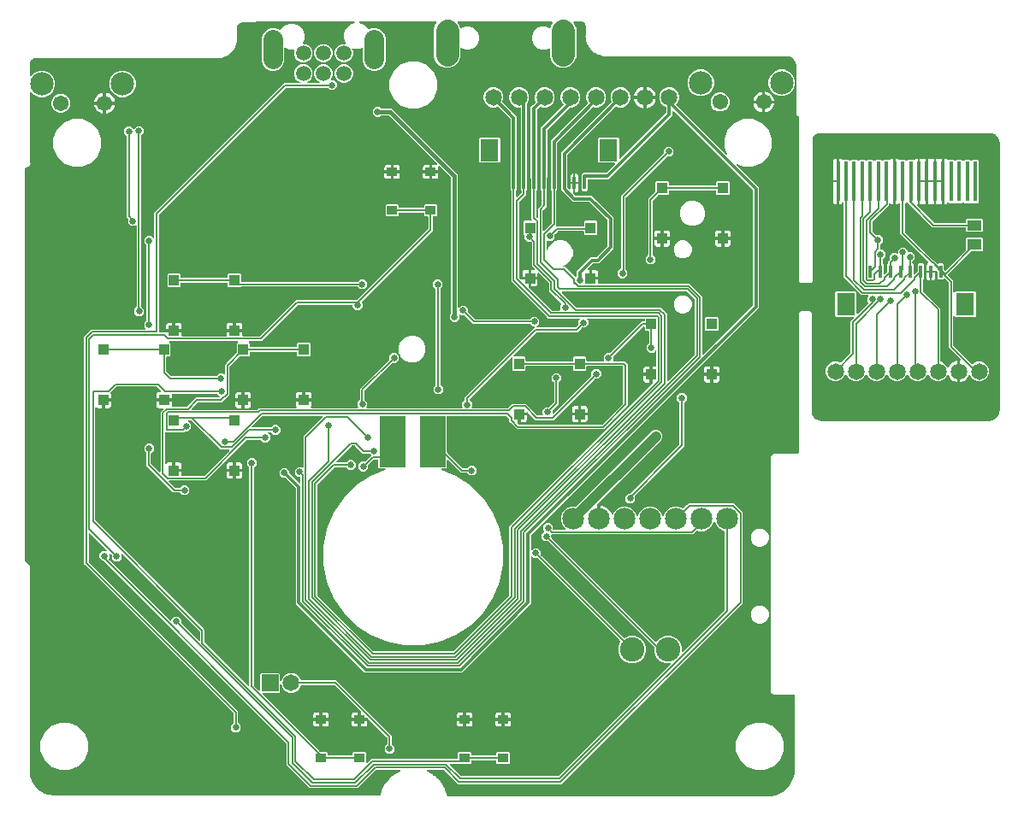
<source format=gbr>
G04 EAGLE Gerber X2 export*
%TF.Part,Single*%
%TF.FileFunction,Copper,L1,Top,Mixed*%
%TF.FilePolarity,Positive*%
%TF.GenerationSoftware,Autodesk,EAGLE,9.0.0*%
%TF.CreationDate,2018-08-21T14:51:34Z*%
G75*
%MOMM*%
%FSLAX34Y34*%
%LPD*%
%AMOC8*
5,1,8,0,0,1.08239X$1,22.5*%
G01*
%ADD10R,1.000000X1.100000*%
%ADD11R,0.300000X1.300000*%
%ADD12R,1.800000X2.200000*%
%ADD13C,1.651000*%
%ADD14R,1.651000X1.651000*%
%ADD15C,1.508000*%
%ADD16C,1.950000*%
%ADD17R,1.016000X0.889000*%
%ADD18C,2.159000*%
%ADD19C,2.413000*%
%ADD20R,2.540000X5.080000*%
%ADD21C,2.308500*%
%ADD22C,1.546500*%
%ADD23C,2.303700*%
%ADD24C,2.309700*%
%ADD25R,0.400000X4.000000*%
%ADD26R,1.397000X1.016000*%
%ADD27C,0.654800*%
%ADD28R,0.654800X0.654800*%
%ADD29C,0.152400*%
%ADD30C,0.304800*%
%ADD31C,0.382400*%
%ADD32C,1.000000*%

G36*
X1124792Y223369D02*
X1124792Y223369D01*
X1124900Y223383D01*
X1124917Y223390D01*
X1124928Y223391D01*
X1124954Y223405D01*
X1125055Y223448D01*
X1125409Y223644D01*
X1125763Y223543D01*
X1125834Y223535D01*
X1125904Y223517D01*
X1125975Y223518D01*
X1126007Y223515D01*
X1126030Y223520D01*
X1126071Y223520D01*
X1127107Y223657D01*
X1127127Y223663D01*
X1127161Y223666D01*
X1127663Y223769D01*
X1127674Y223774D01*
X1127694Y223776D01*
X1129266Y224170D01*
X1129276Y224174D01*
X1129291Y224176D01*
X1130890Y224633D01*
X1130917Y224646D01*
X1130973Y224662D01*
X1132980Y225494D01*
X1132989Y225499D01*
X1133005Y225505D01*
X1134512Y226195D01*
X1134530Y226206D01*
X1134562Y226220D01*
X1136191Y227116D01*
X1136200Y227124D01*
X1136218Y227132D01*
X1137629Y227986D01*
X1137652Y228005D01*
X1137702Y228036D01*
X1139292Y229269D01*
X1139300Y229278D01*
X1139316Y229288D01*
X1140718Y230469D01*
X1140730Y230483D01*
X1140754Y230501D01*
X1141967Y231659D01*
X1141976Y231671D01*
X1141995Y231688D01*
X1143116Y232878D01*
X1143133Y232902D01*
X1143172Y232944D01*
X1144416Y234609D01*
X1144418Y234613D01*
X1144423Y234618D01*
X1145645Y236304D01*
X1145657Y236327D01*
X1145686Y236366D01*
X1146432Y237637D01*
X1146439Y237656D01*
X1146457Y237685D01*
X1147224Y239237D01*
X1147228Y239248D01*
X1147236Y239263D01*
X1148038Y241048D01*
X1148044Y241072D01*
X1148063Y241111D01*
X1148598Y242663D01*
X1148600Y242675D01*
X1148607Y242692D01*
X1149059Y244193D01*
X1149062Y244212D01*
X1149073Y244243D01*
X1149137Y244528D01*
X1149138Y244537D01*
X1149142Y244550D01*
X1149353Y245625D01*
X1149353Y245626D01*
X1149354Y245628D01*
X1149529Y246541D01*
X1149529Y246546D01*
X1149531Y246553D01*
X1149764Y247883D01*
X1149764Y247915D01*
X1149775Y248002D01*
X1149810Y250264D01*
X1149809Y250270D01*
X1149831Y251640D01*
X1149831Y251641D01*
X1149852Y252993D01*
X1149854Y253002D01*
X1149871Y254087D01*
X1149871Y254092D01*
X1149871Y254099D01*
X1149871Y280132D01*
X1149864Y280176D01*
X1149871Y281496D01*
X1149871Y281497D01*
X1149871Y281500D01*
X1149871Y282763D01*
X1149872Y282764D01*
X1149871Y282774D01*
X1149871Y282800D01*
X1149879Y282864D01*
X1149912Y288830D01*
X1149911Y288833D01*
X1149912Y288837D01*
X1149877Y296853D01*
X1149871Y296888D01*
X1149871Y298219D01*
X1149871Y298220D01*
X1149871Y298222D01*
X1149866Y299536D01*
X1149871Y299587D01*
X1149871Y322737D01*
X1149869Y322748D01*
X1149871Y322767D01*
X1149843Y323469D01*
X1149832Y323523D01*
X1149831Y323578D01*
X1149808Y323643D01*
X1149794Y323710D01*
X1149766Y323758D01*
X1149748Y323809D01*
X1149685Y323898D01*
X1149670Y323923D01*
X1149661Y323931D01*
X1149651Y323946D01*
X1149602Y324001D01*
X1149583Y324016D01*
X1149569Y324036D01*
X1149437Y324140D01*
X1149352Y324193D01*
X1149347Y324195D01*
X1149343Y324198D01*
X1149233Y324243D01*
X1149125Y324288D01*
X1149120Y324288D01*
X1149115Y324290D01*
X1148948Y324308D01*
X1131592Y324308D01*
X1131541Y324300D01*
X1131489Y324302D01*
X1131420Y324280D01*
X1131349Y324269D01*
X1131304Y324245D01*
X1131254Y324229D01*
X1131224Y324210D01*
X1130599Y324276D01*
X1130496Y324270D01*
X1130393Y324269D01*
X1130369Y324262D01*
X1130354Y324262D01*
X1130324Y324250D01*
X1130232Y324223D01*
X1130026Y324139D01*
X1129763Y324249D01*
X1129698Y324265D01*
X1129636Y324290D01*
X1129556Y324299D01*
X1129524Y324306D01*
X1129504Y324305D01*
X1129469Y324308D01*
X1129344Y324308D01*
X1129308Y324328D01*
X1129249Y324370D01*
X1129200Y324385D01*
X1129154Y324409D01*
X1129040Y324434D01*
X1129014Y324442D01*
X1129005Y324442D01*
X1128990Y324445D01*
X1128577Y324488D01*
X1128567Y324492D01*
X1128558Y324496D01*
X1128123Y324890D01*
X1128085Y324915D01*
X1128053Y324946D01*
X1127931Y325014D01*
X1127917Y325024D01*
X1127912Y325025D01*
X1127906Y325028D01*
X1127414Y325234D01*
X1127390Y325274D01*
X1127359Y325300D01*
X1127335Y325331D01*
X1127267Y325377D01*
X1126867Y325994D01*
X1126857Y326005D01*
X1126850Y326019D01*
X1126739Y326144D01*
X1126262Y326577D01*
X1126256Y326605D01*
X1126232Y326720D01*
X1126230Y326724D01*
X1126229Y326729D01*
X1126169Y326830D01*
X1126109Y326933D01*
X1126105Y326937D01*
X1126104Y326940D01*
X1126092Y326950D01*
X1125989Y327050D01*
X1125885Y327132D01*
X1125850Y327421D01*
X1125825Y327506D01*
X1125808Y327593D01*
X1125788Y327633D01*
X1125781Y327657D01*
X1125763Y327683D01*
X1125733Y327743D01*
X1125574Y327987D01*
X1125621Y328204D01*
X1125621Y328217D01*
X1125637Y328362D01*
X1125637Y329113D01*
X1125633Y329143D01*
X1125632Y329205D01*
X1125528Y330060D01*
X1125556Y330132D01*
X1125594Y330200D01*
X1125602Y330245D01*
X1125619Y330287D01*
X1125634Y330425D01*
X1125637Y330443D01*
X1125637Y330447D01*
X1125637Y330454D01*
X1125637Y331035D01*
X1125633Y331063D01*
X1125637Y332398D01*
X1125637Y332399D01*
X1125637Y332400D01*
X1125637Y333729D01*
X1125642Y333770D01*
X1125658Y338326D01*
X1125657Y338327D01*
X1125658Y338328D01*
X1125658Y413479D01*
X1125658Y413480D01*
X1125658Y413481D01*
X1125640Y422624D01*
X1125635Y422656D01*
X1125637Y423991D01*
X1125637Y423992D01*
X1125637Y423994D01*
X1125635Y425312D01*
X1125640Y425358D01*
X1125658Y434036D01*
X1125658Y434037D01*
X1125658Y434038D01*
X1125658Y497645D01*
X1125655Y497663D01*
X1125658Y499016D01*
X1125658Y499017D01*
X1125658Y499018D01*
X1125658Y500357D01*
X1125661Y500382D01*
X1125678Y508633D01*
X1125678Y508634D01*
X1125678Y508635D01*
X1125678Y528781D01*
X1125678Y528782D01*
X1125678Y528784D01*
X1125644Y536003D01*
X1125639Y536030D01*
X1125638Y537364D01*
X1125637Y537365D01*
X1125638Y537366D01*
X1125631Y538698D01*
X1125636Y538738D01*
X1125619Y551106D01*
X1125605Y551190D01*
X1125617Y552466D01*
X1125617Y552469D01*
X1125617Y552474D01*
X1125616Y553712D01*
X1125623Y553736D01*
X1125622Y553767D01*
X1125630Y553831D01*
X1125676Y558697D01*
X1125671Y558729D01*
X1125667Y558815D01*
X1125551Y559610D01*
X1125553Y559613D01*
X1125574Y559638D01*
X1125609Y559722D01*
X1125651Y559803D01*
X1125656Y559835D01*
X1125668Y559865D01*
X1125685Y560006D01*
X1126257Y560567D01*
X1126276Y560594D01*
X1126334Y560656D01*
X1126449Y560811D01*
X1126466Y560844D01*
X1126490Y560872D01*
X1126561Y561024D01*
X1126727Y561522D01*
X1126965Y561641D01*
X1127041Y561696D01*
X1127121Y561745D01*
X1127147Y561772D01*
X1127164Y561785D01*
X1127183Y561812D01*
X1127235Y561868D01*
X1127395Y562082D01*
X1127876Y562153D01*
X1127928Y562169D01*
X1127982Y562176D01*
X1128044Y562206D01*
X1128110Y562227D01*
X1128154Y562259D01*
X1128203Y562283D01*
X1128285Y562355D01*
X1128309Y562373D01*
X1128315Y562382D01*
X1128329Y562394D01*
X1128599Y562692D01*
X1128957Y562709D01*
X1129029Y562725D01*
X1129103Y562731D01*
X1129167Y562754D01*
X1129197Y562761D01*
X1129219Y562774D01*
X1129260Y562789D01*
X1129581Y562949D01*
X1129994Y562811D01*
X1130050Y562802D01*
X1130104Y562784D01*
X1130205Y562777D01*
X1130236Y562772D01*
X1130250Y562775D01*
X1130271Y562773D01*
X1130498Y562784D01*
X1130560Y562798D01*
X1130625Y562801D01*
X1130680Y562823D01*
X1130738Y562836D01*
X1130793Y562868D01*
X1130803Y562872D01*
X1131793Y562849D01*
X1131813Y562852D01*
X1131848Y562850D01*
X1132832Y562898D01*
X1132857Y562881D01*
X1132919Y562865D01*
X1132978Y562840D01*
X1133063Y562829D01*
X1133095Y562820D01*
X1133114Y562822D01*
X1133144Y562818D01*
X1133608Y562807D01*
X1133614Y562808D01*
X1133625Y562807D01*
X1152221Y562807D01*
X1152288Y562818D01*
X1152355Y562819D01*
X1152408Y562837D01*
X1152464Y562846D01*
X1152523Y562878D01*
X1152587Y562900D01*
X1152652Y562946D01*
X1152681Y562962D01*
X1152695Y562976D01*
X1152724Y562996D01*
X1153199Y563414D01*
X1153216Y563435D01*
X1153298Y563520D01*
X1153593Y563901D01*
X1153605Y563923D01*
X1153627Y563958D01*
X1153632Y563964D01*
X1153636Y563973D01*
X1153671Y564026D01*
X1153926Y564537D01*
X1153933Y564560D01*
X1153980Y564675D01*
X1154054Y564948D01*
X1154061Y564973D01*
X1154063Y564988D01*
X1154069Y565002D01*
X1154088Y565169D01*
X1154105Y567407D01*
X1154105Y567409D01*
X1154105Y567413D01*
X1154105Y610190D01*
X1154105Y610191D01*
X1154105Y610192D01*
X1154088Y618731D01*
X1154083Y618759D01*
X1154085Y620093D01*
X1154085Y620094D01*
X1154085Y620096D01*
X1154082Y621426D01*
X1154087Y621466D01*
X1154105Y635191D01*
X1154105Y635192D01*
X1154105Y635194D01*
X1154067Y656437D01*
X1154060Y656479D01*
X1154065Y657803D01*
X1154065Y657804D01*
X1154065Y657807D01*
X1154063Y659108D01*
X1154070Y659169D01*
X1154105Y669634D01*
X1154105Y669635D01*
X1154105Y669638D01*
X1154087Y683167D01*
X1154085Y683178D01*
X1154086Y683186D01*
X1154083Y683197D01*
X1154085Y684537D01*
X1154085Y684538D01*
X1154085Y684539D01*
X1154083Y685872D01*
X1154087Y685903D01*
X1154106Y702588D01*
X1155599Y704078D01*
X1157920Y704075D01*
X1157921Y704075D01*
X1163665Y704068D01*
X1163666Y704068D01*
X1164732Y704068D01*
X1165477Y703321D01*
X1165478Y703321D01*
X1165478Y703320D01*
X1166247Y702552D01*
X1166247Y605215D01*
X1166251Y605189D01*
X1166250Y605140D01*
X1166420Y603420D01*
X1166427Y603393D01*
X1166427Y603364D01*
X1166474Y603203D01*
X1167791Y600025D01*
X1167825Y599969D01*
X1167851Y599909D01*
X1167903Y599844D01*
X1167920Y599816D01*
X1167935Y599803D01*
X1167956Y599778D01*
X1170389Y597345D01*
X1170442Y597307D01*
X1170489Y597261D01*
X1170519Y597244D01*
X1170528Y597236D01*
X1170548Y597228D01*
X1170562Y597220D01*
X1170588Y597201D01*
X1170607Y597196D01*
X1170636Y597180D01*
X1173814Y595863D01*
X1173842Y595857D01*
X1173867Y595844D01*
X1174031Y595809D01*
X1175751Y595639D01*
X1175778Y595641D01*
X1175826Y595636D01*
X1342082Y595636D01*
X1342108Y595640D01*
X1342157Y595639D01*
X1344049Y595826D01*
X1344077Y595833D01*
X1344105Y595833D01*
X1344266Y595880D01*
X1347763Y597329D01*
X1347819Y597363D01*
X1347879Y597389D01*
X1347944Y597441D01*
X1347972Y597458D01*
X1347984Y597473D01*
X1348010Y597494D01*
X1350686Y600170D01*
X1350725Y600223D01*
X1350771Y600270D01*
X1350811Y600343D01*
X1350830Y600370D01*
X1350836Y600388D01*
X1350851Y600417D01*
X1352300Y603914D01*
X1352306Y603942D01*
X1352319Y603967D01*
X1352354Y604131D01*
X1352541Y606023D01*
X1352539Y606050D01*
X1352544Y606098D01*
X1352544Y871188D01*
X1352542Y871203D01*
X1352543Y871215D01*
X1352540Y871229D01*
X1352541Y871263D01*
X1352367Y873027D01*
X1352360Y873055D01*
X1352359Y873083D01*
X1352313Y873244D01*
X1350962Y876504D01*
X1350928Y876560D01*
X1350902Y876620D01*
X1350850Y876685D01*
X1350833Y876713D01*
X1350818Y876726D01*
X1350797Y876751D01*
X1348302Y879246D01*
X1348249Y879284D01*
X1348202Y879330D01*
X1348129Y879371D01*
X1348102Y879390D01*
X1348084Y879395D01*
X1348055Y879411D01*
X1344795Y880762D01*
X1344767Y880768D01*
X1344742Y880781D01*
X1344578Y880816D01*
X1342814Y880990D01*
X1342788Y880988D01*
X1342739Y880993D01*
X1173564Y880993D01*
X1173538Y880989D01*
X1173490Y880990D01*
X1172384Y880881D01*
X1172357Y880873D01*
X1172329Y880873D01*
X1172167Y880826D01*
X1170124Y879980D01*
X1170069Y879946D01*
X1170008Y879920D01*
X1169943Y879868D01*
X1169915Y879851D01*
X1169903Y879836D01*
X1169878Y879815D01*
X1168314Y878252D01*
X1168276Y878198D01*
X1168230Y878152D01*
X1168190Y878079D01*
X1168170Y878052D01*
X1168165Y878033D01*
X1168149Y878005D01*
X1167303Y875962D01*
X1167296Y875934D01*
X1167283Y875909D01*
X1167248Y875745D01*
X1167139Y874639D01*
X1167141Y874613D01*
X1167136Y874565D01*
X1167136Y734276D01*
X1165644Y732784D01*
X1155576Y732784D01*
X1154085Y734276D01*
X1154085Y812698D01*
X1154085Y812699D01*
X1154066Y830987D01*
X1154065Y830995D01*
X1154065Y832353D01*
X1154063Y833712D01*
X1154065Y833725D01*
X1154065Y844321D01*
X1154060Y844348D01*
X1154065Y845689D01*
X1154065Y845690D01*
X1154065Y845692D01*
X1154065Y847015D01*
X1154069Y847056D01*
X1154105Y857598D01*
X1154105Y857599D01*
X1154105Y857601D01*
X1154087Y870442D01*
X1154086Y870450D01*
X1154086Y870454D01*
X1154085Y870458D01*
X1154085Y871811D01*
X1154085Y871812D01*
X1154083Y873163D01*
X1154085Y873180D01*
X1154085Y890779D01*
X1154085Y890780D01*
X1154085Y890781D01*
X1154069Y896508D01*
X1154060Y896564D01*
X1154061Y896621D01*
X1154040Y896684D01*
X1154029Y896751D01*
X1154002Y896801D01*
X1153985Y896855D01*
X1153945Y896909D01*
X1153913Y896968D01*
X1153872Y897007D01*
X1153838Y897052D01*
X1153757Y897115D01*
X1153734Y897137D01*
X1153723Y897142D01*
X1153706Y897155D01*
X1153532Y897262D01*
X1153531Y897262D01*
X1153531Y897263D01*
X1153416Y897309D01*
X1153304Y897355D01*
X1153303Y897355D01*
X1153136Y897374D01*
X1153010Y897374D01*
X1152545Y897842D01*
X1152540Y897845D01*
X1152536Y897851D01*
X1152403Y897953D01*
X1151841Y898298D01*
X1151812Y898420D01*
X1151811Y898421D01*
X1151811Y898422D01*
X1151764Y898534D01*
X1151716Y898647D01*
X1151716Y898648D01*
X1151715Y898648D01*
X1151611Y898780D01*
X1151522Y898869D01*
X1151524Y899528D01*
X1151523Y899535D01*
X1151524Y899541D01*
X1151503Y899708D01*
X1151349Y900349D01*
X1151414Y900456D01*
X1151415Y900457D01*
X1151458Y900563D01*
X1151490Y900641D01*
X1151498Y900659D01*
X1151499Y900663D01*
X1151507Y900683D01*
X1151507Y900684D01*
X1151508Y900685D01*
X1151527Y900852D01*
X1151565Y918733D01*
X1151565Y918734D01*
X1151565Y936385D01*
X1151565Y936387D01*
X1151565Y936388D01*
X1151525Y946608D01*
X1151520Y946640D01*
X1151517Y946716D01*
X1151265Y948438D01*
X1151255Y948469D01*
X1151240Y948548D01*
X1150702Y950326D01*
X1150689Y950353D01*
X1150671Y950409D01*
X1150412Y951006D01*
X1150397Y951029D01*
X1150377Y951076D01*
X1148939Y953637D01*
X1148918Y953662D01*
X1148869Y953740D01*
X1148762Y953874D01*
X1148758Y953878D01*
X1148756Y953881D01*
X1148749Y953887D01*
X1148740Y953900D01*
X1147233Y955620D01*
X1147208Y955641D01*
X1147155Y955697D01*
X1146582Y956186D01*
X1146568Y956195D01*
X1146548Y956213D01*
X1145625Y956914D01*
X1145590Y956933D01*
X1145560Y956959D01*
X1145482Y956990D01*
X1145408Y957029D01*
X1145369Y957036D01*
X1145332Y957051D01*
X1145166Y957069D01*
X1145165Y957069D01*
X1144613Y957069D01*
X1141874Y957069D01*
X1138271Y957069D01*
X1138270Y957069D01*
X1138268Y957069D01*
X1128628Y957034D01*
X1128598Y957029D01*
X1127263Y957029D01*
X1127262Y957029D01*
X1127260Y957029D01*
X1125937Y957024D01*
X1125893Y957029D01*
X1125832Y957029D01*
X1125831Y957029D01*
X1125830Y957029D01*
X1120641Y957013D01*
X1120606Y957007D01*
X1119274Y957009D01*
X1119272Y957009D01*
X1119270Y957009D01*
X1117959Y957005D01*
X1117907Y957011D01*
X1103502Y957029D01*
X1103501Y957029D01*
X1054328Y957029D01*
X1054313Y957026D01*
X1052964Y957029D01*
X1052963Y957029D01*
X1051613Y957029D01*
X1051591Y957031D01*
X1041969Y957049D01*
X1041968Y957049D01*
X1041967Y957049D01*
X1014433Y957030D01*
X1014427Y957029D01*
X1013082Y957029D01*
X1011703Y957028D01*
X1011694Y957029D01*
X999330Y957029D01*
X999326Y957028D01*
X997980Y957029D01*
X997979Y957029D01*
X996599Y957029D01*
X996592Y957030D01*
X963891Y957049D01*
X963820Y957037D01*
X963749Y957035D01*
X963700Y957018D01*
X963648Y957009D01*
X963585Y956976D01*
X963526Y956954D01*
X962641Y957002D01*
X962611Y956998D01*
X962550Y957001D01*
X961687Y956944D01*
X961619Y956975D01*
X961553Y957016D01*
X961509Y957027D01*
X961467Y957046D01*
X961332Y957069D01*
X961314Y957073D01*
X961309Y957072D01*
X961302Y957074D01*
X961162Y957081D01*
X961150Y957080D01*
X961139Y957082D01*
X961028Y957066D01*
X960917Y957054D01*
X960907Y957049D01*
X960895Y957048D01*
X960742Y956981D01*
X960676Y956943D01*
X959994Y957127D01*
X959980Y957128D01*
X959837Y957152D01*
X959131Y957190D01*
X959081Y957246D01*
X959072Y957253D01*
X959065Y957263D01*
X958976Y957330D01*
X958889Y957400D01*
X958878Y957404D01*
X958869Y957411D01*
X958713Y957472D01*
X956429Y958088D01*
X956310Y958100D01*
X956188Y958113D01*
X956186Y958113D01*
X956184Y958113D01*
X956177Y958111D01*
X956023Y958085D01*
X955889Y958047D01*
X955324Y958362D01*
X955315Y958366D01*
X955308Y958371D01*
X955151Y958433D01*
X954527Y958601D01*
X954460Y958718D01*
X954458Y958721D01*
X954382Y958814D01*
X954305Y958909D01*
X954303Y958911D01*
X954302Y958912D01*
X954296Y958916D01*
X954168Y959007D01*
X952563Y959902D01*
X952537Y959911D01*
X952514Y959927D01*
X952422Y959953D01*
X952332Y959985D01*
X952304Y959986D01*
X952277Y959994D01*
X952110Y959994D01*
X951505Y960480D01*
X951477Y960496D01*
X951399Y960551D01*
X950676Y960954D01*
X950666Y960976D01*
X950636Y961008D01*
X950613Y961045D01*
X950551Y961096D01*
X950496Y961154D01*
X950475Y961165D01*
X949685Y961935D01*
X949664Y961950D01*
X949630Y961984D01*
X948909Y962563D01*
X948900Y962584D01*
X948881Y962650D01*
X948851Y962695D01*
X948829Y962746D01*
X948760Y962829D01*
X948743Y962854D01*
X948734Y962861D01*
X948722Y962875D01*
X948708Y962889D01*
X948672Y962914D01*
X948642Y962946D01*
X948572Y962984D01*
X948569Y962986D01*
X948548Y963003D01*
X948544Y963004D01*
X948507Y963030D01*
X948464Y963043D01*
X948426Y963063D01*
X948349Y963081D01*
X947813Y963754D01*
X947799Y963767D01*
X947793Y963778D01*
X947777Y963791D01*
X947749Y963825D01*
X947138Y964422D01*
X947138Y964425D01*
X947115Y964502D01*
X947101Y964581D01*
X947080Y964619D01*
X947068Y964661D01*
X946990Y964785D01*
X946983Y964797D01*
X946981Y964799D01*
X946978Y964803D01*
X946847Y964968D01*
X946827Y964986D01*
X946812Y965009D01*
X946736Y965068D01*
X946665Y965133D01*
X946640Y965144D01*
X946618Y965161D01*
X946463Y965225D01*
X946089Y965904D01*
X946069Y965929D01*
X946018Y966011D01*
X945535Y966617D01*
X945535Y966618D01*
X945534Y966646D01*
X945539Y966672D01*
X945528Y966768D01*
X945523Y966864D01*
X945513Y966889D01*
X945510Y966917D01*
X945445Y967072D01*
X945223Y967475D01*
X945187Y967521D01*
X945160Y967572D01*
X945112Y967617D01*
X945071Y967669D01*
X945023Y967701D01*
X944980Y967740D01*
X944979Y967741D01*
X944603Y968596D01*
X944589Y968616D01*
X944573Y968656D01*
X944432Y968911D01*
X944419Y968928D01*
X944411Y968947D01*
X944344Y969024D01*
X944281Y969104D01*
X944275Y969108D01*
X944224Y969262D01*
X944211Y969287D01*
X944168Y969390D01*
X944109Y969498D01*
X944111Y969513D01*
X944107Y969534D01*
X944108Y969555D01*
X944073Y969719D01*
X943982Y969996D01*
X943969Y970019D01*
X943955Y970064D01*
X943581Y970913D01*
X943583Y970933D01*
X943597Y971000D01*
X943590Y971055D01*
X943594Y971110D01*
X943572Y971215D01*
X943568Y971245D01*
X943563Y971256D01*
X943559Y971274D01*
X943449Y971607D01*
X943439Y971627D01*
X943434Y971649D01*
X943382Y971735D01*
X943335Y971825D01*
X943319Y971840D01*
X943307Y971860D01*
X943185Y971975D01*
X943167Y971989D01*
X943063Y972737D01*
X943054Y972765D01*
X943031Y972871D01*
X942794Y973587D01*
X942805Y973608D01*
X942812Y973629D01*
X942824Y973649D01*
X942837Y973699D01*
X942855Y973739D01*
X942860Y973784D01*
X942878Y973842D01*
X942878Y973865D01*
X942883Y973887D01*
X942881Y973974D01*
X942882Y973984D01*
X942880Y973991D01*
X942879Y974055D01*
X942812Y974532D01*
X942800Y974570D01*
X942797Y974609D01*
X942764Y974686D01*
X942739Y974766D01*
X942716Y974799D01*
X942700Y974835D01*
X942637Y974914D01*
X942634Y975754D01*
X942629Y975786D01*
X942627Y975857D01*
X942512Y976685D01*
X942521Y976697D01*
X942553Y976775D01*
X942592Y976849D01*
X942598Y976889D01*
X942613Y976926D01*
X942631Y977091D01*
X942631Y977092D01*
X942617Y981994D01*
X942614Y982016D01*
X942614Y983364D01*
X942614Y983365D01*
X942614Y983366D01*
X942610Y984697D01*
X942614Y984729D01*
X942614Y987626D01*
X942610Y987646D01*
X942612Y987678D01*
X942563Y988384D01*
X942560Y988396D01*
X942535Y988542D01*
X942309Y989330D01*
X942307Y989334D01*
X942246Y989483D01*
X942090Y989770D01*
X942090Y989771D01*
X941994Y989908D01*
X941671Y990277D01*
X941670Y990278D01*
X941669Y990279D01*
X941555Y990409D01*
X941534Y990427D01*
X941517Y990449D01*
X941385Y990553D01*
X941281Y990617D01*
X941269Y990622D01*
X941251Y990635D01*
X940796Y990889D01*
X940790Y990891D01*
X940785Y990895D01*
X940629Y990957D01*
X940411Y991018D01*
X940389Y991020D01*
X940352Y991032D01*
X940043Y991092D01*
X940014Y991093D01*
X939957Y991103D01*
X939183Y991163D01*
X939168Y991162D01*
X939144Y991165D01*
X938467Y991182D01*
X938459Y991181D01*
X938446Y991182D01*
X931348Y991165D01*
X931278Y991153D01*
X931207Y991151D01*
X931158Y991133D01*
X931105Y991125D01*
X931043Y991091D01*
X930976Y991067D01*
X930935Y991034D01*
X930888Y991009D01*
X930840Y990958D01*
X930784Y990913D01*
X930756Y990869D01*
X930719Y990830D01*
X930690Y990766D01*
X930651Y990706D01*
X930638Y990655D01*
X930616Y990607D01*
X930609Y990536D01*
X930591Y990468D01*
X930595Y990415D01*
X930590Y990362D01*
X930605Y990293D01*
X930610Y990223D01*
X930631Y990174D01*
X930643Y990122D01*
X930679Y990062D01*
X930707Y989996D01*
X930753Y989939D01*
X930769Y989911D01*
X930787Y989897D01*
X930812Y989865D01*
X931363Y989314D01*
X933349Y984520D01*
X933349Y956294D01*
X931363Y951500D01*
X927694Y947831D01*
X922900Y945845D01*
X917711Y945845D01*
X912917Y947831D01*
X909248Y951500D01*
X907262Y956294D01*
X907262Y963912D01*
X907255Y963957D01*
X907257Y964003D01*
X907235Y964078D01*
X907223Y964154D01*
X907201Y964195D01*
X907188Y964239D01*
X907144Y964303D01*
X907107Y964372D01*
X907074Y964403D01*
X907048Y964441D01*
X906986Y964488D01*
X906929Y964541D01*
X906887Y964561D01*
X906851Y964588D01*
X906777Y964612D01*
X906706Y964645D01*
X906660Y964650D01*
X906617Y964664D01*
X906539Y964663D01*
X906462Y964672D01*
X906417Y964662D01*
X906371Y964662D01*
X906239Y964624D01*
X906221Y964620D01*
X906217Y964617D01*
X906210Y964615D01*
X903021Y963294D01*
X898474Y963294D01*
X894272Y965035D01*
X891057Y968250D01*
X889317Y972451D01*
X889317Y976999D01*
X891057Y981200D01*
X894272Y984415D01*
X898474Y986156D01*
X903021Y986156D01*
X906516Y984708D01*
X906536Y984703D01*
X906553Y984694D01*
X906655Y984675D01*
X906756Y984652D01*
X906775Y984654D01*
X906795Y984650D01*
X906898Y984665D01*
X907001Y984675D01*
X907019Y984683D01*
X907038Y984686D01*
X907131Y984733D01*
X907225Y984775D01*
X907240Y984788D01*
X907258Y984797D01*
X907330Y984871D01*
X907406Y984941D01*
X907416Y984959D01*
X907430Y984973D01*
X907511Y985120D01*
X909248Y989314D01*
X909776Y989842D01*
X909818Y989901D01*
X909868Y989952D01*
X909890Y990000D01*
X909920Y990042D01*
X909941Y990110D01*
X909971Y990176D01*
X909977Y990227D01*
X909992Y990277D01*
X909990Y990349D01*
X909998Y990420D01*
X909987Y990471D01*
X909986Y990523D01*
X909961Y990590D01*
X909946Y990660D01*
X909919Y990705D01*
X909901Y990754D01*
X909857Y990810D01*
X909820Y990871D01*
X909780Y990905D01*
X909748Y990946D01*
X909687Y990985D01*
X909633Y991031D01*
X909585Y991051D01*
X909541Y991079D01*
X909471Y991097D01*
X909405Y991123D01*
X909334Y991131D01*
X909302Y991139D01*
X909279Y991137D01*
X909238Y991142D01*
X908141Y991142D01*
X908138Y991141D01*
X908133Y991142D01*
X906897Y991128D01*
X906895Y991128D01*
X906870Y991136D01*
X906839Y991135D01*
X906775Y991142D01*
X816637Y991142D01*
X816567Y991130D01*
X816495Y991128D01*
X816446Y991110D01*
X816395Y991102D01*
X816331Y991069D01*
X816264Y991044D01*
X816223Y991011D01*
X816177Y990987D01*
X816128Y990935D01*
X816072Y990890D01*
X816044Y990846D01*
X816008Y990809D01*
X815978Y990744D01*
X815939Y990683D01*
X815926Y990633D01*
X815904Y990586D01*
X815896Y990514D01*
X815879Y990445D01*
X815883Y990393D01*
X815877Y990341D01*
X815892Y990271D01*
X815898Y990200D01*
X815918Y990152D01*
X815929Y990101D01*
X815966Y990039D01*
X815994Y989973D01*
X816039Y989917D01*
X816056Y989890D01*
X816073Y989874D01*
X816099Y989842D01*
X816580Y989361D01*
X818442Y984866D01*
X818453Y984850D01*
X818458Y984830D01*
X818517Y984745D01*
X818572Y984657D01*
X818587Y984645D01*
X818598Y984628D01*
X818681Y984567D01*
X818761Y984501D01*
X818780Y984493D01*
X818796Y984482D01*
X818894Y984449D01*
X818991Y984412D01*
X819011Y984412D01*
X819030Y984405D01*
X819133Y984406D01*
X819237Y984402D01*
X819256Y984408D01*
X819276Y984408D01*
X819437Y984454D01*
X823544Y986156D01*
X828091Y986156D01*
X832293Y984415D01*
X835508Y981200D01*
X837248Y976999D01*
X837248Y972451D01*
X835508Y968250D01*
X832293Y965035D01*
X828091Y963294D01*
X823544Y963294D01*
X819623Y964918D01*
X819579Y964929D01*
X819537Y964948D01*
X819460Y964957D01*
X819384Y964974D01*
X819338Y964970D01*
X819293Y964975D01*
X819216Y964959D01*
X819139Y964951D01*
X819097Y964933D01*
X819052Y964923D01*
X818985Y964883D01*
X818914Y964851D01*
X818880Y964820D01*
X818841Y964797D01*
X818790Y964738D01*
X818733Y964685D01*
X818711Y964645D01*
X818681Y964610D01*
X818652Y964538D01*
X818615Y964469D01*
X818606Y964424D01*
X818589Y964382D01*
X818574Y964246D01*
X818571Y964227D01*
X818572Y964222D01*
X818571Y964215D01*
X818571Y956258D01*
X816580Y951453D01*
X812903Y947776D01*
X808098Y945785D01*
X802897Y945785D01*
X798092Y947776D01*
X794415Y951453D01*
X792424Y956258D01*
X792424Y984556D01*
X794415Y989361D01*
X794896Y989842D01*
X794938Y989901D01*
X794987Y989952D01*
X795009Y990000D01*
X795039Y990042D01*
X795061Y990110D01*
X795091Y990176D01*
X795097Y990227D01*
X795112Y990277D01*
X795110Y990349D01*
X795118Y990420D01*
X795107Y990471D01*
X795105Y990523D01*
X795081Y990590D01*
X795066Y990660D01*
X795039Y990705D01*
X795021Y990754D01*
X794976Y990810D01*
X794939Y990871D01*
X794900Y990905D01*
X794867Y990946D01*
X794807Y990985D01*
X794753Y991031D01*
X794704Y991051D01*
X794660Y991079D01*
X794591Y991096D01*
X794524Y991123D01*
X794453Y991131D01*
X794422Y991139D01*
X794399Y991137D01*
X794358Y991142D01*
X719028Y991142D01*
X718932Y991126D01*
X718835Y991117D01*
X718811Y991106D01*
X718785Y991102D01*
X718699Y991057D01*
X718610Y991017D01*
X718591Y990999D01*
X718567Y990987D01*
X718501Y990917D01*
X718429Y990851D01*
X718416Y990828D01*
X718398Y990809D01*
X718357Y990720D01*
X718310Y990635D01*
X718305Y990609D01*
X718294Y990586D01*
X718284Y990489D01*
X718266Y990393D01*
X718270Y990367D01*
X718267Y990341D01*
X718288Y990246D01*
X718302Y990150D01*
X718314Y990126D01*
X718320Y990101D01*
X718370Y990017D01*
X718414Y989930D01*
X718432Y989912D01*
X718446Y989890D01*
X718520Y989826D01*
X718589Y989758D01*
X718618Y989742D01*
X718633Y989730D01*
X718663Y989717D01*
X718736Y989677D01*
X723474Y987715D01*
X727047Y984142D01*
X727128Y983948D01*
X727138Y983931D01*
X727144Y983911D01*
X727203Y983826D01*
X727257Y983739D01*
X727273Y983726D01*
X727284Y983709D01*
X727367Y983647D01*
X727447Y983582D01*
X727465Y983575D01*
X727481Y983563D01*
X727580Y983530D01*
X727676Y983493D01*
X727696Y983493D01*
X727715Y983486D01*
X727819Y983487D01*
X727922Y983483D01*
X727941Y983489D01*
X727961Y983489D01*
X728122Y983536D01*
X731017Y984735D01*
X735503Y984735D01*
X739647Y983018D01*
X742818Y979847D01*
X744535Y975703D01*
X744535Y951717D01*
X742818Y947573D01*
X739647Y944402D01*
X735503Y942685D01*
X731017Y942685D01*
X726873Y944402D01*
X723702Y947573D01*
X721985Y951717D01*
X721985Y964424D01*
X721978Y964469D01*
X721980Y964515D01*
X721958Y964590D01*
X721946Y964667D01*
X721924Y964708D01*
X721911Y964752D01*
X721867Y964816D01*
X721830Y964884D01*
X721797Y964916D01*
X721771Y964954D01*
X721708Y965000D01*
X721652Y965054D01*
X721610Y965073D01*
X721574Y965100D01*
X721500Y965125D01*
X721429Y965157D01*
X721383Y965162D01*
X721340Y965177D01*
X721262Y965176D01*
X721185Y965184D01*
X721140Y965175D01*
X721094Y965174D01*
X720962Y965136D01*
X720944Y965132D01*
X720940Y965130D01*
X720933Y965128D01*
X718806Y964247D01*
X713754Y964247D01*
X712485Y964772D01*
X712418Y964788D01*
X712411Y964791D01*
X712409Y964791D01*
X712348Y964814D01*
X712296Y964817D01*
X712245Y964828D01*
X712174Y964822D01*
X712102Y964825D01*
X712052Y964810D01*
X712001Y964805D01*
X711935Y964776D01*
X711866Y964756D01*
X711823Y964727D01*
X711776Y964705D01*
X711723Y964657D01*
X711664Y964616D01*
X711633Y964574D01*
X711595Y964539D01*
X711560Y964476D01*
X711517Y964419D01*
X711501Y964369D01*
X711476Y964323D01*
X711463Y964253D01*
X711441Y964185D01*
X711442Y964133D01*
X711432Y964081D01*
X711443Y964013D01*
X711442Y964008D01*
X711443Y964005D01*
X711444Y963939D01*
X711463Y963870D01*
X711468Y963838D01*
X711479Y963817D01*
X711490Y963778D01*
X712325Y961763D01*
X712325Y958157D01*
X710945Y954825D01*
X708395Y952275D01*
X705063Y950895D01*
X701457Y950895D01*
X698125Y952275D01*
X695575Y954825D01*
X694195Y958157D01*
X694195Y961763D01*
X695575Y965095D01*
X698125Y967645D01*
X701457Y969025D01*
X704675Y969025D01*
X704721Y969032D01*
X704766Y969030D01*
X704841Y969052D01*
X704918Y969064D01*
X704959Y969086D01*
X705003Y969099D01*
X705067Y969143D01*
X705135Y969180D01*
X705167Y969213D01*
X705205Y969239D01*
X705251Y969302D01*
X705305Y969358D01*
X705324Y969400D01*
X705351Y969436D01*
X705376Y969510D01*
X705408Y969581D01*
X705413Y969627D01*
X705428Y969670D01*
X705427Y969748D01*
X705435Y969825D01*
X705426Y969870D01*
X705425Y969916D01*
X705387Y970048D01*
X705383Y970066D01*
X705381Y970070D01*
X705379Y970077D01*
X703579Y974421D01*
X703579Y979474D01*
X705513Y984142D01*
X709086Y987715D01*
X713824Y989677D01*
X713907Y989729D01*
X713993Y989774D01*
X714010Y989793D01*
X714033Y989807D01*
X714095Y989882D01*
X714162Y989952D01*
X714173Y989976D01*
X714190Y989996D01*
X714225Y990087D01*
X714266Y990176D01*
X714268Y990202D01*
X714278Y990226D01*
X714282Y990323D01*
X714293Y990420D01*
X714287Y990446D01*
X714288Y990472D01*
X714261Y990565D01*
X714240Y990660D01*
X714227Y990683D01*
X714220Y990708D01*
X714164Y990788D01*
X714114Y990871D01*
X714094Y990888D01*
X714079Y990910D01*
X714001Y990968D01*
X713927Y991031D01*
X713903Y991041D01*
X713882Y991057D01*
X713790Y991087D01*
X713699Y991123D01*
X713667Y991127D01*
X713648Y991133D01*
X713615Y991133D01*
X713532Y991142D01*
X649725Y991142D01*
X649724Y991142D01*
X649721Y991142D01*
X643287Y991109D01*
X643245Y991101D01*
X641921Y991101D01*
X641920Y991101D01*
X641917Y991101D01*
X640615Y991095D01*
X640554Y991101D01*
X634178Y991101D01*
X634094Y991088D01*
X634009Y991083D01*
X634006Y991081D01*
X632827Y991101D01*
X632822Y991101D01*
X632814Y991101D01*
X631632Y991101D01*
X631628Y991103D01*
X631578Y991110D01*
X631552Y991118D01*
X631521Y991117D01*
X631461Y991125D01*
X626976Y991202D01*
X626968Y991201D01*
X626955Y991202D01*
X604981Y990974D01*
X604899Y990960D01*
X604816Y990954D01*
X604797Y990946D01*
X603633Y990960D01*
X603627Y990959D01*
X603617Y990960D01*
X603571Y990960D01*
X603549Y990956D01*
X603513Y990957D01*
X602499Y990869D01*
X602472Y990862D01*
X602444Y990862D01*
X602282Y990817D01*
X600383Y990057D01*
X600327Y990023D01*
X600267Y989998D01*
X600201Y989947D01*
X600173Y989930D01*
X600160Y989915D01*
X600134Y989895D01*
X598671Y988466D01*
X598632Y988413D01*
X598586Y988367D01*
X598545Y988294D01*
X598525Y988268D01*
X598519Y988249D01*
X598503Y988221D01*
X597698Y986341D01*
X597692Y986313D01*
X597678Y986288D01*
X597641Y986125D01*
X597529Y985110D01*
X597531Y985079D01*
X597525Y985018D01*
X597625Y975301D01*
X597626Y975294D01*
X597625Y975284D01*
X597750Y971381D01*
X594968Y964002D01*
X589574Y958250D01*
X582388Y955000D01*
X579755Y954915D01*
X579677Y954900D01*
X579598Y954894D01*
X579561Y954878D01*
X579534Y954873D01*
X579531Y954872D01*
X578418Y954872D01*
X578409Y954870D01*
X578394Y954871D01*
X577269Y954835D01*
X577224Y954853D01*
X577166Y954860D01*
X577137Y954868D01*
X577110Y954866D01*
X577058Y954872D01*
X505259Y954872D01*
X505244Y954869D01*
X503894Y954872D01*
X503893Y954872D01*
X502546Y954872D01*
X502522Y954874D01*
X398194Y955073D01*
X398174Y955070D01*
X398141Y955071D01*
X396848Y954984D01*
X396843Y954983D01*
X396838Y954984D01*
X396673Y954952D01*
X395787Y954677D01*
X395756Y954661D01*
X395722Y954653D01*
X395575Y954572D01*
X395502Y954521D01*
X395494Y954514D01*
X395481Y954506D01*
X394111Y953470D01*
X394090Y953448D01*
X394064Y953432D01*
X393952Y953307D01*
X393382Y952514D01*
X393373Y952497D01*
X393353Y952472D01*
X392843Y951650D01*
X392841Y951645D01*
X392838Y951641D01*
X392794Y951532D01*
X392749Y951423D01*
X392749Y951418D01*
X392747Y951413D01*
X392729Y951246D01*
X392775Y938210D01*
X392787Y938140D01*
X392789Y938070D01*
X392807Y938020D01*
X392816Y937967D01*
X392849Y937905D01*
X392873Y937839D01*
X392906Y937797D01*
X392932Y937750D01*
X392983Y937702D01*
X393027Y937647D01*
X393072Y937618D01*
X393111Y937581D01*
X393174Y937552D01*
X393234Y937514D01*
X393286Y937501D01*
X393334Y937479D01*
X393404Y937471D01*
X393472Y937454D01*
X393525Y937458D01*
X393579Y937452D01*
X393647Y937468D01*
X393717Y937473D01*
X393766Y937494D01*
X393819Y937505D01*
X393879Y937542D01*
X393944Y937569D01*
X394002Y937616D01*
X394029Y937632D01*
X394044Y937650D01*
X394075Y937674D01*
X396966Y940565D01*
X401769Y942555D01*
X406967Y942555D01*
X411770Y940565D01*
X415446Y936890D01*
X417435Y932087D01*
X417435Y926888D01*
X415446Y922086D01*
X411770Y918410D01*
X406967Y916420D01*
X401769Y916420D01*
X396966Y918410D01*
X394137Y921239D01*
X394078Y921281D01*
X394025Y921331D01*
X393979Y921352D01*
X393937Y921382D01*
X393868Y921404D01*
X393801Y921434D01*
X393751Y921440D01*
X393702Y921454D01*
X393629Y921453D01*
X393557Y921460D01*
X393507Y921449D01*
X393456Y921448D01*
X393388Y921423D01*
X393317Y921407D01*
X393273Y921381D01*
X393225Y921364D01*
X393168Y921318D01*
X393106Y921280D01*
X393073Y921242D01*
X393033Y921210D01*
X392994Y921148D01*
X392947Y921093D01*
X392928Y921046D01*
X392900Y921003D01*
X392883Y920932D01*
X392856Y920864D01*
X392848Y920795D01*
X392840Y920764D01*
X392842Y920740D01*
X392838Y920698D01*
X393087Y850845D01*
X393099Y850772D01*
X393102Y850698D01*
X393122Y850634D01*
X393127Y850603D01*
X393139Y850581D01*
X393153Y850538D01*
X393298Y850212D01*
X393142Y849805D01*
X393130Y849749D01*
X393109Y849696D01*
X393098Y849595D01*
X393092Y849564D01*
X393094Y849551D01*
X393091Y849529D01*
X393093Y849094D01*
X392841Y848840D01*
X392798Y848780D01*
X392747Y848726D01*
X392717Y848666D01*
X392698Y848640D01*
X392691Y848616D01*
X392670Y848577D01*
X392542Y848243D01*
X392144Y848066D01*
X392097Y848034D01*
X392044Y848012D01*
X391965Y847948D01*
X391939Y847930D01*
X391931Y847920D01*
X391914Y847906D01*
X391607Y847597D01*
X391249Y847596D01*
X391176Y847584D01*
X391102Y847581D01*
X391038Y847561D01*
X391007Y847556D01*
X390985Y847544D01*
X390942Y847530D01*
X387795Y846129D01*
X387705Y846070D01*
X387613Y846015D01*
X387603Y846003D01*
X387589Y845994D01*
X387523Y845910D01*
X387454Y845829D01*
X387447Y845813D01*
X387437Y845800D01*
X387402Y845700D01*
X387361Y845600D01*
X387359Y845580D01*
X387355Y845568D01*
X387355Y845538D01*
X387343Y845434D01*
X387203Y457983D01*
X387214Y457916D01*
X387215Y457848D01*
X387233Y457795D01*
X387242Y457740D01*
X387274Y457680D01*
X387297Y457616D01*
X387342Y457552D01*
X387357Y457522D01*
X387372Y457508D01*
X387393Y457479D01*
X391616Y452690D01*
X391631Y452678D01*
X391650Y452655D01*
X392359Y451948D01*
X392361Y451935D01*
X392388Y451884D01*
X392325Y450873D01*
X392327Y450855D01*
X392323Y450824D01*
X392543Y322878D01*
X392548Y322845D01*
X392545Y321512D01*
X392545Y321511D01*
X392545Y321509D01*
X392547Y320191D01*
X392542Y320144D01*
X392386Y251922D01*
X392406Y251798D01*
X392424Y251681D01*
X392425Y251680D01*
X392425Y251679D01*
X392427Y251676D01*
X392494Y251528D01*
X392563Y251413D01*
X392465Y251022D01*
X392465Y251019D01*
X392464Y251016D01*
X392443Y250850D01*
X392426Y249843D01*
X392430Y249818D01*
X392428Y249775D01*
X392497Y248831D01*
X392495Y248827D01*
X392460Y248771D01*
X392447Y248715D01*
X392435Y248686D01*
X392431Y248678D01*
X392431Y248677D01*
X392425Y248662D01*
X392412Y248561D01*
X392405Y248531D01*
X392406Y248517D01*
X392404Y248495D01*
X392387Y247485D01*
X392391Y247454D01*
X392391Y247389D01*
X392579Y245685D01*
X392604Y245594D01*
X392623Y245501D01*
X392637Y245476D01*
X392645Y245448D01*
X392698Y245370D01*
X392717Y245337D01*
X392830Y244394D01*
X392837Y244369D01*
X392843Y244321D01*
X393078Y243252D01*
X393084Y243237D01*
X393088Y243209D01*
X393424Y242020D01*
X393433Y242001D01*
X393441Y241965D01*
X394422Y239283D01*
X394433Y239264D01*
X394445Y239227D01*
X394534Y239032D01*
X394580Y238964D01*
X394618Y238892D01*
X394648Y238863D01*
X394671Y238828D01*
X394736Y238778D01*
X394769Y238747D01*
X395149Y237859D01*
X395161Y237840D01*
X395176Y237804D01*
X395710Y236792D01*
X395718Y236782D01*
X395726Y236764D01*
X395796Y236645D01*
X395803Y236635D01*
X395812Y236618D01*
X396630Y235341D01*
X396640Y235329D01*
X396653Y235306D01*
X396709Y235229D01*
X396743Y235195D01*
X396770Y235155D01*
X396830Y235109D01*
X396883Y235056D01*
X396927Y235034D01*
X396965Y235005D01*
X397015Y234985D01*
X397449Y234213D01*
X397467Y234190D01*
X397495Y234141D01*
X397771Y233758D01*
X397789Y233740D01*
X397816Y233703D01*
X398538Y232877D01*
X398540Y232874D01*
X398561Y232850D01*
X398600Y232794D01*
X398693Y232686D01*
X398702Y232679D01*
X398712Y232665D01*
X399323Y232009D01*
X399349Y231989D01*
X399413Y231927D01*
X400046Y231434D01*
X400052Y231387D01*
X400079Y231329D01*
X400097Y231267D01*
X400132Y231218D01*
X400157Y231165D01*
X400220Y231092D01*
X400239Y231065D01*
X400251Y231056D01*
X400267Y231038D01*
X401180Y230195D01*
X401187Y230191D01*
X401200Y230176D01*
X401539Y229885D01*
X401551Y229877D01*
X401567Y229861D01*
X402798Y228902D01*
X402813Y228894D01*
X402834Y228875D01*
X403589Y228355D01*
X403603Y228349D01*
X403623Y228333D01*
X404243Y227953D01*
X404257Y227947D01*
X404276Y227934D01*
X405138Y227462D01*
X405140Y227462D01*
X405143Y227460D01*
X406249Y226866D01*
X406257Y226858D01*
X406286Y226844D01*
X406340Y226806D01*
X406998Y226446D01*
X407018Y226439D01*
X407049Y226421D01*
X407905Y226033D01*
X407923Y226028D01*
X407951Y226014D01*
X409545Y225417D01*
X409559Y225414D01*
X409581Y225404D01*
X410633Y225069D01*
X410664Y225065D01*
X410726Y225046D01*
X411268Y224946D01*
X411272Y224946D01*
X411276Y224945D01*
X416097Y224110D01*
X416128Y224109D01*
X416229Y224099D01*
X421507Y224114D01*
X421513Y224115D01*
X422872Y224118D01*
X422873Y224118D01*
X424235Y224122D01*
X424245Y224121D01*
X431051Y224135D01*
X431085Y224141D01*
X432414Y224138D01*
X432416Y224138D01*
X432417Y224138D01*
X433736Y224141D01*
X433785Y224135D01*
X442345Y224118D01*
X442346Y224118D01*
X442347Y224118D01*
X482879Y224118D01*
X522321Y224137D01*
X522335Y224140D01*
X523689Y224138D01*
X523690Y224138D01*
X525037Y224139D01*
X525058Y224136D01*
X540157Y224118D01*
X540158Y224118D01*
X641857Y224118D01*
X641869Y224120D01*
X643232Y224118D01*
X643233Y224118D01*
X643234Y224118D01*
X644578Y224118D01*
X644595Y224116D01*
X657757Y224098D01*
X657759Y224098D01*
X657761Y224098D01*
X667179Y224133D01*
X667226Y224141D01*
X668546Y224138D01*
X668548Y224138D01*
X668551Y224138D01*
X669808Y224143D01*
X669810Y224142D01*
X669837Y224143D01*
X669843Y224143D01*
X669911Y224135D01*
X678408Y224118D01*
X678409Y224118D01*
X678410Y224118D01*
X695824Y224118D01*
X695826Y224118D01*
X703002Y224135D01*
X703022Y224138D01*
X704373Y224138D01*
X704374Y224138D01*
X705710Y224141D01*
X705739Y224138D01*
X712969Y224138D01*
X712992Y224142D01*
X714336Y224138D01*
X714337Y224138D01*
X714339Y224138D01*
X715671Y224138D01*
X715705Y224134D01*
X728784Y224098D01*
X728786Y224098D01*
X728790Y224098D01*
X736691Y224132D01*
X736726Y224138D01*
X738054Y224138D01*
X738055Y224138D01*
X738057Y224138D01*
X739231Y224143D01*
X739342Y224162D01*
X739453Y224177D01*
X739463Y224182D01*
X739474Y224184D01*
X739572Y224237D01*
X739673Y224287D01*
X739683Y224296D01*
X739691Y224300D01*
X739708Y224319D01*
X739797Y224399D01*
X739864Y224474D01*
X739884Y224506D01*
X739910Y224532D01*
X739949Y224609D01*
X739995Y224682D01*
X740004Y224718D01*
X740021Y224752D01*
X740053Y224916D01*
X740175Y226376D01*
X740172Y226408D01*
X740177Y226440D01*
X740162Y226530D01*
X740155Y226621D01*
X740143Y226651D01*
X740137Y226683D01*
X740077Y226812D01*
X740266Y227589D01*
X740269Y227622D01*
X740272Y227640D01*
X740281Y227668D01*
X740281Y227682D01*
X740285Y227706D01*
X740286Y227709D01*
X740281Y227773D01*
X740285Y227835D01*
X740276Y227871D01*
X740275Y227914D01*
X740268Y227938D01*
X740266Y227954D01*
X740254Y227984D01*
X740244Y228016D01*
X740287Y228126D01*
X740293Y228154D01*
X740306Y228179D01*
X740339Y228344D01*
X740352Y228506D01*
X740364Y228521D01*
X740383Y228534D01*
X740413Y228576D01*
X740469Y228634D01*
X740482Y228659D01*
X740493Y228672D01*
X740505Y228702D01*
X740511Y228712D01*
X740527Y228734D01*
X740535Y228757D01*
X740548Y228782D01*
X740551Y228789D01*
X740558Y228821D01*
X740584Y228892D01*
X740790Y229736D01*
X740826Y229766D01*
X740832Y229777D01*
X740842Y229786D01*
X740930Y229929D01*
X741363Y230835D01*
X741369Y230854D01*
X741384Y230882D01*
X741513Y231208D01*
X741524Y231256D01*
X741544Y231301D01*
X741547Y231338D01*
X741598Y231435D01*
X741608Y231462D01*
X741634Y231512D01*
X741758Y231823D01*
X741776Y231846D01*
X741814Y231877D01*
X741885Y231981D01*
X741900Y232000D01*
X741902Y232007D01*
X741909Y232016D01*
X742073Y232323D01*
X742077Y232336D01*
X742088Y232354D01*
X742305Y232807D01*
X742320Y232858D01*
X742344Y232907D01*
X742354Y232975D01*
X742483Y233188D01*
X742493Y233213D01*
X742519Y233255D01*
X742569Y233361D01*
X742619Y233426D01*
X742639Y233447D01*
X742644Y233457D01*
X742654Y233471D01*
X742916Y233903D01*
X742922Y233918D01*
X742936Y233939D01*
X743205Y234443D01*
X743219Y234483D01*
X743241Y234520D01*
X743259Y234599D01*
X743274Y234643D01*
X743400Y234821D01*
X743414Y234849D01*
X743452Y234904D01*
X743466Y234930D01*
X743514Y234984D01*
X743522Y234992D01*
X743523Y234994D01*
X743526Y234997D01*
X743862Y235469D01*
X743871Y235488D01*
X743893Y235516D01*
X744400Y236354D01*
X744433Y236368D01*
X744480Y236410D01*
X744533Y236444D01*
X744592Y236510D01*
X744617Y236532D01*
X744625Y236547D01*
X744645Y236569D01*
X745040Y237124D01*
X745064Y237173D01*
X745097Y237217D01*
X745118Y237283D01*
X745148Y237345D01*
X745156Y237399D01*
X745172Y237451D01*
X745173Y237471D01*
X745775Y238162D01*
X745788Y238184D01*
X745821Y238220D01*
X746425Y239069D01*
X746477Y239109D01*
X747276Y239892D01*
X747290Y239910D01*
X747318Y239936D01*
X747953Y240665D01*
X748001Y240677D01*
X748053Y240709D01*
X748109Y240732D01*
X748182Y240789D01*
X748210Y240806D01*
X748220Y240819D01*
X748241Y240835D01*
X749308Y241879D01*
X749337Y241918D01*
X749372Y241950D01*
X749409Y242016D01*
X749454Y242077D01*
X749468Y242123D01*
X749492Y242165D01*
X749505Y242218D01*
X750203Y242761D01*
X750223Y242782D01*
X750268Y242817D01*
X750898Y243434D01*
X750956Y243451D01*
X751030Y243462D01*
X751073Y243484D01*
X751120Y243497D01*
X751228Y243564D01*
X751249Y243574D01*
X751254Y243580D01*
X751263Y243585D01*
X751962Y244129D01*
X751998Y244168D01*
X752041Y244200D01*
X752081Y244258D01*
X752130Y244310D01*
X752151Y244358D01*
X752182Y244401D01*
X752191Y244429D01*
X752961Y244911D01*
X752981Y244929D01*
X753024Y244955D01*
X753744Y245515D01*
X753777Y245521D01*
X753848Y245524D01*
X753898Y245542D01*
X753950Y245552D01*
X754051Y245601D01*
X754078Y245611D01*
X754086Y245617D01*
X754101Y245624D01*
X754569Y245918D01*
X754612Y245955D01*
X754661Y245985D01*
X754704Y246036D01*
X754754Y246080D01*
X754783Y246130D01*
X754819Y246173D01*
X754822Y246180D01*
X755651Y246599D01*
X755671Y246613D01*
X755711Y246633D01*
X756538Y247150D01*
X756554Y247154D01*
X756593Y247156D01*
X756751Y247207D01*
X756753Y247207D01*
X756753Y247208D01*
X757696Y247633D01*
X757707Y247640D01*
X757726Y247647D01*
X758810Y248195D01*
X758840Y248217D01*
X758874Y248232D01*
X758939Y248289D01*
X759009Y248340D01*
X759030Y248370D01*
X759048Y248386D01*
X759050Y248387D01*
X759051Y248387D01*
X759057Y248394D01*
X759058Y248395D01*
X759059Y248396D01*
X759126Y248467D01*
X759220Y248565D01*
X759220Y248566D01*
X759274Y248682D01*
X759324Y248788D01*
X759324Y248789D01*
X759335Y248888D01*
X759351Y249033D01*
X759327Y249144D01*
X759299Y249273D01*
X759299Y249274D01*
X759236Y249378D01*
X759173Y249484D01*
X759172Y249484D01*
X759172Y249485D01*
X759066Y249575D01*
X758986Y249644D01*
X758985Y249645D01*
X758836Y249705D01*
X758758Y249736D01*
X758757Y249737D01*
X758591Y249755D01*
X735640Y249755D01*
X735550Y249740D01*
X735459Y249733D01*
X735429Y249721D01*
X735397Y249715D01*
X735317Y249673D01*
X735233Y249637D01*
X735201Y249611D01*
X735180Y249600D01*
X735158Y249577D01*
X735102Y249532D01*
X717280Y231711D01*
X669620Y231711D01*
X646520Y254811D01*
X646520Y275752D01*
X646505Y275842D01*
X646498Y275933D01*
X646486Y275963D01*
X646480Y275994D01*
X646438Y276075D01*
X646402Y276159D01*
X646376Y276191D01*
X646365Y276212D01*
X646342Y276234D01*
X646297Y276290D01*
X465964Y456623D01*
X465890Y456676D01*
X465820Y456736D01*
X465790Y456748D01*
X465764Y456767D01*
X465677Y456794D01*
X465592Y456828D01*
X465551Y456832D01*
X465529Y456839D01*
X465497Y456838D01*
X465425Y456846D01*
X464420Y456846D01*
X461609Y459657D01*
X461609Y463633D01*
X464420Y466444D01*
X468285Y466444D01*
X468355Y466455D01*
X468427Y466457D01*
X468476Y466475D01*
X468527Y466483D01*
X468591Y466517D01*
X468658Y466542D01*
X468699Y466574D01*
X468745Y466599D01*
X468794Y466650D01*
X468850Y466695D01*
X468878Y466739D01*
X468914Y466777D01*
X468944Y466842D01*
X468983Y466902D01*
X468996Y466953D01*
X469018Y467000D01*
X469026Y467071D01*
X469043Y467141D01*
X469039Y467193D01*
X469045Y467244D01*
X469030Y467315D01*
X469024Y467386D01*
X469004Y467434D01*
X468993Y467485D01*
X468956Y467546D01*
X468928Y467612D01*
X468883Y467668D01*
X468866Y467696D01*
X468849Y467711D01*
X468823Y467743D01*
X452023Y484543D01*
X451965Y484585D01*
X451913Y484634D01*
X451866Y484656D01*
X451824Y484686D01*
X451755Y484707D01*
X451690Y484738D01*
X451638Y484743D01*
X451588Y484759D01*
X451517Y484757D01*
X451446Y484765D01*
X451395Y484754D01*
X451343Y484752D01*
X451275Y484728D01*
X451205Y484713D01*
X451161Y484686D01*
X451112Y484668D01*
X451056Y484623D01*
X450994Y484586D01*
X450960Y484547D01*
X450920Y484514D01*
X450881Y484454D01*
X450834Y484399D01*
X450815Y484351D01*
X450787Y484307D01*
X450769Y484238D01*
X450742Y484171D01*
X450734Y484100D01*
X450726Y484069D01*
X450728Y484045D01*
X450724Y484005D01*
X450724Y456247D01*
X450738Y456157D01*
X450746Y456066D01*
X450758Y456037D01*
X450763Y456005D01*
X450806Y455924D01*
X450842Y455840D01*
X450868Y455808D01*
X450879Y455787D01*
X450902Y455765D01*
X450947Y455709D01*
X598806Y307850D01*
X598806Y296566D01*
X598820Y296476D01*
X598828Y296385D01*
X598840Y296355D01*
X598845Y296323D01*
X598888Y296242D01*
X598924Y296158D01*
X598950Y296126D01*
X598961Y296106D01*
X598984Y296083D01*
X599029Y296027D01*
X601318Y293738D01*
X601318Y289763D01*
X598507Y286952D01*
X594531Y286952D01*
X591720Y289763D01*
X591720Y293738D01*
X594009Y296027D01*
X594062Y296101D01*
X594122Y296171D01*
X594134Y296201D01*
X594153Y296227D01*
X594180Y296314D01*
X594214Y296399D01*
X594218Y296440D01*
X594225Y296462D01*
X594224Y296494D01*
X594232Y296566D01*
X594232Y305640D01*
X594218Y305731D01*
X594210Y305821D01*
X594198Y305851D01*
X594193Y305883D01*
X594150Y305964D01*
X594114Y306048D01*
X594088Y306080D01*
X594077Y306101D01*
X594054Y306123D01*
X594009Y306179D01*
X446150Y454038D01*
X446150Y678802D01*
X453403Y686055D01*
X506741Y686055D01*
X506812Y686066D01*
X506883Y686068D01*
X506932Y686086D01*
X506984Y686094D01*
X507047Y686128D01*
X507114Y686153D01*
X507155Y686185D01*
X507201Y686210D01*
X507251Y686262D01*
X507307Y686306D01*
X507335Y686350D01*
X507371Y686388D01*
X507401Y686453D01*
X507440Y686513D01*
X507452Y686564D01*
X507474Y686611D01*
X507482Y686682D01*
X507500Y686752D01*
X507496Y686804D01*
X507501Y686855D01*
X507486Y686926D01*
X507480Y686997D01*
X507460Y687045D01*
X507449Y687096D01*
X507412Y687157D01*
X507384Y687223D01*
X507339Y687279D01*
X507323Y687307D01*
X507305Y687322D01*
X507279Y687354D01*
X505868Y688765D01*
X505868Y692741D01*
X508030Y694903D01*
X508083Y694977D01*
X508143Y695046D01*
X508155Y695076D01*
X508174Y695102D01*
X508201Y695189D01*
X508235Y695274D01*
X508239Y695315D01*
X508246Y695338D01*
X508245Y695370D01*
X508253Y695441D01*
X508253Y769218D01*
X508239Y769308D01*
X508231Y769399D01*
X508219Y769429D01*
X508214Y769461D01*
X508171Y769542D01*
X508135Y769626D01*
X508109Y769658D01*
X508098Y769678D01*
X508075Y769701D01*
X508030Y769757D01*
X505741Y772046D01*
X505741Y776021D01*
X508552Y778832D01*
X512528Y778832D01*
X514351Y777008D01*
X514410Y776966D01*
X514462Y776917D01*
X514509Y776895D01*
X514551Y776865D01*
X514620Y776844D01*
X514685Y776813D01*
X514737Y776808D01*
X514786Y776792D01*
X514858Y776794D01*
X514929Y776786D01*
X514980Y776797D01*
X515032Y776799D01*
X515100Y776823D01*
X515170Y776838D01*
X515214Y776865D01*
X515263Y776883D01*
X515319Y776928D01*
X515381Y776965D01*
X515415Y777004D01*
X515455Y777037D01*
X515494Y777097D01*
X515541Y777152D01*
X515560Y777200D01*
X515588Y777244D01*
X515606Y777313D01*
X515633Y777380D01*
X515640Y777451D01*
X515648Y777482D01*
X515646Y777506D01*
X515651Y777546D01*
X515651Y801714D01*
X644213Y930275D01*
X659126Y930275D01*
X659222Y930291D01*
X659319Y930300D01*
X659343Y930311D01*
X659369Y930315D01*
X659455Y930361D01*
X659544Y930400D01*
X659563Y930418D01*
X659587Y930430D01*
X659654Y930501D01*
X659725Y930567D01*
X659738Y930590D01*
X659756Y930609D01*
X659797Y930697D01*
X659844Y930782D01*
X659849Y930808D01*
X659860Y930832D01*
X659870Y930928D01*
X659888Y931024D01*
X659884Y931050D01*
X659887Y931076D01*
X659866Y931171D01*
X659852Y931268D01*
X659840Y931291D01*
X659834Y931316D01*
X659784Y931400D01*
X659740Y931487D01*
X659722Y931505D01*
X659708Y931528D01*
X659634Y931591D01*
X659565Y931659D01*
X659536Y931675D01*
X659521Y931687D01*
X659491Y931700D01*
X659418Y931740D01*
X658125Y932275D01*
X655575Y934825D01*
X654195Y938157D01*
X654195Y941763D01*
X655575Y945095D01*
X658125Y947645D01*
X661457Y949025D01*
X665063Y949025D01*
X668395Y947645D01*
X670945Y945095D01*
X672325Y941763D01*
X672325Y938157D01*
X670945Y934825D01*
X668395Y932275D01*
X667102Y931740D01*
X667019Y931688D01*
X666933Y931643D01*
X666916Y931624D01*
X666893Y931610D01*
X666831Y931535D01*
X666764Y931465D01*
X666753Y931441D01*
X666736Y931421D01*
X666702Y931330D01*
X666660Y931242D01*
X666658Y931216D01*
X666648Y931191D01*
X666644Y931094D01*
X666633Y930997D01*
X666639Y930972D01*
X666638Y930945D01*
X666665Y930852D01*
X666686Y930757D01*
X666699Y930734D01*
X666706Y930709D01*
X666762Y930629D01*
X666812Y930546D01*
X666832Y930529D01*
X666847Y930507D01*
X666925Y930449D01*
X666999Y930386D01*
X667023Y930376D01*
X667044Y930360D01*
X667136Y930330D01*
X667227Y930294D01*
X667259Y930290D01*
X667278Y930284D01*
X667311Y930285D01*
X667394Y930275D01*
X679126Y930275D01*
X679222Y930291D01*
X679319Y930300D01*
X679343Y930311D01*
X679369Y930315D01*
X679455Y930361D01*
X679544Y930400D01*
X679563Y930418D01*
X679587Y930430D01*
X679654Y930501D01*
X679725Y930567D01*
X679738Y930590D01*
X679756Y930609D01*
X679797Y930697D01*
X679844Y930782D01*
X679849Y930808D01*
X679860Y930832D01*
X679870Y930928D01*
X679888Y931024D01*
X679884Y931050D01*
X679887Y931076D01*
X679866Y931171D01*
X679852Y931268D01*
X679840Y931291D01*
X679834Y931316D01*
X679784Y931400D01*
X679740Y931487D01*
X679722Y931505D01*
X679708Y931528D01*
X679634Y931591D01*
X679565Y931659D01*
X679536Y931675D01*
X679521Y931687D01*
X679491Y931700D01*
X679418Y931740D01*
X678125Y932275D01*
X675575Y934825D01*
X674195Y938157D01*
X674195Y941763D01*
X675575Y945095D01*
X678125Y947645D01*
X681457Y949025D01*
X685063Y949025D01*
X688395Y947645D01*
X690945Y945095D01*
X692325Y941763D01*
X692325Y938157D01*
X690945Y934825D01*
X690573Y934454D01*
X690531Y934396D01*
X690482Y934344D01*
X690460Y934296D01*
X690430Y934254D01*
X690409Y934186D01*
X690378Y934121D01*
X690373Y934069D01*
X690357Y934019D01*
X690359Y933947D01*
X690351Y933876D01*
X690362Y933825D01*
X690364Y933773D01*
X690388Y933706D01*
X690404Y933636D01*
X690430Y933591D01*
X690448Y933542D01*
X690493Y933486D01*
X690530Y933425D01*
X690569Y933391D01*
X690602Y933350D01*
X690662Y933311D01*
X690717Y933265D01*
X690765Y933245D01*
X690809Y933217D01*
X690878Y933200D01*
X690945Y933173D01*
X691016Y933165D01*
X691047Y933157D01*
X691071Y933159D01*
X691112Y933154D01*
X693566Y933154D01*
X696377Y930343D01*
X696377Y926368D01*
X693566Y923557D01*
X689591Y923557D01*
X687669Y925479D01*
X687595Y925532D01*
X687525Y925592D01*
X687495Y925604D01*
X687469Y925622D01*
X687382Y925649D01*
X687297Y925683D01*
X687256Y925688D01*
X687234Y925695D01*
X687202Y925694D01*
X687130Y925702D01*
X646423Y925702D01*
X646332Y925687D01*
X646242Y925680D01*
X646212Y925667D01*
X646180Y925662D01*
X646099Y925619D01*
X646015Y925584D01*
X645983Y925558D01*
X645962Y925547D01*
X645940Y925524D01*
X645884Y925479D01*
X520447Y800042D01*
X520394Y799968D01*
X520335Y799899D01*
X520323Y799869D01*
X520304Y799842D01*
X520277Y799755D01*
X520243Y799671D01*
X520238Y799630D01*
X520232Y799607D01*
X520232Y799575D01*
X520224Y799504D01*
X520224Y683768D01*
X520228Y683748D01*
X520226Y683729D01*
X520248Y683627D01*
X520264Y683525D01*
X520274Y683508D01*
X520278Y683488D01*
X520331Y683399D01*
X520379Y683308D01*
X520394Y683294D01*
X520404Y683277D01*
X520483Y683210D01*
X520558Y683138D01*
X520576Y683130D01*
X520591Y683117D01*
X520687Y683078D01*
X520781Y683035D01*
X520800Y683033D01*
X520819Y683025D01*
X520986Y683007D01*
X526848Y683007D01*
X526868Y683010D01*
X526887Y683008D01*
X526989Y683030D01*
X527091Y683046D01*
X527108Y683056D01*
X527128Y683060D01*
X527217Y683113D01*
X527308Y683162D01*
X527322Y683176D01*
X527339Y683186D01*
X527406Y683265D01*
X527478Y683340D01*
X527486Y683358D01*
X527499Y683373D01*
X527512Y683407D01*
X534388Y683407D01*
X534408Y683410D01*
X534427Y683408D01*
X534529Y683430D01*
X534631Y683447D01*
X534648Y683456D01*
X534668Y683460D01*
X534757Y683513D01*
X534848Y683562D01*
X534862Y683576D01*
X534879Y683586D01*
X534946Y683665D01*
X535017Y683740D01*
X535026Y683758D01*
X535039Y683773D01*
X535078Y683869D01*
X535121Y683963D01*
X535123Y683983D01*
X535131Y684001D01*
X535149Y684168D01*
X535149Y684931D01*
X535151Y684931D01*
X535151Y684168D01*
X535154Y684148D01*
X535152Y684129D01*
X535174Y684027D01*
X535191Y683925D01*
X535200Y683908D01*
X535204Y683888D01*
X535257Y683799D01*
X535306Y683708D01*
X535320Y683694D01*
X535330Y683677D01*
X535409Y683610D01*
X535484Y683539D01*
X535502Y683530D01*
X535517Y683517D01*
X535613Y683478D01*
X535707Y683435D01*
X535727Y683433D01*
X535745Y683425D01*
X535912Y683407D01*
X542691Y683407D01*
X542691Y680192D01*
X542694Y680172D01*
X542692Y680153D01*
X542714Y680051D01*
X542730Y679949D01*
X542740Y679932D01*
X542744Y679912D01*
X542797Y679823D01*
X542846Y679732D01*
X542860Y679718D01*
X542870Y679701D01*
X542949Y679634D01*
X543024Y679562D01*
X543042Y679554D01*
X543057Y679541D01*
X543153Y679502D01*
X543247Y679459D01*
X543267Y679457D01*
X543285Y679449D01*
X543452Y679431D01*
X586848Y679431D01*
X586868Y679434D01*
X586887Y679432D01*
X586989Y679454D01*
X587091Y679470D01*
X587108Y679480D01*
X587128Y679484D01*
X587217Y679537D01*
X587308Y679586D01*
X587322Y679600D01*
X587339Y679610D01*
X587406Y679689D01*
X587478Y679764D01*
X587486Y679782D01*
X587499Y679797D01*
X587538Y679893D01*
X587581Y679987D01*
X587583Y680007D01*
X587591Y680025D01*
X587609Y680192D01*
X587609Y683407D01*
X594388Y683407D01*
X594408Y683410D01*
X594427Y683408D01*
X594529Y683430D01*
X594631Y683447D01*
X594648Y683456D01*
X594668Y683460D01*
X594757Y683513D01*
X594848Y683562D01*
X594862Y683576D01*
X594879Y683586D01*
X594946Y683665D01*
X595017Y683740D01*
X595026Y683758D01*
X595039Y683773D01*
X595078Y683869D01*
X595121Y683963D01*
X595123Y683983D01*
X595131Y684001D01*
X595149Y684168D01*
X595149Y684931D01*
X595151Y684931D01*
X595151Y684168D01*
X595154Y684148D01*
X595152Y684129D01*
X595174Y684027D01*
X595191Y683925D01*
X595200Y683908D01*
X595204Y683888D01*
X595257Y683799D01*
X595306Y683708D01*
X595320Y683694D01*
X595330Y683677D01*
X595409Y683610D01*
X595484Y683539D01*
X595502Y683530D01*
X595517Y683517D01*
X595613Y683478D01*
X595707Y683435D01*
X595727Y683433D01*
X595745Y683425D01*
X595912Y683407D01*
X602691Y683407D01*
X602691Y680192D01*
X602694Y680172D01*
X602692Y680153D01*
X602714Y680051D01*
X602730Y679949D01*
X602740Y679932D01*
X602744Y679912D01*
X602797Y679823D01*
X602846Y679732D01*
X602860Y679718D01*
X602870Y679701D01*
X602949Y679634D01*
X603024Y679562D01*
X603042Y679554D01*
X603057Y679541D01*
X603153Y679502D01*
X603247Y679459D01*
X603267Y679457D01*
X603285Y679449D01*
X603452Y679431D01*
X619767Y679431D01*
X619858Y679445D01*
X619948Y679453D01*
X619978Y679465D01*
X620010Y679470D01*
X620091Y679513D01*
X620175Y679549D01*
X620207Y679575D01*
X620228Y679586D01*
X620250Y679609D01*
X620306Y679654D01*
X655807Y715155D01*
X715733Y715155D01*
X715823Y715170D01*
X715914Y715177D01*
X715944Y715190D01*
X715976Y715195D01*
X716057Y715238D01*
X716141Y715273D01*
X716173Y715299D01*
X716193Y715310D01*
X716216Y715333D01*
X716272Y715378D01*
X786795Y785902D01*
X786848Y785976D01*
X786908Y786045D01*
X786920Y786075D01*
X786939Y786101D01*
X786966Y786188D01*
X787000Y786273D01*
X787004Y786314D01*
X787011Y786337D01*
X787010Y786369D01*
X787018Y786440D01*
X787018Y797497D01*
X787015Y797516D01*
X787017Y797536D01*
X786995Y797637D01*
X786979Y797739D01*
X786969Y797757D01*
X786965Y797776D01*
X786912Y797865D01*
X786863Y797957D01*
X786849Y797970D01*
X786839Y797987D01*
X786760Y798055D01*
X786685Y798126D01*
X786667Y798134D01*
X786652Y798147D01*
X786556Y798186D01*
X786462Y798230D01*
X786442Y798232D01*
X786424Y798239D01*
X786257Y798258D01*
X783593Y798258D01*
X782700Y799151D01*
X782700Y801180D01*
X782697Y801199D01*
X782699Y801219D01*
X782677Y801320D01*
X782661Y801422D01*
X782651Y801440D01*
X782647Y801459D01*
X782594Y801548D01*
X782545Y801640D01*
X782531Y801653D01*
X782521Y801670D01*
X782442Y801738D01*
X782367Y801809D01*
X782349Y801817D01*
X782334Y801830D01*
X782238Y801869D01*
X782144Y801913D01*
X782124Y801915D01*
X782106Y801922D01*
X781939Y801941D01*
X758571Y801941D01*
X758551Y801938D01*
X758532Y801940D01*
X758430Y801918D01*
X758328Y801901D01*
X758311Y801892D01*
X758291Y801887D01*
X758202Y801834D01*
X758111Y801786D01*
X758097Y801772D01*
X758080Y801761D01*
X758013Y801683D01*
X757941Y801608D01*
X757933Y801590D01*
X757920Y801574D01*
X757881Y801478D01*
X757838Y801385D01*
X757836Y801365D01*
X757828Y801346D01*
X757810Y801180D01*
X757810Y799151D01*
X756917Y798258D01*
X745493Y798258D01*
X744600Y799151D01*
X744600Y809304D01*
X745493Y810197D01*
X756917Y810197D01*
X757810Y809304D01*
X757810Y807275D01*
X757813Y807256D01*
X757811Y807236D01*
X757833Y807135D01*
X757849Y807033D01*
X757859Y807015D01*
X757863Y806996D01*
X757916Y806907D01*
X757965Y806815D01*
X757979Y806802D01*
X757989Y806785D01*
X758068Y806717D01*
X758143Y806646D01*
X758161Y806638D01*
X758176Y806625D01*
X758272Y806586D01*
X758366Y806542D01*
X758386Y806540D01*
X758404Y806533D01*
X758571Y806514D01*
X781939Y806514D01*
X781959Y806517D01*
X781978Y806515D01*
X782080Y806537D01*
X782182Y806554D01*
X782199Y806563D01*
X782219Y806568D01*
X782308Y806621D01*
X782399Y806669D01*
X782413Y806683D01*
X782430Y806694D01*
X782497Y806772D01*
X782569Y806847D01*
X782577Y806865D01*
X782590Y806881D01*
X782629Y806977D01*
X782672Y807070D01*
X782674Y807090D01*
X782682Y807109D01*
X782700Y807275D01*
X782700Y809304D01*
X783593Y810197D01*
X795017Y810197D01*
X795910Y809304D01*
X795910Y799151D01*
X795017Y798258D01*
X792353Y798258D01*
X792333Y798255D01*
X792314Y798257D01*
X792212Y798235D01*
X792110Y798218D01*
X792093Y798209D01*
X792073Y798204D01*
X791984Y798151D01*
X791893Y798103D01*
X791879Y798089D01*
X791862Y798078D01*
X791795Y798000D01*
X791723Y797925D01*
X791715Y797907D01*
X791702Y797891D01*
X791663Y797795D01*
X791620Y797702D01*
X791618Y797682D01*
X791610Y797663D01*
X791592Y797497D01*
X791592Y784230D01*
X721230Y713869D01*
X721219Y713853D01*
X721203Y713840D01*
X721147Y713753D01*
X721087Y713669D01*
X721081Y713650D01*
X721070Y713633D01*
X721045Y713533D01*
X721014Y713434D01*
X721015Y713414D01*
X721010Y713395D01*
X721018Y713292D01*
X721021Y713188D01*
X721027Y713169D01*
X721029Y713149D01*
X721069Y713055D01*
X721105Y712957D01*
X721118Y712941D01*
X721125Y712923D01*
X721230Y712792D01*
X721795Y712228D01*
X721795Y708252D01*
X718984Y705441D01*
X715008Y705441D01*
X712197Y708252D01*
X712197Y709820D01*
X712196Y709828D01*
X712196Y709830D01*
X712194Y709840D01*
X712196Y709860D01*
X712174Y709961D01*
X712157Y710063D01*
X712148Y710081D01*
X712144Y710100D01*
X712091Y710189D01*
X712042Y710280D01*
X712028Y710294D01*
X712018Y710311D01*
X711939Y710379D01*
X711864Y710450D01*
X711846Y710458D01*
X711831Y710471D01*
X711734Y710510D01*
X711641Y710553D01*
X711621Y710556D01*
X711603Y710563D01*
X711436Y710582D01*
X658017Y710582D01*
X657927Y710567D01*
X657836Y710560D01*
X657806Y710547D01*
X657774Y710542D01*
X657693Y710499D01*
X657610Y710463D01*
X657577Y710438D01*
X657557Y710427D01*
X657535Y710403D01*
X657479Y710359D01*
X621977Y674857D01*
X609717Y674857D01*
X609646Y674846D01*
X609574Y674844D01*
X609525Y674826D01*
X609474Y674818D01*
X609411Y674784D01*
X609343Y674759D01*
X609303Y674727D01*
X609257Y674702D01*
X609207Y674650D01*
X609151Y674606D01*
X609123Y674562D01*
X609087Y674524D01*
X609057Y674459D01*
X609018Y674399D01*
X609006Y674348D01*
X608984Y674301D01*
X608976Y674230D01*
X608958Y674160D01*
X608962Y674108D01*
X608957Y674057D01*
X608972Y673986D01*
X608977Y673915D01*
X608998Y673867D01*
X609009Y673816D01*
X609046Y673755D01*
X609074Y673689D01*
X609119Y673633D01*
X609135Y673605D01*
X609153Y673590D01*
X609179Y673558D01*
X610255Y672482D01*
X610255Y669398D01*
X610258Y669378D01*
X610256Y669359D01*
X610278Y669257D01*
X610294Y669155D01*
X610304Y669138D01*
X610308Y669118D01*
X610361Y669029D01*
X610410Y668938D01*
X610424Y668924D01*
X610434Y668907D01*
X610513Y668840D01*
X610588Y668768D01*
X610606Y668760D01*
X610621Y668747D01*
X610717Y668708D01*
X610811Y668665D01*
X610831Y668663D01*
X610849Y668655D01*
X611016Y668637D01*
X656444Y668637D01*
X656464Y668640D01*
X656483Y668638D01*
X656585Y668660D01*
X656687Y668676D01*
X656704Y668686D01*
X656724Y668690D01*
X656813Y668743D01*
X656904Y668792D01*
X656918Y668806D01*
X656935Y668816D01*
X657002Y668895D01*
X657074Y668970D01*
X657082Y668988D01*
X657095Y669003D01*
X657134Y669099D01*
X657177Y669193D01*
X657179Y669213D01*
X657187Y669231D01*
X657205Y669398D01*
X657205Y672482D01*
X658098Y673375D01*
X669362Y673375D01*
X670255Y672482D01*
X670255Y660218D01*
X669362Y659325D01*
X658098Y659325D01*
X657205Y660218D01*
X657205Y663302D01*
X657202Y663322D01*
X657204Y663341D01*
X657182Y663443D01*
X657166Y663545D01*
X657156Y663562D01*
X657152Y663582D01*
X657099Y663671D01*
X657050Y663762D01*
X657036Y663776D01*
X657026Y663793D01*
X656947Y663860D01*
X656872Y663932D01*
X656854Y663940D01*
X656839Y663953D01*
X656743Y663992D01*
X656649Y664035D01*
X656629Y664037D01*
X656611Y664045D01*
X656444Y664063D01*
X611016Y664063D01*
X610996Y664060D01*
X610977Y664062D01*
X610875Y664040D01*
X610773Y664024D01*
X610756Y664014D01*
X610736Y664010D01*
X610647Y663957D01*
X610556Y663908D01*
X610542Y663894D01*
X610525Y663884D01*
X610458Y663805D01*
X610386Y663730D01*
X610378Y663712D01*
X610365Y663697D01*
X610326Y663601D01*
X610283Y663507D01*
X610281Y663487D01*
X610273Y663469D01*
X610255Y663302D01*
X610255Y660218D01*
X609362Y659325D01*
X600254Y659325D01*
X600164Y659311D01*
X600073Y659303D01*
X600044Y659291D01*
X600012Y659286D01*
X599931Y659243D01*
X599847Y659207D01*
X599815Y659181D01*
X599794Y659170D01*
X599772Y659147D01*
X599716Y659102D01*
X590365Y649751D01*
X590312Y649677D01*
X590252Y649607D01*
X590240Y649577D01*
X590221Y649551D01*
X590194Y649464D01*
X590160Y649379D01*
X590156Y649338D01*
X590149Y649316D01*
X590150Y649284D01*
X590142Y649212D01*
X590142Y621590D01*
X582615Y614063D01*
X559205Y614063D01*
X559115Y614049D01*
X559024Y614041D01*
X558994Y614029D01*
X558963Y614024D01*
X558882Y613981D01*
X558798Y613945D01*
X558766Y613919D01*
X558745Y613908D01*
X558723Y613885D01*
X558667Y613840D01*
X552699Y607872D01*
X552657Y607814D01*
X552608Y607762D01*
X552586Y607715D01*
X552555Y607673D01*
X552534Y607604D01*
X552504Y607539D01*
X552498Y607487D01*
X552483Y607437D01*
X552485Y607366D01*
X552477Y607295D01*
X552488Y607244D01*
X552489Y607192D01*
X552514Y607124D01*
X552529Y607054D01*
X552556Y607009D01*
X552574Y606961D01*
X552619Y606905D01*
X552655Y606843D01*
X552695Y606809D01*
X552728Y606769D01*
X552788Y606730D01*
X552842Y606683D01*
X552891Y606664D01*
X552934Y606636D01*
X553004Y606618D01*
X553070Y606591D01*
X553142Y606583D01*
X553173Y606575D01*
X553196Y606577D01*
X553237Y606573D01*
X617445Y606573D01*
X617536Y606587D01*
X617626Y606595D01*
X617656Y606607D01*
X617688Y606612D01*
X617769Y606655D01*
X617853Y606691D01*
X617885Y606717D01*
X617906Y606728D01*
X617928Y606751D01*
X617984Y606796D01*
X619519Y608331D01*
X655932Y608331D01*
X656026Y608346D01*
X656121Y608355D01*
X656147Y608366D01*
X656175Y608370D01*
X656259Y608415D01*
X656347Y608453D01*
X656367Y608472D01*
X656392Y608486D01*
X656458Y608555D01*
X656529Y608619D01*
X656542Y608643D01*
X656562Y608664D01*
X656602Y608750D01*
X656648Y608834D01*
X656653Y608861D01*
X656665Y608887D01*
X656676Y608982D01*
X656693Y609075D01*
X656689Y609103D01*
X656692Y609131D01*
X656672Y609225D01*
X656659Y609319D01*
X656645Y609351D01*
X656640Y609372D01*
X656623Y609400D01*
X656591Y609473D01*
X656362Y609869D01*
X656189Y610516D01*
X656189Y614827D01*
X662968Y614827D01*
X662988Y614830D01*
X663007Y614828D01*
X663109Y614850D01*
X663211Y614867D01*
X663228Y614876D01*
X663248Y614880D01*
X663337Y614933D01*
X663428Y614982D01*
X663442Y614996D01*
X663459Y615006D01*
X663526Y615085D01*
X663597Y615160D01*
X663606Y615178D01*
X663619Y615193D01*
X663658Y615289D01*
X663701Y615383D01*
X663703Y615403D01*
X663711Y615421D01*
X663729Y615588D01*
X663729Y616351D01*
X663731Y616351D01*
X663731Y615588D01*
X663734Y615568D01*
X663732Y615549D01*
X663754Y615447D01*
X663771Y615345D01*
X663780Y615328D01*
X663784Y615308D01*
X663837Y615219D01*
X663886Y615128D01*
X663900Y615114D01*
X663910Y615097D01*
X663989Y615030D01*
X664064Y614959D01*
X664082Y614950D01*
X664097Y614937D01*
X664193Y614898D01*
X664287Y614855D01*
X664307Y614853D01*
X664325Y614845D01*
X664492Y614827D01*
X671271Y614827D01*
X671271Y610516D01*
X671098Y609869D01*
X670869Y609473D01*
X670835Y609383D01*
X670795Y609297D01*
X670792Y609269D01*
X670782Y609243D01*
X670778Y609147D01*
X670768Y609053D01*
X670774Y609025D01*
X670773Y608997D01*
X670800Y608905D01*
X670820Y608812D01*
X670834Y608788D01*
X670842Y608761D01*
X670897Y608683D01*
X670946Y608601D01*
X670967Y608583D01*
X670984Y608560D01*
X671060Y608503D01*
X671133Y608441D01*
X671159Y608431D01*
X671182Y608414D01*
X671272Y608385D01*
X671361Y608349D01*
X671396Y608345D01*
X671416Y608339D01*
X671449Y608339D01*
X671528Y608331D01*
X716863Y608331D01*
X716933Y608342D01*
X717005Y608344D01*
X717054Y608362D01*
X717105Y608370D01*
X717169Y608404D01*
X717236Y608429D01*
X717277Y608461D01*
X717323Y608486D01*
X717372Y608538D01*
X717428Y608582D01*
X717456Y608626D01*
X717492Y608664D01*
X717522Y608729D01*
X717561Y608789D01*
X717574Y608840D01*
X717596Y608887D01*
X717604Y608958D01*
X717621Y609028D01*
X717617Y609080D01*
X717623Y609131D01*
X717608Y609202D01*
X717602Y609273D01*
X717582Y609321D01*
X717571Y609372D01*
X717534Y609433D01*
X717506Y609499D01*
X717461Y609555D01*
X717444Y609583D01*
X717427Y609598D01*
X717401Y609630D01*
X716879Y610152D01*
X716879Y614128D01*
X719009Y616258D01*
X719062Y616332D01*
X719122Y616401D01*
X719134Y616432D01*
X719153Y616458D01*
X719179Y616545D01*
X719214Y616630D01*
X719218Y616670D01*
X719225Y616693D01*
X719224Y616725D01*
X719232Y616796D01*
X719232Y627216D01*
X748088Y656072D01*
X748141Y656146D01*
X748201Y656216D01*
X748213Y656246D01*
X748232Y656272D01*
X748259Y656359D01*
X748293Y656444D01*
X748297Y656485D01*
X748304Y656507D01*
X748303Y656539D01*
X748311Y656611D01*
X748311Y659848D01*
X751122Y662659D01*
X755098Y662659D01*
X757602Y660154D01*
X757682Y660097D01*
X757757Y660035D01*
X757781Y660026D01*
X757802Y660010D01*
X757895Y659982D01*
X757986Y659947D01*
X758012Y659946D01*
X758037Y659938D01*
X758125Y659940D01*
X758083Y659884D01*
X758019Y659809D01*
X758009Y659785D01*
X757994Y659764D01*
X757964Y659672D01*
X757927Y659581D01*
X757924Y659549D01*
X757918Y659530D01*
X757918Y659497D01*
X757909Y659415D01*
X757909Y655872D01*
X755098Y653061D01*
X751861Y653061D01*
X751770Y653047D01*
X751680Y653039D01*
X751650Y653027D01*
X751618Y653022D01*
X751537Y652979D01*
X751453Y652943D01*
X751421Y652917D01*
X751400Y652906D01*
X751378Y652883D01*
X751322Y652838D01*
X724028Y625545D01*
X723975Y625471D01*
X723916Y625401D01*
X723904Y625371D01*
X723885Y625345D01*
X723858Y625258D01*
X723824Y625173D01*
X723819Y625132D01*
X723813Y625110D01*
X723813Y625078D01*
X723805Y625006D01*
X723805Y617114D01*
X723820Y617024D01*
X723827Y616933D01*
X723840Y616903D01*
X723845Y616871D01*
X723888Y616790D01*
X723924Y616706D01*
X723949Y616674D01*
X723960Y616654D01*
X723984Y616631D01*
X724028Y616575D01*
X726476Y614128D01*
X726476Y610152D01*
X725954Y609630D01*
X725912Y609572D01*
X725863Y609520D01*
X725841Y609473D01*
X725811Y609431D01*
X725790Y609362D01*
X725759Y609297D01*
X725754Y609245D01*
X725738Y609195D01*
X725740Y609124D01*
X725732Y609053D01*
X725743Y609002D01*
X725745Y608950D01*
X725769Y608882D01*
X725784Y608812D01*
X725811Y608767D01*
X725829Y608719D01*
X725874Y608663D01*
X725911Y608601D01*
X725950Y608567D01*
X725983Y608527D01*
X726043Y608488D01*
X726098Y608441D01*
X726146Y608422D01*
X726190Y608394D01*
X726259Y608376D01*
X726326Y608349D01*
X726397Y608341D01*
X726428Y608333D01*
X726452Y608335D01*
X726492Y608331D01*
X819955Y608331D01*
X820025Y608342D01*
X820097Y608344D01*
X820146Y608362D01*
X820198Y608370D01*
X820261Y608404D01*
X820328Y608429D01*
X820369Y608461D01*
X820415Y608486D01*
X820464Y608537D01*
X820520Y608582D01*
X820548Y608626D01*
X820584Y608664D01*
X820615Y608729D01*
X820653Y608789D01*
X820666Y608840D01*
X820688Y608887D01*
X820696Y608958D01*
X820713Y609028D01*
X820709Y609080D01*
X820715Y609131D01*
X820700Y609202D01*
X820694Y609273D01*
X820674Y609321D01*
X820663Y609372D01*
X820626Y609433D01*
X820598Y609499D01*
X820553Y609555D01*
X820537Y609583D01*
X820519Y609598D01*
X820493Y609630D01*
X820447Y609676D01*
X820447Y613651D01*
X822736Y615940D01*
X822789Y616014D01*
X822849Y616084D01*
X822861Y616114D01*
X822880Y616140D01*
X822907Y616227D01*
X822941Y616312D01*
X822945Y616353D01*
X822952Y616375D01*
X822951Y616407D01*
X822959Y616479D01*
X822959Y619056D01*
X890332Y686429D01*
X891781Y687878D01*
X891823Y687936D01*
X891872Y687988D01*
X891894Y688035D01*
X891924Y688077D01*
X891945Y688146D01*
X891976Y688211D01*
X891981Y688263D01*
X891997Y688313D01*
X891995Y688384D01*
X892003Y688455D01*
X891992Y688506D01*
X891990Y688558D01*
X891966Y688626D01*
X891951Y688696D01*
X891924Y688741D01*
X891906Y688789D01*
X891861Y688845D01*
X891824Y688907D01*
X891785Y688941D01*
X891752Y688981D01*
X891692Y689020D01*
X891637Y689067D01*
X891589Y689086D01*
X891545Y689114D01*
X891476Y689132D01*
X891409Y689159D01*
X891338Y689167D01*
X891307Y689175D01*
X891283Y689173D01*
X891243Y689177D01*
X889997Y689177D01*
X887708Y691466D01*
X887634Y691519D01*
X887564Y691579D01*
X887534Y691591D01*
X887508Y691610D01*
X887421Y691637D01*
X887336Y691671D01*
X887295Y691675D01*
X887273Y691682D01*
X887241Y691681D01*
X887169Y691689D01*
X831391Y691689D01*
X822970Y700110D01*
X822896Y700163D01*
X822826Y700223D01*
X822796Y700235D01*
X822770Y700254D01*
X822683Y700281D01*
X822598Y700315D01*
X822557Y700319D01*
X822535Y700326D01*
X822503Y700325D01*
X822431Y700333D01*
X819194Y700333D01*
X818898Y700629D01*
X818840Y700671D01*
X818788Y700721D01*
X818741Y700743D01*
X818699Y700773D01*
X818630Y700794D01*
X818565Y700824D01*
X818513Y700830D01*
X818463Y700845D01*
X818392Y700843D01*
X818321Y700851D01*
X818270Y700840D01*
X818218Y700839D01*
X818150Y700814D01*
X818080Y700799D01*
X818035Y700772D01*
X817987Y700754D01*
X817931Y700710D01*
X817869Y700673D01*
X817835Y700633D01*
X817795Y700601D01*
X817756Y700541D01*
X817709Y700486D01*
X817690Y700438D01*
X817662Y700394D01*
X817644Y700324D01*
X817617Y700258D01*
X817609Y700186D01*
X817601Y700155D01*
X817603Y700132D01*
X817599Y700091D01*
X817599Y696512D01*
X814788Y693701D01*
X810812Y693701D01*
X808001Y696512D01*
X808001Y700488D01*
X809140Y701627D01*
X809193Y701701D01*
X809253Y701770D01*
X809265Y701800D01*
X809284Y701826D01*
X809310Y701913D01*
X809331Y701964D01*
X809335Y701973D01*
X809335Y701975D01*
X809345Y701998D01*
X809349Y702039D01*
X809356Y702062D01*
X809355Y702094D01*
X809363Y702165D01*
X809363Y836461D01*
X809349Y836551D01*
X809341Y836642D01*
X809329Y836672D01*
X809324Y836704D01*
X809281Y836785D01*
X809245Y836868D01*
X809219Y836901D01*
X809208Y836921D01*
X809185Y836943D01*
X809140Y836999D01*
X798163Y847976D01*
X798124Y848004D01*
X798092Y848039D01*
X798025Y848076D01*
X797964Y848120D01*
X797918Y848134D01*
X797876Y848157D01*
X797801Y848170D01*
X797729Y848192D01*
X797681Y848191D01*
X797633Y848199D01*
X797558Y848188D01*
X797483Y848186D01*
X797438Y848169D01*
X797390Y848162D01*
X797323Y848127D01*
X797252Y848101D01*
X797214Y848071D01*
X797172Y848049D01*
X797119Y847995D01*
X797060Y847948D01*
X797034Y847907D01*
X797000Y847873D01*
X796968Y847805D01*
X796927Y847741D01*
X796915Y847694D01*
X796894Y847651D01*
X796885Y847576D01*
X796867Y847502D01*
X796870Y847455D01*
X796865Y847407D01*
X796884Y847279D01*
X796886Y847257D01*
X796888Y847251D01*
X796890Y847241D01*
X796926Y847107D01*
X796926Y843851D01*
X790828Y843851D01*
X790828Y849313D01*
X794720Y849313D01*
X794854Y849277D01*
X794901Y849273D01*
X794947Y849258D01*
X795023Y849260D01*
X795098Y849253D01*
X795145Y849264D01*
X795193Y849265D01*
X795264Y849291D01*
X795338Y849308D01*
X795379Y849333D01*
X795424Y849349D01*
X795483Y849397D01*
X795548Y849436D01*
X795579Y849473D01*
X795616Y849503D01*
X795657Y849567D01*
X795706Y849625D01*
X795723Y849670D01*
X795749Y849710D01*
X795768Y849783D01*
X795795Y849854D01*
X795797Y849902D01*
X795809Y849948D01*
X795803Y850024D01*
X795807Y850100D01*
X795794Y850146D01*
X795790Y850194D01*
X795760Y850263D01*
X795740Y850336D01*
X795712Y850376D01*
X795694Y850420D01*
X795613Y850521D01*
X795600Y850539D01*
X795595Y850543D01*
X795589Y850551D01*
X748099Y898040D01*
X748025Y898093D01*
X747956Y898153D01*
X747926Y898165D01*
X747900Y898184D01*
X747813Y898211D01*
X747728Y898245D01*
X747687Y898249D01*
X747665Y898256D01*
X747632Y898255D01*
X747561Y898263D01*
X740265Y898263D01*
X740175Y898249D01*
X740084Y898241D01*
X740054Y898229D01*
X740022Y898224D01*
X739942Y898181D01*
X739858Y898145D01*
X739826Y898119D01*
X739805Y898108D01*
X739783Y898085D01*
X739727Y898040D01*
X738588Y896901D01*
X734612Y896901D01*
X731801Y899712D01*
X731801Y903688D01*
X734612Y906499D01*
X738588Y906499D01*
X739727Y905360D01*
X739801Y905307D01*
X739870Y905247D01*
X739900Y905235D01*
X739926Y905216D01*
X740013Y905189D01*
X740098Y905155D01*
X740139Y905151D01*
X740162Y905144D01*
X740194Y905145D01*
X740265Y905137D01*
X750724Y905137D01*
X816237Y839624D01*
X816237Y708811D01*
X816248Y708740D01*
X816250Y708669D01*
X816268Y708620D01*
X816276Y708568D01*
X816310Y708505D01*
X816335Y708438D01*
X816367Y708397D01*
X816392Y708351D01*
X816444Y708302D01*
X816488Y708246D01*
X816532Y708217D01*
X816570Y708181D01*
X816635Y708151D01*
X816695Y708113D01*
X816746Y708100D01*
X816793Y708078D01*
X816864Y708070D01*
X816934Y708052D01*
X816986Y708057D01*
X817037Y708051D01*
X817108Y708066D01*
X817179Y708072D01*
X817227Y708092D01*
X817278Y708103D01*
X817339Y708140D01*
X817405Y708168D01*
X817461Y708213D01*
X817489Y708229D01*
X817504Y708247D01*
X817536Y708273D01*
X819194Y709931D01*
X823170Y709931D01*
X825981Y707120D01*
X825981Y703883D01*
X825995Y703792D01*
X826003Y703702D01*
X826015Y703672D01*
X826020Y703640D01*
X826063Y703559D01*
X826099Y703475D01*
X826125Y703443D01*
X826136Y703422D01*
X826159Y703400D01*
X826204Y703344D01*
X833062Y696486D01*
X833136Y696433D01*
X833206Y696373D01*
X833236Y696361D01*
X833262Y696342D01*
X833349Y696315D01*
X833434Y696281D01*
X833475Y696277D01*
X833497Y696270D01*
X833529Y696271D01*
X833601Y696263D01*
X887169Y696263D01*
X887260Y696277D01*
X887350Y696285D01*
X887380Y696297D01*
X887412Y696302D01*
X887493Y696345D01*
X887577Y696381D01*
X887609Y696407D01*
X887630Y696418D01*
X887652Y696441D01*
X887708Y696486D01*
X889997Y698775D01*
X893972Y698775D01*
X896783Y695964D01*
X896783Y691988D01*
X894086Y689291D01*
X894044Y689233D01*
X893995Y689181D01*
X893973Y689134D01*
X893942Y689091D01*
X893921Y689023D01*
X893891Y688958D01*
X893885Y688906D01*
X893870Y688856D01*
X893872Y688784D01*
X893864Y688713D01*
X893875Y688662D01*
X893876Y688610D01*
X893901Y688543D01*
X893916Y688473D01*
X893943Y688428D01*
X893961Y688379D01*
X894006Y688323D01*
X894042Y688262D01*
X894082Y688228D01*
X894115Y688187D01*
X894175Y688149D01*
X894229Y688102D01*
X894278Y688082D01*
X894321Y688054D01*
X894391Y688037D01*
X894457Y688010D01*
X894529Y688002D01*
X894560Y687994D01*
X894583Y687996D01*
X894624Y687991D01*
X932107Y687991D01*
X932197Y688006D01*
X932288Y688013D01*
X932317Y688026D01*
X932349Y688031D01*
X932430Y688074D01*
X932514Y688110D01*
X932546Y688135D01*
X932567Y688146D01*
X932589Y688170D01*
X932645Y688214D01*
X935421Y690990D01*
X935464Y691050D01*
X935504Y691092D01*
X935511Y691107D01*
X935533Y691133D01*
X935545Y691164D01*
X935564Y691190D01*
X935591Y691277D01*
X935599Y691298D01*
X935608Y691315D01*
X935608Y691319D01*
X935625Y691362D01*
X935630Y691403D01*
X935636Y691425D01*
X935636Y691457D01*
X935643Y691528D01*
X935643Y694765D01*
X936828Y695950D01*
X936870Y696008D01*
X936919Y696060D01*
X936941Y696107D01*
X936971Y696149D01*
X936992Y696218D01*
X937023Y696283D01*
X937028Y696335D01*
X937044Y696385D01*
X937042Y696456D01*
X937050Y696527D01*
X937039Y696578D01*
X937037Y696630D01*
X937013Y696698D01*
X936997Y696768D01*
X936971Y696813D01*
X936953Y696861D01*
X936908Y696917D01*
X936871Y696979D01*
X936832Y697013D01*
X936799Y697053D01*
X936739Y697092D01*
X936684Y697139D01*
X936636Y697158D01*
X936592Y697186D01*
X936523Y697204D01*
X936456Y697231D01*
X936385Y697239D01*
X936354Y697247D01*
X936330Y697245D01*
X936289Y697249D01*
X906048Y697249D01*
X904486Y698812D01*
X870738Y732559D01*
X869176Y734122D01*
X869176Y823233D01*
X869174Y823246D01*
X869175Y823256D01*
X869163Y823309D01*
X869161Y823323D01*
X869154Y823414D01*
X869141Y823443D01*
X869136Y823475D01*
X869093Y823556D01*
X869058Y823640D01*
X869032Y823672D01*
X869021Y823693D01*
X868998Y823715D01*
X868953Y823771D01*
X868438Y824286D01*
X868438Y829815D01*
X868423Y829906D01*
X868416Y829997D01*
X868414Y830002D01*
X868414Y894545D01*
X868399Y894635D01*
X868392Y894726D01*
X868379Y894756D01*
X868374Y894788D01*
X868331Y894869D01*
X868296Y894953D01*
X868270Y894985D01*
X868259Y895005D01*
X868236Y895028D01*
X868191Y895084D01*
X856204Y907070D01*
X856110Y907138D01*
X856015Y907208D01*
X856009Y907210D01*
X856004Y907214D01*
X855893Y907248D01*
X855781Y907285D01*
X855775Y907284D01*
X855769Y907286D01*
X855652Y907283D01*
X855536Y907282D01*
X855528Y907280D01*
X855523Y907280D01*
X855506Y907274D01*
X855374Y907235D01*
X853353Y906398D01*
X849463Y906398D01*
X845868Y907887D01*
X843117Y910638D01*
X841628Y914233D01*
X841628Y918123D01*
X843117Y921718D01*
X845868Y924469D01*
X849463Y925958D01*
X853353Y925958D01*
X856948Y924469D01*
X859699Y921718D01*
X861188Y918123D01*
X861188Y914233D01*
X860351Y912212D01*
X860324Y912098D01*
X860295Y911984D01*
X860296Y911978D01*
X860294Y911972D01*
X860305Y911856D01*
X860314Y911739D01*
X860317Y911734D01*
X860317Y911727D01*
X860365Y911620D01*
X860411Y911513D01*
X860415Y911507D01*
X860417Y911503D01*
X860430Y911489D01*
X860516Y911382D01*
X872502Y899395D01*
X874511Y897386D01*
X874511Y829996D01*
X874506Y829982D01*
X874501Y829942D01*
X874494Y829919D01*
X874495Y829887D01*
X874487Y829815D01*
X874487Y824286D01*
X873972Y823771D01*
X873919Y823697D01*
X873860Y823627D01*
X873847Y823597D01*
X873829Y823571D01*
X873802Y823484D01*
X873768Y823399D01*
X873763Y823358D01*
X873756Y823336D01*
X873757Y823304D01*
X873749Y823233D01*
X873749Y818096D01*
X873761Y818025D01*
X873763Y817954D01*
X873781Y817905D01*
X873789Y817853D01*
X873823Y817790D01*
X873847Y817723D01*
X873880Y817682D01*
X873904Y817636D01*
X873956Y817586D01*
X874001Y817530D01*
X874045Y817502D01*
X874082Y817466D01*
X874147Y817436D01*
X874208Y817397D01*
X874258Y817385D01*
X874305Y817363D01*
X874377Y817355D01*
X874446Y817337D01*
X874498Y817341D01*
X874550Y817336D01*
X874620Y817351D01*
X874691Y817357D01*
X874739Y817377D01*
X874790Y817388D01*
X874852Y817425D01*
X874918Y817453D01*
X874974Y817498D01*
X875001Y817514D01*
X875017Y817532D01*
X875049Y817558D01*
X878953Y821462D01*
X879006Y821536D01*
X879065Y821605D01*
X879077Y821635D01*
X879096Y821661D01*
X879123Y821749D01*
X879157Y821833D01*
X879162Y821874D01*
X879169Y821897D01*
X879168Y821929D01*
X879176Y822000D01*
X879176Y823233D01*
X879174Y823246D01*
X879175Y823256D01*
X879163Y823309D01*
X879161Y823323D01*
X879154Y823414D01*
X879141Y823443D01*
X879136Y823475D01*
X879093Y823556D01*
X879058Y823640D01*
X879032Y823672D01*
X879021Y823693D01*
X878998Y823715D01*
X878953Y823771D01*
X878438Y824286D01*
X878438Y836598D01*
X878423Y836688D01*
X878416Y836779D01*
X878414Y836784D01*
X878414Y905637D01*
X878411Y905657D01*
X878413Y905676D01*
X878391Y905778D01*
X878374Y905880D01*
X878365Y905897D01*
X878360Y905917D01*
X878307Y906006D01*
X878259Y906097D01*
X878245Y906111D01*
X878234Y906128D01*
X878156Y906195D01*
X878081Y906267D01*
X878063Y906275D01*
X878047Y906288D01*
X877951Y906327D01*
X877858Y906370D01*
X877838Y906372D01*
X877819Y906380D01*
X877653Y906398D01*
X874863Y906398D01*
X871268Y907887D01*
X868517Y910638D01*
X867028Y914233D01*
X867028Y918123D01*
X868517Y921718D01*
X871268Y924469D01*
X874863Y925958D01*
X878753Y925958D01*
X882348Y924469D01*
X885099Y921718D01*
X886588Y918123D01*
X886588Y914233D01*
X885099Y910638D01*
X884734Y910274D01*
X884681Y910200D01*
X884622Y910130D01*
X884609Y910100D01*
X884591Y910074D01*
X884564Y909987D01*
X884530Y909902D01*
X884525Y909861D01*
X884518Y909839D01*
X884519Y909807D01*
X884511Y909735D01*
X884511Y836778D01*
X884506Y836765D01*
X884501Y836724D01*
X884494Y836701D01*
X884495Y836669D01*
X884487Y836598D01*
X884487Y824286D01*
X883972Y823771D01*
X883919Y823697D01*
X883860Y823627D01*
X883847Y823597D01*
X883829Y823571D01*
X883802Y823484D01*
X883768Y823399D01*
X883763Y823358D01*
X883756Y823336D01*
X883757Y823304D01*
X883749Y823233D01*
X883749Y819790D01*
X877020Y813061D01*
X876973Y812995D01*
X876965Y812987D01*
X876963Y812983D01*
X876908Y812918D01*
X876895Y812888D01*
X876877Y812862D01*
X876850Y812775D01*
X876816Y812690D01*
X876811Y812649D01*
X876804Y812626D01*
X876805Y812594D01*
X876797Y812523D01*
X876797Y737863D01*
X876812Y737772D01*
X876819Y737682D01*
X876832Y737652D01*
X876837Y737620D01*
X876880Y737539D01*
X876915Y737455D01*
X876941Y737423D01*
X876952Y737402D01*
X876975Y737380D01*
X877020Y737324D01*
X878735Y735610D01*
X878793Y735568D01*
X878845Y735518D01*
X878892Y735497D01*
X878934Y735466D01*
X879003Y735445D01*
X879068Y735415D01*
X879120Y735409D01*
X879170Y735394D01*
X879241Y735396D01*
X879312Y735388D01*
X879363Y735399D01*
X879415Y735400D01*
X879483Y735425D01*
X879553Y735440D01*
X879598Y735467D01*
X879625Y735477D01*
X886052Y735477D01*
X886052Y728340D01*
X886067Y728249D01*
X886074Y728159D01*
X886086Y728129D01*
X886092Y728097D01*
X886134Y728016D01*
X886170Y727932D01*
X886196Y727900D01*
X886207Y727879D01*
X886230Y727857D01*
X886275Y727801D01*
X908982Y705094D01*
X909056Y705041D01*
X909126Y704981D01*
X909156Y704969D01*
X909182Y704950D01*
X909269Y704923D01*
X909354Y704889D01*
X909395Y704885D01*
X909417Y704878D01*
X909449Y704879D01*
X909521Y704871D01*
X916950Y704871D01*
X917021Y704882D01*
X917092Y704884D01*
X917141Y704902D01*
X917193Y704910D01*
X917256Y704944D01*
X917323Y704969D01*
X917364Y705001D01*
X917410Y705026D01*
X917459Y705077D01*
X917515Y705122D01*
X917544Y705166D01*
X917579Y705204D01*
X917610Y705269D01*
X917648Y705329D01*
X917661Y705380D01*
X917683Y705427D01*
X917691Y705498D01*
X917708Y705568D01*
X917704Y705620D01*
X917710Y705671D01*
X917695Y705742D01*
X917689Y705813D01*
X917669Y705861D01*
X917658Y705912D01*
X917621Y705973D01*
X917593Y706039D01*
X917548Y706095D01*
X917532Y706123D01*
X917514Y706138D01*
X917502Y706153D01*
X917502Y710132D01*
X918529Y711158D01*
X918540Y711174D01*
X918556Y711187D01*
X918612Y711274D01*
X918672Y711358D01*
X918678Y711377D01*
X918689Y711394D01*
X918714Y711494D01*
X918745Y711593D01*
X918744Y711613D01*
X918749Y711632D01*
X918741Y711735D01*
X918738Y711839D01*
X918731Y711858D01*
X918730Y711878D01*
X918689Y711972D01*
X918654Y712070D01*
X918641Y712086D01*
X918633Y712104D01*
X918529Y712235D01*
X906430Y724333D01*
X906430Y731796D01*
X906415Y731886D01*
X906408Y731977D01*
X906396Y732007D01*
X906390Y732039D01*
X906348Y732120D01*
X906312Y732204D01*
X906286Y732236D01*
X906275Y732256D01*
X906252Y732279D01*
X906207Y732335D01*
X896415Y742126D01*
X896357Y742168D01*
X896305Y742218D01*
X896258Y742240D01*
X896216Y742270D01*
X896147Y742291D01*
X896082Y742321D01*
X896030Y742327D01*
X895980Y742342D01*
X895909Y742340D01*
X895838Y742348D01*
X895787Y742337D01*
X895735Y742336D01*
X895667Y742311D01*
X895597Y742296D01*
X895552Y742269D01*
X895504Y742252D01*
X895448Y742207D01*
X895386Y742170D01*
X895352Y742130D01*
X895312Y742098D01*
X895273Y742038D01*
X895226Y741983D01*
X895207Y741935D01*
X895179Y741891D01*
X895161Y741821D01*
X895134Y741755D01*
X895126Y741684D01*
X895118Y741652D01*
X895120Y741629D01*
X895116Y741588D01*
X895116Y738523D01*
X889098Y738523D01*
X889098Y745041D01*
X891663Y745041D01*
X891734Y745052D01*
X891806Y745054D01*
X891855Y745072D01*
X891906Y745080D01*
X891969Y745114D01*
X892037Y745139D01*
X892077Y745171D01*
X892123Y745196D01*
X892173Y745248D01*
X892229Y745292D01*
X892257Y745336D01*
X892293Y745374D01*
X892323Y745439D01*
X892362Y745499D01*
X892374Y745550D01*
X892396Y745597D01*
X892404Y745668D01*
X892422Y745738D01*
X892418Y745790D01*
X892423Y745841D01*
X892408Y745912D01*
X892403Y745983D01*
X892382Y746031D01*
X892371Y746082D01*
X892334Y746143D01*
X892306Y746209D01*
X892261Y746265D01*
X892245Y746293D01*
X892227Y746308D01*
X892201Y746340D01*
X889495Y749046D01*
X889495Y772179D01*
X889481Y772270D01*
X889473Y772360D01*
X889461Y772390D01*
X889456Y772422D01*
X889413Y772503D01*
X889377Y772587D01*
X889351Y772619D01*
X889341Y772640D01*
X889317Y772662D01*
X889272Y772718D01*
X888788Y773203D01*
X888714Y773256D01*
X888644Y773315D01*
X888614Y773327D01*
X888588Y773346D01*
X888501Y773373D01*
X888416Y773407D01*
X888375Y773412D01*
X888353Y773418D01*
X888321Y773418D01*
X888249Y773426D01*
X885012Y773426D01*
X882201Y776237D01*
X882201Y779402D01*
X882186Y779492D01*
X882179Y779583D01*
X882167Y779613D01*
X882161Y779645D01*
X882119Y779726D01*
X882083Y779810D01*
X882057Y779842D01*
X882046Y779863D01*
X882023Y779885D01*
X881978Y779941D01*
X881050Y780868D01*
X881050Y793132D01*
X881943Y794025D01*
X888966Y794025D01*
X889037Y794036D01*
X889109Y794038D01*
X889158Y794056D01*
X889209Y794064D01*
X889273Y794098D01*
X889340Y794123D01*
X889381Y794155D01*
X889427Y794180D01*
X889476Y794232D01*
X889532Y794276D01*
X889560Y794320D01*
X889596Y794358D01*
X889626Y794423D01*
X889665Y794483D01*
X889678Y794534D01*
X889700Y794581D01*
X889707Y794652D01*
X889725Y794722D01*
X889721Y794774D01*
X889727Y794825D01*
X889711Y794896D01*
X889706Y794967D01*
X889685Y795015D01*
X889674Y795066D01*
X889638Y795127D01*
X889610Y795193D01*
X889565Y795249D01*
X889548Y795277D01*
X889531Y795292D01*
X889505Y795324D01*
X889176Y795653D01*
X889176Y823233D01*
X889174Y823246D01*
X889175Y823256D01*
X889163Y823309D01*
X889161Y823323D01*
X889154Y823414D01*
X889141Y823443D01*
X889136Y823475D01*
X889093Y823556D01*
X889058Y823640D01*
X889032Y823672D01*
X889021Y823693D01*
X888998Y823715D01*
X888953Y823771D01*
X888438Y824286D01*
X888438Y835328D01*
X888423Y835418D01*
X888416Y835509D01*
X888414Y835514D01*
X888414Y906695D01*
X890423Y908704D01*
X893100Y911382D01*
X893168Y911476D01*
X893238Y911571D01*
X893240Y911577D01*
X893244Y911582D01*
X893278Y911693D01*
X893315Y911805D01*
X893314Y911811D01*
X893316Y911817D01*
X893313Y911934D01*
X893312Y912050D01*
X893310Y912058D01*
X893310Y912063D01*
X893304Y912080D01*
X893265Y912212D01*
X892428Y914233D01*
X892428Y918123D01*
X893917Y921718D01*
X896668Y924469D01*
X900263Y925958D01*
X904153Y925958D01*
X907748Y924469D01*
X910499Y921718D01*
X911988Y918123D01*
X911988Y914233D01*
X910499Y910638D01*
X907748Y907887D01*
X904153Y906398D01*
X900263Y906398D01*
X898242Y907235D01*
X898128Y907262D01*
X898014Y907291D01*
X898008Y907290D01*
X898002Y907292D01*
X897886Y907281D01*
X897769Y907272D01*
X897764Y907269D01*
X897757Y907269D01*
X897650Y907221D01*
X897543Y907175D01*
X897537Y907171D01*
X897533Y907169D01*
X897519Y907156D01*
X897412Y907070D01*
X894734Y904393D01*
X894681Y904319D01*
X894622Y904249D01*
X894610Y904219D01*
X894591Y904193D01*
X894564Y904106D01*
X894530Y904021D01*
X894525Y903980D01*
X894518Y903958D01*
X894519Y903926D01*
X894511Y903854D01*
X894511Y835508D01*
X894506Y835495D01*
X894501Y835454D01*
X894494Y835431D01*
X894495Y835399D01*
X894487Y835328D01*
X894487Y824286D01*
X893972Y823771D01*
X893919Y823697D01*
X893860Y823628D01*
X893848Y823597D01*
X893829Y823571D01*
X893802Y823484D01*
X893768Y823399D01*
X893763Y823358D01*
X893756Y823336D01*
X893757Y823304D01*
X893749Y823233D01*
X893749Y797863D01*
X893764Y797773D01*
X893771Y797682D01*
X893784Y797652D01*
X893789Y797620D01*
X893832Y797539D01*
X893867Y797456D01*
X893893Y797423D01*
X893904Y797403D01*
X893927Y797381D01*
X893972Y797325D01*
X894001Y797296D01*
X894066Y797249D01*
X894082Y797233D01*
X894090Y797230D01*
X894145Y797183D01*
X894175Y797171D01*
X894201Y797152D01*
X894288Y797125D01*
X894373Y797091D01*
X894414Y797087D01*
X894436Y797080D01*
X894468Y797081D01*
X894527Y797074D01*
X894591Y797054D01*
X894656Y797024D01*
X894708Y797018D01*
X894757Y797003D01*
X894829Y797005D01*
X894900Y796997D01*
X894951Y797008D01*
X895003Y797009D01*
X895071Y797034D01*
X895141Y797049D01*
X895185Y797076D01*
X895234Y797094D01*
X895290Y797139D01*
X895352Y797176D01*
X895386Y797215D01*
X895426Y797248D01*
X895465Y797308D01*
X895512Y797362D01*
X895531Y797411D01*
X895559Y797454D01*
X895577Y797524D01*
X895604Y797591D01*
X895612Y797662D01*
X895620Y797693D01*
X895618Y797716D01*
X895622Y797757D01*
X895622Y806445D01*
X898953Y809775D01*
X899001Y809842D01*
X899006Y809847D01*
X899008Y809851D01*
X899065Y809919D01*
X899078Y809949D01*
X899096Y809975D01*
X899123Y810062D01*
X899157Y810147D01*
X899162Y810188D01*
X899169Y810210D01*
X899168Y810242D01*
X899176Y810314D01*
X899176Y823233D01*
X899174Y823246D01*
X899175Y823256D01*
X899163Y823309D01*
X899161Y823323D01*
X899154Y823414D01*
X899141Y823443D01*
X899136Y823475D01*
X899093Y823556D01*
X899058Y823640D01*
X899032Y823672D01*
X899021Y823693D01*
X898998Y823715D01*
X898953Y823771D01*
X898438Y824286D01*
X898438Y836598D01*
X898423Y836688D01*
X898416Y836779D01*
X898414Y836784D01*
X898414Y886453D01*
X920420Y908459D01*
X920432Y908475D01*
X920447Y908488D01*
X920503Y908575D01*
X920563Y908659D01*
X920569Y908678D01*
X920580Y908694D01*
X920605Y908795D01*
X920636Y908894D01*
X920635Y908914D01*
X920640Y908933D01*
X920632Y909036D01*
X920629Y909140D01*
X920623Y909158D01*
X920621Y909178D01*
X920581Y909273D01*
X920545Y909371D01*
X920532Y909386D01*
X920525Y909405D01*
X920420Y909536D01*
X919317Y910638D01*
X917828Y914233D01*
X917828Y918123D01*
X919317Y921718D01*
X922068Y924469D01*
X925663Y925958D01*
X929553Y925958D01*
X933148Y924469D01*
X935899Y921718D01*
X937388Y918123D01*
X937388Y914233D01*
X935899Y910638D01*
X933148Y907887D01*
X929553Y906398D01*
X927298Y906398D01*
X927208Y906384D01*
X927117Y906376D01*
X927087Y906364D01*
X927055Y906359D01*
X926974Y906316D01*
X926890Y906280D01*
X926858Y906254D01*
X926838Y906243D01*
X926815Y906220D01*
X926759Y906175D01*
X904734Y884150D01*
X904681Y884076D01*
X904622Y884007D01*
X904609Y883977D01*
X904591Y883950D01*
X904564Y883863D01*
X904530Y883779D01*
X904525Y883738D01*
X904518Y883715D01*
X904519Y883683D01*
X904511Y883612D01*
X904511Y836778D01*
X904506Y836765D01*
X904501Y836724D01*
X904494Y836701D01*
X904495Y836669D01*
X904487Y836598D01*
X904487Y824286D01*
X903972Y823771D01*
X903919Y823697D01*
X903860Y823628D01*
X903848Y823597D01*
X903829Y823571D01*
X903802Y823484D01*
X903768Y823399D01*
X903763Y823358D01*
X903756Y823336D01*
X903757Y823304D01*
X903749Y823233D01*
X903749Y808104D01*
X900419Y804773D01*
X900366Y804699D01*
X900306Y804630D01*
X900294Y804600D01*
X900275Y804574D01*
X900248Y804487D01*
X900214Y804402D01*
X900210Y804361D01*
X900203Y804338D01*
X900204Y804306D01*
X900196Y804235D01*
X900196Y784571D01*
X900207Y784500D01*
X900209Y784429D01*
X900227Y784380D01*
X900235Y784328D01*
X900269Y784265D01*
X900294Y784198D01*
X900326Y784157D01*
X900351Y784111D01*
X900403Y784062D01*
X900447Y784006D01*
X900491Y783977D01*
X900529Y783942D01*
X900594Y783911D01*
X900654Y783873D01*
X900705Y783860D01*
X900752Y783838D01*
X900823Y783830D01*
X900893Y783812D01*
X900945Y783817D01*
X900996Y783811D01*
X901067Y783826D01*
X901138Y783832D01*
X901186Y783852D01*
X901237Y783863D01*
X901298Y783900D01*
X901364Y783928D01*
X901420Y783973D01*
X901448Y783989D01*
X901463Y784007D01*
X901495Y784033D01*
X908953Y791490D01*
X908998Y791553D01*
X909021Y791577D01*
X909025Y791587D01*
X909065Y791634D01*
X909078Y791664D01*
X909096Y791690D01*
X909123Y791777D01*
X909157Y791862D01*
X909162Y791903D01*
X909169Y791925D01*
X909168Y791957D01*
X909176Y792029D01*
X909176Y823233D01*
X909174Y823246D01*
X909175Y823256D01*
X909163Y823309D01*
X909161Y823323D01*
X909154Y823414D01*
X909141Y823443D01*
X909136Y823475D01*
X909093Y823556D01*
X909058Y823640D01*
X909032Y823672D01*
X909021Y823693D01*
X908998Y823715D01*
X908953Y823771D01*
X908438Y824286D01*
X908438Y827432D01*
X908423Y827522D01*
X908416Y827613D01*
X908414Y827618D01*
X908414Y832839D01*
X908419Y832853D01*
X908424Y832894D01*
X908431Y832916D01*
X908430Y832948D01*
X908438Y833020D01*
X908438Y836598D01*
X908423Y836688D01*
X908416Y836779D01*
X908414Y836784D01*
X908414Y873753D01*
X944528Y909867D01*
X944595Y909961D01*
X944666Y910056D01*
X944668Y910062D01*
X944671Y910067D01*
X944706Y910178D01*
X944742Y910290D01*
X944742Y910296D01*
X944744Y910302D01*
X944741Y910418D01*
X944740Y910536D01*
X944738Y910543D01*
X944737Y910548D01*
X944731Y910565D01*
X944693Y910697D01*
X943228Y914233D01*
X943228Y918123D01*
X944717Y921718D01*
X947468Y924469D01*
X951063Y925958D01*
X954953Y925958D01*
X958548Y924469D01*
X961299Y921718D01*
X962788Y918123D01*
X962788Y914233D01*
X961299Y910638D01*
X958548Y907887D01*
X954953Y906398D01*
X951063Y906398D01*
X950557Y906608D01*
X950443Y906635D01*
X950329Y906663D01*
X950323Y906663D01*
X950317Y906664D01*
X950201Y906653D01*
X950084Y906644D01*
X950079Y906642D01*
X950072Y906641D01*
X949965Y906593D01*
X949858Y906548D01*
X949852Y906543D01*
X949848Y906541D01*
X949834Y906528D01*
X949727Y906443D01*
X914734Y871450D01*
X914681Y871376D01*
X914622Y871307D01*
X914609Y871277D01*
X914591Y871250D01*
X914564Y871163D01*
X914530Y871079D01*
X914525Y871038D01*
X914518Y871015D01*
X914519Y870983D01*
X914511Y870912D01*
X914511Y836778D01*
X914506Y836765D01*
X914501Y836724D01*
X914494Y836701D01*
X914495Y836669D01*
X914487Y836598D01*
X914487Y833020D01*
X914502Y832930D01*
X914509Y832839D01*
X914511Y832834D01*
X914511Y827612D01*
X914506Y827599D01*
X914501Y827558D01*
X914494Y827535D01*
X914495Y827503D01*
X914487Y827432D01*
X914487Y824286D01*
X913972Y823771D01*
X913919Y823697D01*
X913860Y823628D01*
X913848Y823597D01*
X913829Y823571D01*
X913802Y823484D01*
X913768Y823399D01*
X913763Y823358D01*
X913756Y823336D01*
X913757Y823304D01*
X913749Y823233D01*
X913749Y789819D01*
X913647Y789716D01*
X913605Y789658D01*
X913555Y789606D01*
X913533Y789559D01*
X913503Y789517D01*
X913482Y789448D01*
X913452Y789383D01*
X913446Y789331D01*
X913431Y789281D01*
X913433Y789210D01*
X913425Y789139D01*
X913436Y789088D01*
X913437Y789036D01*
X913462Y788968D01*
X913477Y788898D01*
X913504Y788853D01*
X913522Y788805D01*
X913566Y788749D01*
X913603Y788687D01*
X913643Y788653D01*
X913675Y788613D01*
X913735Y788574D01*
X913790Y788527D01*
X913838Y788508D01*
X913882Y788480D01*
X913952Y788462D01*
X914018Y788435D01*
X914089Y788427D01*
X914121Y788419D01*
X914144Y788421D01*
X914185Y788417D01*
X940289Y788417D01*
X940309Y788420D01*
X940328Y788418D01*
X940430Y788440D01*
X940532Y788456D01*
X940549Y788466D01*
X940569Y788470D01*
X940658Y788523D01*
X940749Y788572D01*
X940763Y788586D01*
X940780Y788596D01*
X940847Y788675D01*
X940919Y788750D01*
X940927Y788768D01*
X940940Y788783D01*
X940979Y788879D01*
X941022Y788973D01*
X941024Y788993D01*
X941032Y789011D01*
X941050Y789178D01*
X941050Y793132D01*
X941943Y794025D01*
X953207Y794025D01*
X954100Y793132D01*
X954100Y780868D01*
X953207Y779975D01*
X941943Y779975D01*
X941050Y780868D01*
X941050Y783082D01*
X941047Y783102D01*
X941049Y783121D01*
X941027Y783223D01*
X941011Y783325D01*
X941001Y783342D01*
X940997Y783362D01*
X940944Y783451D01*
X940895Y783542D01*
X940881Y783556D01*
X940871Y783573D01*
X940792Y783640D01*
X940717Y783712D01*
X940699Y783720D01*
X940684Y783733D01*
X940588Y783772D01*
X940494Y783815D01*
X940474Y783817D01*
X940456Y783825D01*
X940289Y783843D01*
X915663Y783843D01*
X915572Y783829D01*
X915482Y783821D01*
X915452Y783809D01*
X915420Y783804D01*
X915339Y783761D01*
X915255Y783725D01*
X915223Y783699D01*
X915202Y783688D01*
X915180Y783665D01*
X915124Y783620D01*
X912155Y780651D01*
X912102Y780577D01*
X912042Y780507D01*
X912030Y780477D01*
X912011Y780451D01*
X911984Y780364D01*
X911950Y780279D01*
X911946Y780238D01*
X911939Y780216D01*
X911940Y780184D01*
X911932Y780112D01*
X911932Y776586D01*
X909121Y773775D01*
X905140Y773775D01*
X905101Y773803D01*
X905049Y773852D01*
X905002Y773874D01*
X904960Y773904D01*
X904891Y773925D01*
X904826Y773956D01*
X904774Y773961D01*
X904725Y773977D01*
X904653Y773975D01*
X904582Y773983D01*
X904531Y773972D01*
X904479Y773970D01*
X904411Y773946D01*
X904341Y773931D01*
X904296Y773904D01*
X904248Y773886D01*
X904192Y773841D01*
X904130Y773804D01*
X904096Y773765D01*
X904056Y773732D01*
X904017Y773672D01*
X903970Y773617D01*
X903951Y773569D01*
X903923Y773525D01*
X903905Y773456D01*
X903878Y773389D01*
X903870Y773318D01*
X903862Y773287D01*
X903864Y773263D01*
X903860Y773223D01*
X903860Y765486D01*
X903875Y765390D01*
X903885Y765293D01*
X903895Y765269D01*
X903899Y765243D01*
X903945Y765157D01*
X903985Y765068D01*
X904002Y765049D01*
X904015Y765026D01*
X904085Y764959D01*
X904151Y764887D01*
X904174Y764875D01*
X904193Y764856D01*
X904281Y764815D01*
X904367Y764769D01*
X904392Y764764D01*
X904416Y764753D01*
X904513Y764742D01*
X904609Y764725D01*
X904635Y764729D01*
X904660Y764726D01*
X904756Y764746D01*
X904852Y764761D01*
X904875Y764772D01*
X904901Y764778D01*
X904984Y764828D01*
X905071Y764872D01*
X905090Y764891D01*
X905112Y764904D01*
X905175Y764978D01*
X905243Y765048D01*
X905259Y765076D01*
X905272Y765091D01*
X905284Y765122D01*
X905324Y765195D01*
X906943Y769104D01*
X910471Y772632D01*
X915080Y774541D01*
X920070Y774541D01*
X924679Y772632D01*
X928207Y769104D01*
X930116Y764495D01*
X930116Y759505D01*
X928207Y754896D01*
X924679Y751368D01*
X920770Y749749D01*
X920687Y749698D01*
X920601Y749652D01*
X920583Y749633D01*
X920561Y749620D01*
X920498Y749545D01*
X920431Y749474D01*
X920420Y749450D01*
X920404Y749430D01*
X920369Y749339D01*
X920328Y749251D01*
X920325Y749225D01*
X920316Y749201D01*
X920311Y749103D01*
X920301Y749007D01*
X920306Y748981D01*
X920305Y748955D01*
X920332Y748861D01*
X920353Y748766D01*
X920366Y748744D01*
X920374Y748719D01*
X920429Y748639D01*
X920479Y748555D01*
X920499Y748538D01*
X920514Y748517D01*
X920592Y748458D01*
X920666Y748395D01*
X920690Y748385D01*
X920711Y748370D01*
X920804Y748340D01*
X920894Y748303D01*
X920927Y748300D01*
X920945Y748294D01*
X920978Y748294D01*
X921061Y748285D01*
X922298Y748285D01*
X932297Y738286D01*
X932313Y738274D01*
X932325Y738259D01*
X932413Y738203D01*
X932496Y738142D01*
X932515Y738137D01*
X932532Y738126D01*
X932633Y738100D01*
X932731Y738070D01*
X932751Y738071D01*
X932771Y738066D01*
X932874Y738074D01*
X932977Y738076D01*
X932996Y738083D01*
X933016Y738085D01*
X933111Y738125D01*
X933208Y738161D01*
X933224Y738173D01*
X933242Y738181D01*
X933373Y738286D01*
X933799Y738712D01*
X933852Y738786D01*
X933911Y738855D01*
X933924Y738885D01*
X933942Y738911D01*
X933969Y738998D01*
X934003Y739083D01*
X934008Y739124D01*
X934015Y739147D01*
X934014Y739179D01*
X934022Y739250D01*
X934022Y744246D01*
X947614Y757838D01*
X952969Y757838D01*
X953059Y757852D01*
X953150Y757860D01*
X953180Y757872D01*
X953212Y757877D01*
X953292Y757920D01*
X953376Y757956D01*
X953408Y757982D01*
X953429Y757993D01*
X953451Y758016D01*
X953507Y758061D01*
X964056Y768609D01*
X964109Y768683D01*
X964168Y768752D01*
X964180Y768783D01*
X964199Y768809D01*
X964226Y768896D01*
X964260Y768981D01*
X964265Y769021D01*
X964271Y769044D01*
X964271Y769076D01*
X964279Y769147D01*
X964279Y794258D01*
X964264Y794348D01*
X964257Y794439D01*
X964244Y794469D01*
X964239Y794501D01*
X964196Y794581D01*
X964160Y794665D01*
X964135Y794697D01*
X964124Y794718D01*
X964100Y794740D01*
X964056Y794796D01*
X946498Y812354D01*
X946424Y812407D01*
X946354Y812467D01*
X946324Y812479D01*
X946298Y812498D01*
X946211Y812524D01*
X946126Y812559D01*
X946085Y812563D01*
X946063Y812570D01*
X946031Y812569D01*
X945960Y812577D01*
X930074Y812577D01*
X918414Y824237D01*
X918414Y826922D01*
X918419Y826935D01*
X918424Y826976D01*
X918431Y826999D01*
X918430Y827031D01*
X918438Y827102D01*
X918438Y836598D01*
X918423Y836688D01*
X918416Y836779D01*
X918414Y836784D01*
X918414Y861765D01*
X968030Y911382D01*
X968098Y911476D01*
X968168Y911571D01*
X968170Y911577D01*
X968174Y911582D01*
X968208Y911693D01*
X968245Y911805D01*
X968244Y911811D01*
X968246Y911817D01*
X968243Y911934D01*
X968242Y912050D01*
X968240Y912058D01*
X968240Y912063D01*
X968234Y912080D01*
X968195Y912212D01*
X967358Y914233D01*
X967358Y918123D01*
X968847Y921718D01*
X971598Y924469D01*
X975193Y925958D01*
X979083Y925958D01*
X982678Y924469D01*
X985429Y921718D01*
X986918Y918123D01*
X986918Y914233D01*
X985429Y910638D01*
X982678Y907887D01*
X979083Y906398D01*
X975193Y906398D01*
X973172Y907235D01*
X973058Y907262D01*
X972944Y907291D01*
X972938Y907290D01*
X972932Y907292D01*
X972816Y907281D01*
X972699Y907272D01*
X972694Y907269D01*
X972687Y907269D01*
X972579Y907221D01*
X972473Y907175D01*
X972467Y907171D01*
X972463Y907169D01*
X972449Y907156D01*
X972342Y907070D01*
X924734Y859463D01*
X924681Y859389D01*
X924622Y859319D01*
X924609Y859289D01*
X924591Y859263D01*
X924564Y859176D01*
X924530Y859091D01*
X924525Y859050D01*
X924518Y859028D01*
X924519Y858996D01*
X924511Y858924D01*
X924511Y836778D01*
X924506Y836765D01*
X924501Y836724D01*
X924494Y836702D01*
X924495Y836670D01*
X924487Y836598D01*
X924487Y827102D01*
X924502Y827012D01*
X924509Y826921D01*
X924522Y826891D01*
X924527Y826859D01*
X924570Y826779D01*
X924605Y826695D01*
X924631Y826663D01*
X924642Y826642D01*
X924665Y826620D01*
X924710Y826564D01*
X926122Y825152D01*
X926180Y825110D01*
X926232Y825061D01*
X926280Y825039D01*
X926322Y825008D01*
X926390Y824987D01*
X926456Y824957D01*
X926507Y824951D01*
X926557Y824936D01*
X926629Y824938D01*
X926700Y824930D01*
X926751Y824941D01*
X926803Y824942D01*
X926870Y824967D01*
X926940Y824982D01*
X926985Y825009D01*
X927034Y825027D01*
X927090Y825072D01*
X927151Y825108D01*
X927185Y825148D01*
X927226Y825180D01*
X927265Y825241D01*
X927311Y825295D01*
X927331Y825344D01*
X927359Y825387D01*
X927376Y825457D01*
X927403Y825523D01*
X927411Y825595D01*
X927419Y825626D01*
X927417Y825649D01*
X927422Y825690D01*
X927422Y830656D01*
X930701Y830656D01*
X930701Y822371D01*
X930664Y822365D01*
X930593Y822363D01*
X930544Y822345D01*
X930492Y822337D01*
X930429Y822303D01*
X930362Y822279D01*
X930321Y822246D01*
X930275Y822222D01*
X930226Y822170D01*
X930170Y822125D01*
X930141Y822081D01*
X930106Y822044D01*
X930075Y821979D01*
X930037Y821918D01*
X930024Y821868D01*
X930002Y821821D01*
X929994Y821749D01*
X929977Y821680D01*
X929981Y821628D01*
X929975Y821576D01*
X929990Y821506D01*
X929996Y821435D01*
X930016Y821387D01*
X930027Y821336D01*
X930064Y821274D01*
X930092Y821208D01*
X930137Y821152D01*
X930153Y821125D01*
X930171Y821109D01*
X930197Y821077D01*
X932377Y818897D01*
X932451Y818844D01*
X932520Y818785D01*
X932550Y818773D01*
X932576Y818754D01*
X932664Y818727D01*
X932748Y818693D01*
X932789Y818688D01*
X932811Y818682D01*
X932844Y818682D01*
X932915Y818674D01*
X948801Y818674D01*
X970376Y797099D01*
X970376Y766306D01*
X955810Y751740D01*
X950455Y751740D01*
X950365Y751726D01*
X950274Y751718D01*
X950244Y751706D01*
X950212Y751701D01*
X950131Y751658D01*
X950048Y751622D01*
X950015Y751596D01*
X949995Y751585D01*
X949973Y751562D01*
X949917Y751517D01*
X944740Y746340D01*
X944698Y746282D01*
X944648Y746230D01*
X944626Y746183D01*
X944596Y746141D01*
X944575Y746072D01*
X944545Y746007D01*
X944539Y745955D01*
X944524Y745905D01*
X944526Y745834D01*
X944518Y745763D01*
X944529Y745712D01*
X944530Y745660D01*
X944555Y745592D01*
X944570Y745522D01*
X944597Y745477D01*
X944614Y745429D01*
X944659Y745373D01*
X944696Y745311D01*
X944736Y745277D01*
X944768Y745237D01*
X944828Y745198D01*
X944883Y745151D01*
X944931Y745132D01*
X944975Y745104D01*
X945045Y745086D01*
X945111Y745059D01*
X945182Y745051D01*
X945214Y745043D01*
X945237Y745045D01*
X945278Y745041D01*
X946052Y745041D01*
X946052Y737762D01*
X946055Y737742D01*
X946053Y737723D01*
X946075Y737621D01*
X946092Y737519D01*
X946101Y737502D01*
X946105Y737482D01*
X946158Y737393D01*
X946207Y737302D01*
X946221Y737288D01*
X946231Y737271D01*
X946310Y737204D01*
X946385Y737133D01*
X946403Y737124D01*
X946418Y737111D01*
X946514Y737072D01*
X946608Y737029D01*
X946628Y737027D01*
X946646Y737019D01*
X946813Y737001D01*
X947576Y737001D01*
X947576Y736238D01*
X947579Y736218D01*
X947577Y736199D01*
X947599Y736097D01*
X947616Y735995D01*
X947625Y735978D01*
X947629Y735958D01*
X947682Y735869D01*
X947731Y735778D01*
X947745Y735764D01*
X947755Y735747D01*
X947834Y735680D01*
X947909Y735609D01*
X947927Y735600D01*
X947942Y735587D01*
X948038Y735548D01*
X948132Y735505D01*
X948152Y735503D01*
X948170Y735495D01*
X948337Y735477D01*
X955116Y735477D01*
X955116Y732177D01*
X955119Y732157D01*
X955117Y732138D01*
X955139Y732036D01*
X955155Y731934D01*
X955165Y731917D01*
X955169Y731897D01*
X955222Y731808D01*
X955271Y731717D01*
X955285Y731703D01*
X955295Y731686D01*
X955374Y731619D01*
X955449Y731547D01*
X955467Y731539D01*
X955482Y731526D01*
X955578Y731487D01*
X955672Y731444D01*
X955692Y731442D01*
X955710Y731434D01*
X955877Y731416D01*
X1045712Y731416D01*
X1047274Y729853D01*
X1047275Y729853D01*
X1056565Y720563D01*
X1058128Y719000D01*
X1058128Y662074D01*
X1058139Y662003D01*
X1058141Y661931D01*
X1058159Y661882D01*
X1058167Y661831D01*
X1058201Y661768D01*
X1058226Y661700D01*
X1058258Y661660D01*
X1058282Y661614D01*
X1058334Y661564D01*
X1058379Y661508D01*
X1058423Y661480D01*
X1058461Y661444D01*
X1058526Y661414D01*
X1058586Y661375D01*
X1058637Y661362D01*
X1058684Y661341D01*
X1058755Y661333D01*
X1058825Y661315D01*
X1058877Y661319D01*
X1058928Y661313D01*
X1058998Y661329D01*
X1059070Y661334D01*
X1059118Y661355D01*
X1059169Y661366D01*
X1059230Y661403D01*
X1059296Y661431D01*
X1059352Y661475D01*
X1059380Y661492D01*
X1059395Y661510D01*
X1059427Y661535D01*
X1107851Y709960D01*
X1107904Y710034D01*
X1107964Y710103D01*
X1107976Y710133D01*
X1107995Y710159D01*
X1108022Y710246D01*
X1108056Y710331D01*
X1108060Y710372D01*
X1108067Y710394D01*
X1108066Y710427D01*
X1108074Y710498D01*
X1108074Y823922D01*
X1108060Y824012D01*
X1108052Y824103D01*
X1108040Y824133D01*
X1108035Y824165D01*
X1107992Y824245D01*
X1107956Y824329D01*
X1107930Y824361D01*
X1107919Y824382D01*
X1107896Y824404D01*
X1107851Y824460D01*
X1029746Y902565D01*
X1029688Y902607D01*
X1029636Y902656D01*
X1029589Y902678D01*
X1029547Y902709D01*
X1029478Y902730D01*
X1029413Y902760D01*
X1029361Y902766D01*
X1029311Y902781D01*
X1029240Y902779D01*
X1029169Y902787D01*
X1029118Y902776D01*
X1029066Y902775D01*
X1028998Y902750D01*
X1028928Y902735D01*
X1028884Y902708D01*
X1028835Y902690D01*
X1028779Y902645D01*
X1028717Y902609D01*
X1028683Y902569D01*
X1028643Y902537D01*
X1028604Y902476D01*
X1028557Y902422D01*
X1028538Y902373D01*
X1028510Y902330D01*
X1028492Y902260D01*
X1028465Y902194D01*
X1028457Y902122D01*
X1028449Y902091D01*
X1028451Y902068D01*
X1028447Y902027D01*
X1028447Y898280D01*
X965318Y835151D01*
X945248Y835151D01*
X945229Y835148D01*
X945209Y835150D01*
X945108Y835128D01*
X945006Y835112D01*
X944988Y835102D01*
X944969Y835098D01*
X944880Y835045D01*
X944788Y834996D01*
X944775Y834982D01*
X944758Y834972D01*
X944690Y834893D01*
X944619Y834818D01*
X944611Y834800D01*
X944598Y834785D01*
X944559Y834689D01*
X944515Y834595D01*
X944513Y834575D01*
X944506Y834557D01*
X944487Y834390D01*
X944487Y824286D01*
X943594Y823393D01*
X939331Y823393D01*
X938438Y824286D01*
X938438Y836598D01*
X938423Y836688D01*
X938416Y836779D01*
X938414Y836784D01*
X938414Y839463D01*
X940200Y841249D01*
X962477Y841249D01*
X962567Y841263D01*
X962658Y841271D01*
X962688Y841283D01*
X962720Y841288D01*
X962801Y841331D01*
X962885Y841367D01*
X962917Y841393D01*
X962937Y841404D01*
X962960Y841427D01*
X963016Y841472D01*
X971637Y850093D01*
X971679Y850151D01*
X971728Y850203D01*
X971750Y850251D01*
X971781Y850293D01*
X971802Y850361D01*
X971832Y850427D01*
X971838Y850478D01*
X971853Y850528D01*
X971851Y850600D01*
X971859Y850671D01*
X971848Y850722D01*
X971847Y850774D01*
X971822Y850841D01*
X971807Y850911D01*
X971780Y850956D01*
X971762Y851005D01*
X971717Y851061D01*
X971681Y851122D01*
X971641Y851156D01*
X971609Y851197D01*
X971548Y851236D01*
X971494Y851282D01*
X971445Y851302D01*
X971402Y851330D01*
X971332Y851347D01*
X971266Y851374D01*
X971194Y851382D01*
X971163Y851390D01*
X971140Y851388D01*
X971099Y851393D01*
X955831Y851393D01*
X954938Y852286D01*
X954938Y875549D01*
X955831Y876442D01*
X975094Y876442D01*
X975987Y875549D01*
X975987Y856281D01*
X975999Y856210D01*
X976001Y856139D01*
X976019Y856090D01*
X976027Y856038D01*
X976061Y855975D01*
X976085Y855908D01*
X976118Y855867D01*
X976142Y855821D01*
X976194Y855772D01*
X976239Y855716D01*
X976283Y855687D01*
X976320Y855652D01*
X976385Y855621D01*
X976446Y855583D01*
X976496Y855570D01*
X976543Y855548D01*
X976615Y855540D01*
X976684Y855523D01*
X976736Y855527D01*
X976788Y855521D01*
X976858Y855536D01*
X976929Y855542D01*
X976977Y855562D01*
X977028Y855573D01*
X977090Y855610D01*
X977156Y855638D01*
X977212Y855683D01*
X977239Y855699D01*
X977255Y855717D01*
X977287Y855743D01*
X1022126Y900582D01*
X1022179Y900656D01*
X1022239Y900726D01*
X1022251Y900756D01*
X1022270Y900782D01*
X1022297Y900869D01*
X1022331Y900954D01*
X1022335Y900995D01*
X1022342Y901017D01*
X1022341Y901049D01*
X1022349Y901121D01*
X1022349Y906347D01*
X1022331Y906461D01*
X1022313Y906578D01*
X1022311Y906583D01*
X1022310Y906589D01*
X1022255Y906692D01*
X1022202Y906797D01*
X1022197Y906801D01*
X1022194Y906807D01*
X1022110Y906887D01*
X1022026Y906969D01*
X1022020Y906973D01*
X1022016Y906976D01*
X1021999Y906984D01*
X1021879Y907050D01*
X1019858Y907887D01*
X1017107Y910638D01*
X1015618Y914233D01*
X1015618Y918123D01*
X1017107Y921718D01*
X1019858Y924469D01*
X1023453Y925958D01*
X1027343Y925958D01*
X1030938Y924469D01*
X1033689Y921718D01*
X1035178Y918123D01*
X1035178Y914233D01*
X1033689Y910638D01*
X1032531Y909480D01*
X1032519Y909464D01*
X1032504Y909452D01*
X1032448Y909364D01*
X1032387Y909281D01*
X1032381Y909262D01*
X1032371Y909245D01*
X1032345Y909144D01*
X1032315Y909045D01*
X1032315Y909026D01*
X1032311Y909006D01*
X1032319Y908903D01*
X1032321Y908800D01*
X1032328Y908781D01*
X1032330Y908761D01*
X1032370Y908666D01*
X1032406Y908569D01*
X1032418Y908553D01*
X1032426Y908535D01*
X1032531Y908404D01*
X1081491Y859443D01*
X1081570Y859387D01*
X1081645Y859324D01*
X1081670Y859315D01*
X1081691Y859300D01*
X1081784Y859271D01*
X1081875Y859236D01*
X1081901Y859235D01*
X1081926Y859227D01*
X1082023Y859230D01*
X1082121Y859226D01*
X1082146Y859233D01*
X1082172Y859234D01*
X1082264Y859267D01*
X1082357Y859294D01*
X1082378Y859309D01*
X1082403Y859318D01*
X1082479Y859379D01*
X1082559Y859435D01*
X1082575Y859456D01*
X1082595Y859472D01*
X1082648Y859554D01*
X1082706Y859632D01*
X1082714Y859657D01*
X1082728Y859679D01*
X1082752Y859773D01*
X1082782Y859866D01*
X1082782Y859892D01*
X1082788Y859917D01*
X1082781Y860014D01*
X1082780Y860112D01*
X1082770Y860143D01*
X1082769Y860163D01*
X1082756Y860193D01*
X1082733Y860273D01*
X1080134Y866546D01*
X1080134Y875894D01*
X1083711Y884529D01*
X1090321Y891139D01*
X1098956Y894716D01*
X1108304Y894716D01*
X1116939Y891139D01*
X1123549Y884529D01*
X1127126Y875894D01*
X1127126Y866546D01*
X1123549Y857911D01*
X1116939Y851301D01*
X1108304Y847724D01*
X1098956Y847724D01*
X1092683Y850323D01*
X1092588Y850345D01*
X1092495Y850374D01*
X1092469Y850373D01*
X1092443Y850379D01*
X1092347Y850370D01*
X1092249Y850367D01*
X1092225Y850358D01*
X1092199Y850356D01*
X1092110Y850316D01*
X1092018Y850283D01*
X1091998Y850267D01*
X1091974Y850256D01*
X1091902Y850190D01*
X1091826Y850129D01*
X1091812Y850107D01*
X1091793Y850090D01*
X1091746Y850004D01*
X1091693Y849922D01*
X1091687Y849897D01*
X1091674Y849874D01*
X1091657Y849778D01*
X1091633Y849684D01*
X1091635Y849658D01*
X1091630Y849632D01*
X1091645Y849535D01*
X1091652Y849439D01*
X1091662Y849415D01*
X1091666Y849389D01*
X1091710Y849302D01*
X1091748Y849212D01*
X1091769Y849187D01*
X1091778Y849169D01*
X1091801Y849146D01*
X1091853Y849081D01*
X1114172Y826763D01*
X1114172Y707657D01*
X888716Y482201D01*
X888663Y482127D01*
X888603Y482057D01*
X888591Y482027D01*
X888572Y482001D01*
X888545Y481914D01*
X888511Y481829D01*
X888507Y481788D01*
X888500Y481766D01*
X888501Y481734D01*
X888493Y481663D01*
X888493Y468143D01*
X888504Y468072D01*
X888506Y468000D01*
X888524Y467951D01*
X888532Y467900D01*
X888566Y467837D01*
X888591Y467769D01*
X888623Y467729D01*
X888648Y467683D01*
X888700Y467633D01*
X888744Y467577D01*
X888788Y467549D01*
X888826Y467513D01*
X888891Y467483D01*
X888951Y467444D01*
X889002Y467432D01*
X889049Y467410D01*
X889120Y467402D01*
X889190Y467384D01*
X889242Y467388D01*
X889293Y467382D01*
X889364Y467398D01*
X889435Y467403D01*
X889483Y467424D01*
X889534Y467435D01*
X889595Y467472D01*
X889661Y467500D01*
X889717Y467544D01*
X889745Y467561D01*
X889760Y467579D01*
X889792Y467604D01*
X891441Y469254D01*
X895417Y469254D01*
X898228Y466443D01*
X898228Y463205D01*
X898243Y463115D01*
X898250Y463024D01*
X898262Y462995D01*
X898268Y462963D01*
X898310Y462882D01*
X898346Y462798D01*
X898372Y462766D01*
X898383Y462745D01*
X898406Y462723D01*
X898451Y462667D01*
X980348Y380770D01*
X980442Y380702D01*
X980537Y380632D01*
X980543Y380630D01*
X980548Y380626D01*
X980659Y380592D01*
X980770Y380556D01*
X980777Y380556D01*
X980783Y380554D01*
X980900Y380557D01*
X981016Y380558D01*
X981024Y380560D01*
X981029Y380560D01*
X981046Y380567D01*
X981178Y380605D01*
X986119Y382652D01*
X991525Y382652D01*
X996520Y380583D01*
X1000343Y376760D01*
X1002412Y371765D01*
X1002412Y366359D01*
X1000343Y361364D01*
X996520Y357541D01*
X991525Y355472D01*
X986119Y355472D01*
X981124Y357541D01*
X977301Y361364D01*
X975232Y366359D01*
X975232Y371765D01*
X977279Y376706D01*
X977306Y376820D01*
X977334Y376934D01*
X977334Y376940D01*
X977335Y376946D01*
X977324Y377063D01*
X977315Y377179D01*
X977313Y377184D01*
X977312Y377191D01*
X977264Y377298D01*
X977219Y377405D01*
X977214Y377411D01*
X977212Y377416D01*
X977199Y377429D01*
X977114Y377536D01*
X895217Y459433D01*
X895143Y459486D01*
X895073Y459546D01*
X895043Y459558D01*
X895017Y459577D01*
X894930Y459603D01*
X894845Y459638D01*
X894804Y459642D01*
X894782Y459649D01*
X894750Y459648D01*
X894679Y459656D01*
X891441Y459656D01*
X889792Y461305D01*
X889734Y461347D01*
X889682Y461397D01*
X889635Y461418D01*
X889593Y461449D01*
X889524Y461470D01*
X889459Y461500D01*
X889407Y461506D01*
X889357Y461521D01*
X889286Y461519D01*
X889215Y461527D01*
X889164Y461516D01*
X889112Y461515D01*
X889044Y461490D01*
X888974Y461475D01*
X888929Y461448D01*
X888881Y461430D01*
X888825Y461386D01*
X888763Y461349D01*
X888729Y461309D01*
X888689Y461277D01*
X888650Y461216D01*
X888603Y461162D01*
X888584Y461114D01*
X888556Y461070D01*
X888538Y461000D01*
X888511Y460934D01*
X888503Y460862D01*
X888495Y460831D01*
X888497Y460808D01*
X888493Y460767D01*
X888493Y414093D01*
X820347Y345947D01*
X723973Y345947D01*
X655827Y414093D01*
X655827Y528266D01*
X655813Y528356D01*
X655805Y528447D01*
X655793Y528477D01*
X655788Y528509D01*
X655745Y528589D01*
X655709Y528673D01*
X655683Y528705D01*
X655672Y528726D01*
X655649Y528748D01*
X655604Y528804D01*
X645235Y539173D01*
X645161Y539226D01*
X645092Y539286D01*
X645062Y539298D01*
X645035Y539317D01*
X644948Y539344D01*
X644864Y539378D01*
X644823Y539382D01*
X644800Y539389D01*
X644768Y539388D01*
X644697Y539396D01*
X642537Y539396D01*
X639726Y542207D01*
X639726Y546183D01*
X642537Y548994D01*
X646513Y548994D01*
X649324Y546183D01*
X649324Y544023D01*
X649338Y543933D01*
X649346Y543842D01*
X649358Y543812D01*
X649363Y543780D01*
X649406Y543700D01*
X649442Y543616D01*
X649468Y543584D01*
X649479Y543563D01*
X649502Y543541D01*
X649547Y543485D01*
X659100Y533932D01*
X659158Y533890D01*
X659210Y533841D01*
X659257Y533819D01*
X659299Y533788D01*
X659368Y533767D01*
X659433Y533737D01*
X659485Y533731D01*
X659535Y533716D01*
X659606Y533718D01*
X659677Y533710D01*
X659728Y533721D01*
X659780Y533722D01*
X659848Y533747D01*
X659918Y533762D01*
X659963Y533789D01*
X660011Y533807D01*
X660067Y533852D01*
X660129Y533888D01*
X660163Y533928D01*
X660203Y533960D01*
X660242Y534021D01*
X660289Y534075D01*
X660308Y534124D01*
X660336Y534167D01*
X660354Y534237D01*
X660381Y534303D01*
X660389Y534375D01*
X660397Y534406D01*
X660395Y534429D01*
X660399Y534470D01*
X660399Y539588D01*
X660396Y539607D01*
X660398Y539627D01*
X660376Y539728D01*
X660360Y539830D01*
X660350Y539848D01*
X660346Y539867D01*
X660293Y539956D01*
X660244Y540048D01*
X660230Y540061D01*
X660220Y540078D01*
X660141Y540146D01*
X660066Y540217D01*
X660048Y540225D01*
X660033Y540238D01*
X659937Y540277D01*
X659843Y540321D01*
X659823Y540323D01*
X659805Y540330D01*
X659638Y540349D01*
X657678Y540349D01*
X654867Y543160D01*
X654867Y547135D01*
X657678Y549946D01*
X661654Y549946D01*
X662148Y549452D01*
X662206Y549410D01*
X662258Y549361D01*
X662305Y549339D01*
X662347Y549309D01*
X662416Y549288D01*
X662481Y549257D01*
X662533Y549252D01*
X662583Y549236D01*
X662654Y549238D01*
X662725Y549230D01*
X662776Y549241D01*
X662828Y549243D01*
X662896Y549267D01*
X662966Y549282D01*
X663011Y549309D01*
X663059Y549327D01*
X663115Y549372D01*
X663177Y549409D01*
X663211Y549448D01*
X663251Y549481D01*
X663290Y549541D01*
X663337Y549596D01*
X663356Y549644D01*
X663384Y549688D01*
X663402Y549757D01*
X663429Y549824D01*
X663437Y549895D01*
X663445Y549926D01*
X663443Y549950D01*
X663447Y549990D01*
X663447Y580401D01*
X682456Y599410D01*
X682498Y599468D01*
X682548Y599520D01*
X682570Y599567D01*
X682600Y599609D01*
X682621Y599678D01*
X682651Y599743D01*
X682657Y599795D01*
X682672Y599845D01*
X682670Y599916D01*
X682678Y599987D01*
X682667Y600038D01*
X682666Y600090D01*
X682641Y600158D01*
X682626Y600228D01*
X682599Y600273D01*
X682581Y600321D01*
X682537Y600377D01*
X682500Y600439D01*
X682460Y600473D01*
X682428Y600513D01*
X682367Y600552D01*
X682313Y600599D01*
X682265Y600618D01*
X682221Y600646D01*
X682151Y600664D01*
X682085Y600691D01*
X682013Y600699D01*
X681982Y600707D01*
X681959Y600705D01*
X681918Y600709D01*
X622991Y600709D01*
X622901Y600695D01*
X622810Y600687D01*
X622780Y600675D01*
X622748Y600670D01*
X622668Y600627D01*
X622584Y600591D01*
X622552Y600565D01*
X622531Y600554D01*
X622509Y600531D01*
X622453Y600486D01*
X612293Y590326D01*
X612251Y590268D01*
X612201Y590216D01*
X612180Y590169D01*
X612149Y590127D01*
X612128Y590058D01*
X612098Y589993D01*
X612092Y589941D01*
X612077Y589891D01*
X612079Y589820D01*
X612071Y589749D01*
X612082Y589698D01*
X612083Y589646D01*
X612108Y589578D01*
X612123Y589508D01*
X612150Y589463D01*
X612168Y589415D01*
X612212Y589359D01*
X612249Y589297D01*
X612289Y589263D01*
X612321Y589223D01*
X612382Y589184D01*
X612436Y589137D01*
X612484Y589118D01*
X612528Y589090D01*
X612598Y589072D01*
X612664Y589045D01*
X612736Y589037D01*
X612767Y589029D01*
X612790Y589031D01*
X612831Y589027D01*
X630820Y589027D01*
X630910Y589041D01*
X631001Y589049D01*
X631031Y589061D01*
X631063Y589066D01*
X631143Y589109D01*
X631227Y589145D01*
X631260Y589171D01*
X631280Y589182D01*
X631302Y589205D01*
X631358Y589250D01*
X633647Y591539D01*
X637623Y591539D01*
X640434Y588728D01*
X640434Y584752D01*
X637623Y581941D01*
X633647Y581941D01*
X631358Y584230D01*
X631284Y584283D01*
X631215Y584343D01*
X631185Y584355D01*
X631159Y584374D01*
X631072Y584401D01*
X630987Y584435D01*
X630946Y584439D01*
X630923Y584446D01*
X630891Y584445D01*
X630820Y584453D01*
X629083Y584453D01*
X629013Y584442D01*
X628941Y584440D01*
X628892Y584422D01*
X628841Y584414D01*
X628777Y584380D01*
X628710Y584355D01*
X628669Y584323D01*
X628623Y584298D01*
X628574Y584246D01*
X628518Y584202D01*
X628490Y584158D01*
X628454Y584120D01*
X628424Y584055D01*
X628385Y583995D01*
X628372Y583944D01*
X628350Y583897D01*
X628342Y583826D01*
X628325Y583756D01*
X628329Y583704D01*
X628323Y583653D01*
X628338Y583582D01*
X628344Y583511D01*
X628364Y583463D01*
X628375Y583412D01*
X628412Y583351D01*
X628440Y583285D01*
X628485Y583229D01*
X628502Y583201D01*
X628519Y583186D01*
X628545Y583154D01*
X630591Y581108D01*
X630591Y577132D01*
X627780Y574321D01*
X623805Y574321D01*
X621540Y576586D01*
X621466Y576639D01*
X621397Y576699D01*
X621367Y576711D01*
X621340Y576730D01*
X621253Y576756D01*
X621169Y576790D01*
X621128Y576795D01*
X621105Y576802D01*
X621073Y576801D01*
X621002Y576809D01*
X607712Y576809D01*
X607622Y576794D01*
X607531Y576787D01*
X607501Y576774D01*
X607469Y576769D01*
X607388Y576726D01*
X607305Y576691D01*
X607272Y576665D01*
X607252Y576654D01*
X607230Y576631D01*
X607174Y576586D01*
X567015Y536427D01*
X530999Y536427D01*
X530929Y536416D01*
X530857Y536414D01*
X530808Y536396D01*
X530757Y536388D01*
X530693Y536354D01*
X530626Y536329D01*
X530585Y536297D01*
X530539Y536272D01*
X530490Y536220D01*
X530434Y536176D01*
X530406Y536132D01*
X530370Y536094D01*
X530340Y536029D01*
X530301Y535969D01*
X530288Y535918D01*
X530266Y535871D01*
X530258Y535800D01*
X530241Y535730D01*
X530245Y535678D01*
X530239Y535627D01*
X530254Y535556D01*
X530260Y535485D01*
X530280Y535437D01*
X530291Y535386D01*
X530328Y535325D01*
X530356Y535259D01*
X530401Y535203D01*
X530418Y535175D01*
X530435Y535160D01*
X530461Y535128D01*
X536156Y529433D01*
X536230Y529380D01*
X536300Y529320D01*
X536330Y529308D01*
X536356Y529289D01*
X536443Y529262D01*
X536528Y529228D01*
X536569Y529224D01*
X536591Y529217D01*
X536623Y529218D01*
X536695Y529210D01*
X540872Y529210D01*
X540962Y529224D01*
X541053Y529232D01*
X541083Y529244D01*
X541115Y529249D01*
X541196Y529292D01*
X541280Y529328D01*
X541312Y529354D01*
X541332Y529365D01*
X541355Y529388D01*
X541411Y529433D01*
X543700Y531722D01*
X547675Y531722D01*
X550486Y528911D01*
X550486Y524935D01*
X547675Y522124D01*
X543700Y522124D01*
X541411Y524413D01*
X541337Y524466D01*
X541267Y524526D01*
X541237Y524538D01*
X541211Y524557D01*
X541124Y524584D01*
X541039Y524618D01*
X540998Y524622D01*
X540976Y524629D01*
X540944Y524628D01*
X540872Y524636D01*
X534485Y524636D01*
X507872Y551249D01*
X507872Y563644D01*
X507870Y563658D01*
X507871Y563670D01*
X507858Y563730D01*
X507858Y563734D01*
X507850Y563825D01*
X507838Y563855D01*
X507833Y563887D01*
X507790Y563967D01*
X507754Y564051D01*
X507728Y564083D01*
X507717Y564104D01*
X507694Y564126D01*
X507649Y564182D01*
X505741Y566090D01*
X505741Y570066D01*
X508552Y572877D01*
X512528Y572877D01*
X515339Y570066D01*
X515339Y566090D01*
X512669Y563420D01*
X512616Y563346D01*
X512556Y563277D01*
X512544Y563247D01*
X512525Y563220D01*
X512498Y563133D01*
X512479Y563085D01*
X512474Y563074D01*
X512474Y563072D01*
X512464Y563049D01*
X512460Y563008D01*
X512453Y562985D01*
X512454Y562953D01*
X512446Y562882D01*
X512446Y553459D01*
X512460Y553368D01*
X512468Y553278D01*
X512480Y553248D01*
X512485Y553216D01*
X512528Y553135D01*
X512564Y553051D01*
X512590Y553019D01*
X512601Y552998D01*
X512624Y552976D01*
X512669Y552920D01*
X520689Y544900D01*
X520747Y544859D01*
X520799Y544809D01*
X520846Y544787D01*
X520888Y544757D01*
X520957Y544736D01*
X521022Y544706D01*
X521074Y544700D01*
X521123Y544684D01*
X521195Y544686D01*
X521266Y544678D01*
X521317Y544689D01*
X521369Y544691D01*
X521437Y544715D01*
X521507Y544731D01*
X521551Y544757D01*
X521600Y544775D01*
X521656Y544820D01*
X521718Y544857D01*
X521752Y544896D01*
X521792Y544929D01*
X521831Y544989D01*
X521878Y545044D01*
X521897Y545092D01*
X521925Y545136D01*
X521943Y545205D01*
X521970Y545272D01*
X521978Y545343D01*
X521985Y545374D01*
X521984Y545398D01*
X521988Y545439D01*
X521988Y604615D01*
X523551Y606178D01*
X524382Y607010D01*
X524424Y607068D01*
X524474Y607120D01*
X524496Y607167D01*
X524526Y607209D01*
X524547Y607278D01*
X524577Y607343D01*
X524583Y607395D01*
X524598Y607445D01*
X524596Y607516D01*
X524604Y607587D01*
X524593Y607638D01*
X524592Y607690D01*
X524567Y607758D01*
X524552Y607828D01*
X524525Y607873D01*
X524507Y607921D01*
X524463Y607977D01*
X524426Y608039D01*
X524386Y608073D01*
X524354Y608113D01*
X524293Y608152D01*
X524239Y608199D01*
X524191Y608218D01*
X524147Y608246D01*
X524077Y608264D01*
X524011Y608291D01*
X523940Y608299D01*
X523908Y608307D01*
X523885Y608305D01*
X523844Y608309D01*
X519966Y608309D01*
X519319Y608482D01*
X518740Y608817D01*
X518267Y609290D01*
X517932Y609869D01*
X517759Y610516D01*
X517759Y614827D01*
X524538Y614827D01*
X524558Y614830D01*
X524577Y614828D01*
X524679Y614850D01*
X524781Y614867D01*
X524798Y614876D01*
X524818Y614880D01*
X524907Y614933D01*
X524998Y614982D01*
X525012Y614996D01*
X525029Y615006D01*
X525096Y615085D01*
X525167Y615160D01*
X525176Y615178D01*
X525189Y615193D01*
X525228Y615289D01*
X525271Y615383D01*
X525273Y615403D01*
X525281Y615421D01*
X525299Y615588D01*
X525299Y617112D01*
X525296Y617132D01*
X525298Y617151D01*
X525276Y617253D01*
X525259Y617355D01*
X525250Y617372D01*
X525246Y617392D01*
X525193Y617481D01*
X525144Y617572D01*
X525130Y617586D01*
X525120Y617603D01*
X525041Y617670D01*
X524966Y617741D01*
X524948Y617750D01*
X524933Y617763D01*
X524837Y617802D01*
X524743Y617845D01*
X524723Y617847D01*
X524705Y617855D01*
X524538Y617873D01*
X517759Y617873D01*
X517759Y622184D01*
X517932Y622831D01*
X518267Y623410D01*
X518740Y623883D01*
X519319Y624218D01*
X519966Y624391D01*
X521890Y624391D01*
X521961Y624402D01*
X522032Y624404D01*
X522081Y624422D01*
X522133Y624430D01*
X522196Y624464D01*
X522263Y624489D01*
X522304Y624521D01*
X522350Y624546D01*
X522399Y624598D01*
X522455Y624642D01*
X522484Y624686D01*
X522519Y624724D01*
X522550Y624789D01*
X522588Y624849D01*
X522601Y624900D01*
X522623Y624947D01*
X522631Y625018D01*
X522648Y625088D01*
X522644Y625140D01*
X522650Y625191D01*
X522635Y625262D01*
X522629Y625333D01*
X522609Y625381D01*
X522598Y625432D01*
X522561Y625493D01*
X522533Y625559D01*
X522488Y625615D01*
X522472Y625643D01*
X522454Y625658D01*
X522428Y625690D01*
X518797Y629322D01*
X518723Y629375D01*
X518653Y629434D01*
X518623Y629447D01*
X518597Y629465D01*
X518510Y629492D01*
X518425Y629526D01*
X518384Y629531D01*
X518362Y629538D01*
X518330Y629537D01*
X518258Y629545D01*
X478606Y629545D01*
X478516Y629530D01*
X478425Y629523D01*
X478395Y629510D01*
X478363Y629505D01*
X478283Y629462D01*
X478199Y629427D01*
X478167Y629401D01*
X478146Y629390D01*
X478124Y629367D01*
X478068Y629322D01*
X472681Y623935D01*
X472656Y623900D01*
X472623Y623870D01*
X472584Y623801D01*
X472538Y623736D01*
X472525Y623694D01*
X472503Y623655D01*
X472489Y623577D01*
X472465Y623501D01*
X472466Y623457D01*
X472458Y623414D01*
X472470Y623335D01*
X472472Y623255D01*
X472487Y623214D01*
X472493Y623170D01*
X472551Y623037D01*
X472556Y623024D01*
X472558Y623021D01*
X472560Y623017D01*
X472668Y622831D01*
X472841Y622184D01*
X472841Y617873D01*
X466062Y617873D01*
X466042Y617870D01*
X466023Y617872D01*
X465921Y617850D01*
X465819Y617833D01*
X465802Y617824D01*
X465782Y617820D01*
X465693Y617767D01*
X465602Y617718D01*
X465588Y617704D01*
X465571Y617694D01*
X465504Y617615D01*
X465433Y617540D01*
X465424Y617522D01*
X465411Y617507D01*
X465372Y617411D01*
X465329Y617317D01*
X465327Y617297D01*
X465319Y617279D01*
X465301Y617112D01*
X465301Y616349D01*
X464538Y616349D01*
X464518Y616346D01*
X464499Y616348D01*
X464397Y616326D01*
X464295Y616309D01*
X464278Y616300D01*
X464258Y616296D01*
X464169Y616243D01*
X464078Y616194D01*
X464064Y616180D01*
X464047Y616170D01*
X463980Y616091D01*
X463909Y616016D01*
X463900Y615998D01*
X463887Y615983D01*
X463848Y615886D01*
X463805Y615793D01*
X463803Y615773D01*
X463795Y615755D01*
X463777Y615588D01*
X463777Y608309D01*
X459966Y608309D01*
X459319Y608482D01*
X458740Y608817D01*
X458552Y609005D01*
X458494Y609046D01*
X458442Y609096D01*
X458395Y609118D01*
X458353Y609148D01*
X458284Y609169D01*
X458219Y609199D01*
X458167Y609205D01*
X458117Y609221D01*
X458046Y609219D01*
X457975Y609227D01*
X457924Y609215D01*
X457872Y609214D01*
X457804Y609190D01*
X457734Y609174D01*
X457689Y609148D01*
X457641Y609130D01*
X457585Y609085D01*
X457523Y609048D01*
X457489Y609009D01*
X457449Y608976D01*
X457410Y608916D01*
X457363Y608861D01*
X457344Y608813D01*
X457316Y608769D01*
X457298Y608700D01*
X457271Y608633D01*
X457263Y608562D01*
X457255Y608531D01*
X457257Y608507D01*
X457253Y608466D01*
X457253Y497670D01*
X457267Y497580D01*
X457275Y497489D01*
X457287Y497460D01*
X457292Y497428D01*
X457335Y497347D01*
X457371Y497263D01*
X457397Y497231D01*
X457408Y497210D01*
X457431Y497188D01*
X457476Y497132D01*
X565532Y389076D01*
X565532Y376731D01*
X565546Y376640D01*
X565554Y376550D01*
X565566Y376520D01*
X565571Y376488D01*
X565614Y376407D01*
X565650Y376323D01*
X565676Y376291D01*
X565687Y376270D01*
X565710Y376248D01*
X565755Y376192D01*
X608554Y333393D01*
X608612Y333351D01*
X608664Y333302D01*
X608711Y333280D01*
X608753Y333250D01*
X608822Y333229D01*
X608887Y333198D01*
X608939Y333193D01*
X608989Y333177D01*
X609060Y333179D01*
X609131Y333171D01*
X609182Y333182D01*
X609234Y333184D01*
X609302Y333208D01*
X609372Y333224D01*
X609417Y333250D01*
X609465Y333268D01*
X609521Y333313D01*
X609583Y333350D01*
X609617Y333389D01*
X609657Y333422D01*
X609696Y333482D01*
X609743Y333537D01*
X609762Y333585D01*
X609790Y333629D01*
X609808Y333698D01*
X609835Y333765D01*
X609843Y333836D01*
X609851Y333867D01*
X609849Y333891D01*
X609853Y333932D01*
X609853Y548975D01*
X609839Y549065D01*
X609831Y549156D01*
X609819Y549186D01*
X609814Y549218D01*
X609771Y549299D01*
X609735Y549383D01*
X609709Y549415D01*
X609698Y549436D01*
X609675Y549458D01*
X609630Y549514D01*
X607341Y551803D01*
X607341Y555778D01*
X610152Y558589D01*
X614128Y558589D01*
X616939Y555778D01*
X616939Y551803D01*
X614650Y549514D01*
X614597Y549440D01*
X614537Y549370D01*
X614525Y549340D01*
X614506Y549314D01*
X614479Y549227D01*
X614445Y549142D01*
X614441Y549101D01*
X614434Y549079D01*
X614435Y549047D01*
X614427Y548975D01*
X614427Y333653D01*
X614441Y333563D01*
X614449Y333472D01*
X614461Y333442D01*
X614466Y333411D01*
X614509Y333330D01*
X614545Y333246D01*
X614571Y333214D01*
X614582Y333193D01*
X614605Y333171D01*
X614650Y333115D01*
X619146Y328619D01*
X619204Y328577D01*
X619256Y328527D01*
X619278Y328517D01*
X619281Y328515D01*
X619302Y328506D01*
X619304Y328505D01*
X619346Y328475D01*
X619414Y328454D01*
X619479Y328424D01*
X619531Y328418D01*
X619581Y328403D01*
X619653Y328404D01*
X619724Y328397D01*
X619775Y328408D01*
X619827Y328409D01*
X619894Y328434D01*
X619964Y328449D01*
X620009Y328476D01*
X620058Y328493D01*
X620114Y328538D01*
X620175Y328575D01*
X620209Y328615D01*
X620250Y328647D01*
X620289Y328707D01*
X620335Y328762D01*
X620355Y328810D01*
X620383Y328854D01*
X620400Y328923D01*
X620418Y328960D01*
X620418Y328968D01*
X620427Y328990D01*
X620435Y329061D01*
X620443Y329093D01*
X620441Y329116D01*
X620446Y329157D01*
X620446Y344942D01*
X621339Y345836D01*
X639112Y345836D01*
X640005Y344942D01*
X640005Y338190D01*
X640021Y338094D01*
X640030Y337997D01*
X640041Y337973D01*
X640045Y337947D01*
X640090Y337861D01*
X640130Y337772D01*
X640148Y337753D01*
X640160Y337729D01*
X640230Y337663D01*
X640296Y337591D01*
X640319Y337578D01*
X640338Y337560D01*
X640427Y337519D01*
X640512Y337472D01*
X640538Y337467D01*
X640561Y337456D01*
X640658Y337446D01*
X640754Y337428D01*
X640780Y337432D01*
X640806Y337429D01*
X640901Y337450D01*
X640997Y337464D01*
X641021Y337476D01*
X641046Y337482D01*
X641130Y337532D01*
X641217Y337576D01*
X641235Y337594D01*
X641257Y337608D01*
X641321Y337682D01*
X641389Y337751D01*
X641405Y337780D01*
X641417Y337795D01*
X641430Y337825D01*
X641470Y337898D01*
X643001Y341596D01*
X645752Y344347D01*
X649347Y345836D01*
X653237Y345836D01*
X656832Y344347D01*
X659583Y341596D01*
X660736Y338812D01*
X660797Y338713D01*
X660857Y338613D01*
X660862Y338609D01*
X660865Y338603D01*
X660955Y338529D01*
X661044Y338453D01*
X661050Y338451D01*
X661055Y338447D01*
X661163Y338405D01*
X661272Y338361D01*
X661280Y338360D01*
X661284Y338358D01*
X661303Y338358D01*
X661439Y338343D01*
X696189Y338343D01*
X750888Y283644D01*
X750888Y275547D01*
X750903Y275457D01*
X750910Y275366D01*
X750923Y275336D01*
X750928Y275305D01*
X750971Y275224D01*
X751006Y275140D01*
X751032Y275108D01*
X751043Y275087D01*
X751066Y275065D01*
X751111Y275009D01*
X753400Y272720D01*
X753400Y268745D01*
X750589Y265934D01*
X746614Y265934D01*
X743803Y268745D01*
X743803Y272720D01*
X746092Y275009D01*
X746145Y275083D01*
X746204Y275152D01*
X746217Y275183D01*
X746235Y275209D01*
X746262Y275296D01*
X746296Y275381D01*
X746301Y275421D01*
X746308Y275444D01*
X746307Y275476D01*
X746315Y275547D01*
X746315Y281434D01*
X746300Y281524D01*
X746293Y281615D01*
X746280Y281645D01*
X746275Y281677D01*
X746232Y281757D01*
X746197Y281841D01*
X746171Y281873D01*
X746160Y281894D01*
X746137Y281916D01*
X746092Y281972D01*
X727044Y301020D01*
X726970Y301073D01*
X726900Y301133D01*
X726870Y301145D01*
X726844Y301164D01*
X726757Y301191D01*
X726672Y301225D01*
X726631Y301229D01*
X726609Y301236D01*
X726577Y301235D01*
X726505Y301243D01*
X720343Y301243D01*
X720343Y307405D01*
X720328Y307496D01*
X720321Y307586D01*
X720309Y307616D01*
X720303Y307648D01*
X720261Y307729D01*
X720225Y307813D01*
X720199Y307845D01*
X720188Y307866D01*
X720165Y307888D01*
X720120Y307944D01*
X694518Y333546D01*
X694444Y333599D01*
X694374Y333659D01*
X694344Y333671D01*
X694318Y333690D01*
X694231Y333716D01*
X694146Y333751D01*
X694105Y333755D01*
X694083Y333762D01*
X694051Y333761D01*
X693980Y333769D01*
X661439Y333769D01*
X661324Y333750D01*
X661208Y333733D01*
X661202Y333730D01*
X661196Y333729D01*
X661094Y333675D01*
X660989Y333622D01*
X660984Y333617D01*
X660979Y333614D01*
X660899Y333530D01*
X660817Y333446D01*
X660813Y333439D01*
X660809Y333436D01*
X660802Y333419D01*
X660736Y333299D01*
X659583Y330516D01*
X656832Y327765D01*
X653237Y326276D01*
X649347Y326276D01*
X645752Y327765D01*
X643001Y330516D01*
X641470Y334213D01*
X641418Y334296D01*
X641373Y334382D01*
X641354Y334400D01*
X641340Y334422D01*
X641265Y334484D01*
X641194Y334552D01*
X641171Y334563D01*
X641151Y334579D01*
X641060Y334614D01*
X640971Y334655D01*
X640945Y334658D01*
X640921Y334667D01*
X640824Y334672D01*
X640727Y334682D01*
X640701Y334677D01*
X640675Y334678D01*
X640582Y334651D01*
X640487Y334630D01*
X640464Y334617D01*
X640439Y334609D01*
X640359Y334554D01*
X640275Y334504D01*
X640258Y334484D01*
X640237Y334469D01*
X640179Y334391D01*
X640116Y334317D01*
X640106Y334293D01*
X640090Y334272D01*
X640060Y334179D01*
X640024Y334089D01*
X640020Y334056D01*
X640014Y334038D01*
X640014Y334005D01*
X640005Y333922D01*
X640005Y327169D01*
X639112Y326276D01*
X623326Y326276D01*
X623256Y326265D01*
X623184Y326263D01*
X623135Y326245D01*
X623084Y326236D01*
X623020Y326203D01*
X622953Y326178D01*
X622912Y326146D01*
X622866Y326121D01*
X622817Y326069D01*
X622761Y326024D01*
X622733Y325981D01*
X622697Y325943D01*
X622667Y325878D01*
X622628Y325818D01*
X622615Y325767D01*
X622593Y325720D01*
X622585Y325649D01*
X622568Y325579D01*
X622572Y325527D01*
X622566Y325475D01*
X622581Y325405D01*
X622587Y325334D01*
X622607Y325286D01*
X622618Y325235D01*
X622655Y325173D01*
X622683Y325108D01*
X622728Y325052D01*
X622745Y325024D01*
X622762Y325009D01*
X622788Y324977D01*
X679952Y267813D01*
X680026Y267760D01*
X680095Y267700D01*
X680126Y267688D01*
X680152Y267669D01*
X680239Y267642D01*
X680324Y267608D01*
X680364Y267604D01*
X680387Y267597D01*
X680419Y267598D01*
X680490Y267590D01*
X686432Y267590D01*
X687325Y266697D01*
X687325Y264668D01*
X687328Y264648D01*
X687326Y264629D01*
X687348Y264527D01*
X687364Y264425D01*
X687374Y264408D01*
X687378Y264388D01*
X687431Y264299D01*
X687480Y264208D01*
X687494Y264194D01*
X687504Y264177D01*
X687583Y264110D01*
X687658Y264038D01*
X687676Y264030D01*
X687691Y264017D01*
X687787Y263978D01*
X687881Y263935D01*
X687901Y263933D01*
X687919Y263925D01*
X688086Y263907D01*
X711454Y263907D01*
X711474Y263910D01*
X711493Y263908D01*
X711595Y263930D01*
X711697Y263946D01*
X711714Y263956D01*
X711734Y263960D01*
X711823Y264013D01*
X711914Y264062D01*
X711928Y264076D01*
X711945Y264086D01*
X712012Y264165D01*
X712084Y264240D01*
X712092Y264258D01*
X712105Y264273D01*
X712144Y264369D01*
X712187Y264463D01*
X712189Y264483D01*
X712197Y264501D01*
X712215Y264668D01*
X712215Y266697D01*
X713108Y267590D01*
X724532Y267590D01*
X725425Y266697D01*
X725425Y257107D01*
X725436Y257036D01*
X725438Y256964D01*
X725456Y256915D01*
X725464Y256864D01*
X725498Y256801D01*
X725523Y256733D01*
X725555Y256693D01*
X725580Y256647D01*
X725632Y256597D01*
X725676Y256541D01*
X725720Y256513D01*
X725758Y256477D01*
X725823Y256447D01*
X725883Y256408D01*
X725934Y256396D01*
X725981Y256374D01*
X726052Y256366D01*
X726122Y256348D01*
X726174Y256352D01*
X726225Y256347D01*
X726296Y256362D01*
X726367Y256367D01*
X726415Y256388D01*
X726466Y256399D01*
X726527Y256436D01*
X726593Y256464D01*
X726649Y256508D01*
X726677Y256525D01*
X726692Y256543D01*
X726724Y256568D01*
X729018Y258862D01*
X730580Y260424D01*
X815594Y260424D01*
X815614Y260428D01*
X815633Y260426D01*
X815735Y260448D01*
X815837Y260464D01*
X815854Y260474D01*
X815874Y260478D01*
X815963Y260531D01*
X816054Y260579D01*
X816068Y260594D01*
X816085Y260604D01*
X816152Y260683D01*
X816224Y260758D01*
X816232Y260776D01*
X816245Y260791D01*
X816284Y260887D01*
X816327Y260981D01*
X816329Y261000D01*
X816337Y261019D01*
X816355Y261186D01*
X816355Y266697D01*
X817248Y267590D01*
X828672Y267590D01*
X829565Y266697D01*
X829565Y264668D01*
X829568Y264648D01*
X829566Y264629D01*
X829588Y264527D01*
X829604Y264425D01*
X829614Y264408D01*
X829618Y264388D01*
X829671Y264299D01*
X829720Y264208D01*
X829734Y264194D01*
X829744Y264177D01*
X829823Y264110D01*
X829898Y264038D01*
X829916Y264030D01*
X829931Y264017D01*
X830027Y263978D01*
X830121Y263935D01*
X830141Y263933D01*
X830159Y263925D01*
X830326Y263907D01*
X853694Y263907D01*
X853714Y263910D01*
X853733Y263908D01*
X853835Y263930D01*
X853937Y263946D01*
X853954Y263956D01*
X853974Y263960D01*
X854063Y264013D01*
X854154Y264062D01*
X854168Y264076D01*
X854185Y264086D01*
X854252Y264165D01*
X854324Y264240D01*
X854332Y264258D01*
X854345Y264273D01*
X854384Y264369D01*
X854427Y264463D01*
X854429Y264483D01*
X854437Y264501D01*
X854455Y264668D01*
X854455Y266697D01*
X855348Y267590D01*
X866772Y267590D01*
X867665Y266697D01*
X867665Y256543D01*
X866772Y255650D01*
X855348Y255650D01*
X854455Y256543D01*
X854455Y258572D01*
X854452Y258592D01*
X854454Y258611D01*
X854432Y258713D01*
X854416Y258815D01*
X854406Y258832D01*
X854402Y258852D01*
X854349Y258941D01*
X854300Y259032D01*
X854286Y259046D01*
X854276Y259063D01*
X854197Y259130D01*
X854122Y259202D01*
X854104Y259210D01*
X854089Y259223D01*
X853993Y259262D01*
X853899Y259305D01*
X853879Y259307D01*
X853861Y259315D01*
X853694Y259333D01*
X830326Y259333D01*
X830306Y259330D01*
X830287Y259332D01*
X830185Y259310D01*
X830083Y259294D01*
X830066Y259284D01*
X830046Y259280D01*
X829957Y259227D01*
X829866Y259178D01*
X829852Y259164D01*
X829835Y259154D01*
X829768Y259075D01*
X829696Y259000D01*
X829688Y258982D01*
X829675Y258967D01*
X829636Y258871D01*
X829593Y258777D01*
X829591Y258757D01*
X829583Y258739D01*
X829565Y258572D01*
X829565Y256543D01*
X828672Y255650D01*
X817240Y255650D01*
X817197Y255681D01*
X817127Y255741D01*
X817097Y255753D01*
X817071Y255772D01*
X816984Y255798D01*
X816899Y255833D01*
X816858Y255837D01*
X816836Y255844D01*
X816804Y255843D01*
X816732Y255851D01*
X808901Y255851D01*
X808831Y255839D01*
X808759Y255838D01*
X808710Y255820D01*
X808659Y255811D01*
X808595Y255778D01*
X808528Y255753D01*
X808487Y255721D01*
X808441Y255696D01*
X808392Y255644D01*
X808336Y255599D01*
X808308Y255556D01*
X808272Y255518D01*
X808242Y255453D01*
X808203Y255393D01*
X808190Y255342D01*
X808168Y255295D01*
X808160Y255224D01*
X808143Y255154D01*
X808147Y255102D01*
X808141Y255050D01*
X808156Y254980D01*
X808162Y254909D01*
X808182Y254861D01*
X808193Y254810D01*
X808230Y254748D01*
X808258Y254682D01*
X808303Y254627D01*
X808319Y254599D01*
X808337Y254584D01*
X808363Y254551D01*
X819105Y243810D01*
X819179Y243757D01*
X819248Y243697D01*
X819278Y243685D01*
X819305Y243666D01*
X819391Y243639D01*
X819476Y243605D01*
X819517Y243601D01*
X819540Y243594D01*
X819572Y243595D01*
X819643Y243587D01*
X915653Y243587D01*
X915743Y243601D01*
X915834Y243609D01*
X915864Y243621D01*
X915896Y243626D01*
X915976Y243669D01*
X916060Y243705D01*
X916092Y243731D01*
X916113Y243742D01*
X916135Y243765D01*
X916191Y243810D01*
X1026554Y354173D01*
X1026596Y354231D01*
X1026645Y354283D01*
X1026667Y354330D01*
X1026698Y354372D01*
X1026719Y354441D01*
X1026749Y354506D01*
X1026755Y354558D01*
X1026770Y354608D01*
X1026768Y354679D01*
X1026776Y354750D01*
X1026765Y354801D01*
X1026764Y354853D01*
X1026739Y354921D01*
X1026724Y354991D01*
X1026697Y355035D01*
X1026679Y355084D01*
X1026634Y355140D01*
X1026598Y355202D01*
X1026558Y355236D01*
X1026526Y355276D01*
X1026465Y355315D01*
X1026411Y355362D01*
X1026362Y355381D01*
X1026319Y355409D01*
X1026249Y355427D01*
X1026183Y355454D01*
X1026111Y355462D01*
X1026080Y355470D01*
X1026057Y355468D01*
X1026016Y355472D01*
X1021679Y355472D01*
X1016684Y357541D01*
X1012861Y361364D01*
X1010792Y366359D01*
X1010792Y370911D01*
X1010778Y371001D01*
X1010770Y371092D01*
X1010758Y371122D01*
X1010753Y371154D01*
X1010710Y371234D01*
X1010674Y371318D01*
X1010648Y371350D01*
X1010637Y371371D01*
X1010614Y371393D01*
X1010569Y371449D01*
X905710Y476308D01*
X905636Y476361D01*
X905567Y476421D01*
X905537Y476433D01*
X905511Y476452D01*
X905424Y476479D01*
X905339Y476513D01*
X905298Y476517D01*
X905275Y476524D01*
X905243Y476523D01*
X905172Y476531D01*
X901935Y476531D01*
X899124Y479342D01*
X899124Y483318D01*
X901428Y485621D01*
X901439Y485638D01*
X901455Y485650D01*
X901511Y485737D01*
X901571Y485821D01*
X901577Y485840D01*
X901588Y485857D01*
X901613Y485957D01*
X901643Y486056D01*
X901643Y486076D01*
X901648Y486096D01*
X901640Y486199D01*
X901637Y486302D01*
X901630Y486321D01*
X901629Y486341D01*
X901588Y486436D01*
X901553Y486533D01*
X901540Y486549D01*
X901532Y486567D01*
X901428Y486698D01*
X900711Y487414D01*
X900711Y491390D01*
X903522Y494201D01*
X907498Y494201D01*
X910309Y491390D01*
X910309Y488569D01*
X910312Y488549D01*
X910310Y488530D01*
X910332Y488428D01*
X910348Y488326D01*
X910358Y488309D01*
X910362Y488289D01*
X910415Y488200D01*
X910464Y488109D01*
X910478Y488095D01*
X910488Y488078D01*
X910567Y488011D01*
X910642Y487939D01*
X910660Y487931D01*
X910675Y487918D01*
X910771Y487879D01*
X910865Y487836D01*
X910885Y487834D01*
X910903Y487826D01*
X911070Y487808D01*
X921936Y487808D01*
X922006Y487819D01*
X922078Y487821D01*
X922127Y487839D01*
X922178Y487847D01*
X922242Y487881D01*
X922309Y487906D01*
X922350Y487938D01*
X922396Y487963D01*
X922445Y488015D01*
X922501Y488059D01*
X922529Y488103D01*
X922565Y488141D01*
X922595Y488206D01*
X922634Y488266D01*
X922647Y488317D01*
X922669Y488364D01*
X922677Y488435D01*
X922694Y488505D01*
X922690Y488557D01*
X922696Y488608D01*
X922681Y488679D01*
X922675Y488750D01*
X922655Y488798D01*
X922644Y488849D01*
X922607Y488910D01*
X922579Y488976D01*
X922534Y489032D01*
X922518Y489060D01*
X922500Y489075D01*
X922474Y489107D01*
X919958Y491623D01*
X918082Y496151D01*
X918082Y501053D01*
X919958Y505581D01*
X923423Y509046D01*
X927951Y510922D01*
X932865Y510922D01*
X932950Y510902D01*
X933064Y510873D01*
X933070Y510874D01*
X933076Y510872D01*
X933192Y510883D01*
X933309Y510892D01*
X933315Y510895D01*
X933321Y510895D01*
X933428Y510943D01*
X933535Y510989D01*
X933541Y510993D01*
X933545Y510995D01*
X933559Y511008D01*
X933666Y511093D01*
X1008494Y585921D01*
X1010892Y586915D01*
X1013488Y586915D01*
X1015886Y585921D01*
X1017721Y584086D01*
X1018715Y581688D01*
X1018715Y579092D01*
X1017721Y576694D01*
X954265Y513237D01*
X954223Y513179D01*
X954173Y513127D01*
X954151Y513080D01*
X954121Y513038D01*
X954100Y512969D01*
X954070Y512904D01*
X954064Y512852D01*
X954049Y512802D01*
X954051Y512731D01*
X954043Y512660D01*
X954054Y512609D01*
X954055Y512557D01*
X954080Y512489D01*
X954095Y512419D01*
X954122Y512374D01*
X954140Y512326D01*
X954184Y512270D01*
X954221Y512208D01*
X954261Y512174D01*
X954279Y512152D01*
X954279Y499364D01*
X954282Y499344D01*
X954280Y499325D01*
X954302Y499223D01*
X954319Y499121D01*
X954328Y499104D01*
X954332Y499084D01*
X954385Y498995D01*
X954434Y498904D01*
X954448Y498890D01*
X954458Y498873D01*
X954537Y498806D01*
X954612Y498735D01*
X954630Y498726D01*
X954645Y498713D01*
X954741Y498674D01*
X954835Y498631D01*
X954855Y498629D01*
X954873Y498621D01*
X955040Y498603D01*
X956564Y498603D01*
X956584Y498606D01*
X956603Y498604D01*
X956705Y498626D01*
X956807Y498643D01*
X956824Y498652D01*
X956844Y498656D01*
X956933Y498709D01*
X957024Y498758D01*
X957038Y498772D01*
X957055Y498782D01*
X957122Y498861D01*
X957193Y498936D01*
X957202Y498954D01*
X957215Y498969D01*
X957254Y499065D01*
X957297Y499159D01*
X957299Y499179D01*
X957307Y499197D01*
X957325Y499364D01*
X957325Y511863D01*
X958925Y511609D01*
X960921Y510961D01*
X962791Y510008D01*
X964490Y508774D01*
X965974Y507290D01*
X967208Y505591D01*
X968161Y503721D01*
X968326Y503212D01*
X968373Y503122D01*
X968414Y503029D01*
X968429Y503013D01*
X968439Y502993D01*
X968512Y502923D01*
X968580Y502848D01*
X968600Y502838D01*
X968616Y502822D01*
X968707Y502778D01*
X968796Y502730D01*
X968818Y502726D01*
X968838Y502716D01*
X968938Y502704D01*
X969038Y502686D01*
X969060Y502689D01*
X969082Y502687D01*
X969181Y502707D01*
X969281Y502722D01*
X969301Y502732D01*
X969323Y502736D01*
X969410Y502787D01*
X969500Y502833D01*
X969516Y502849D01*
X969535Y502860D01*
X969602Y502936D01*
X969673Y503009D01*
X969686Y503033D01*
X969697Y503045D01*
X969709Y503076D01*
X969753Y503156D01*
X970758Y505581D01*
X974223Y509046D01*
X978751Y510922D01*
X983653Y510922D01*
X988181Y509046D01*
X991646Y505581D01*
X993199Y501832D01*
X993237Y501771D01*
X993266Y501706D01*
X993301Y501668D01*
X993328Y501623D01*
X993384Y501578D01*
X993432Y501525D01*
X993478Y501500D01*
X993518Y501467D01*
X993585Y501441D01*
X993648Y501406D01*
X993699Y501397D01*
X993747Y501378D01*
X993819Y501375D01*
X993890Y501363D01*
X993941Y501370D01*
X993993Y501368D01*
X994062Y501388D01*
X994133Y501398D01*
X994179Y501422D01*
X994229Y501436D01*
X994288Y501477D01*
X994352Y501510D01*
X994389Y501547D01*
X994431Y501577D01*
X994474Y501634D01*
X994524Y501685D01*
X994559Y501748D01*
X994578Y501774D01*
X994585Y501796D01*
X994605Y501832D01*
X996158Y505581D01*
X999623Y509046D01*
X1004151Y510922D01*
X1009053Y510922D01*
X1013581Y509046D01*
X1017046Y505581D01*
X1018599Y501832D01*
X1018637Y501771D01*
X1018666Y501706D01*
X1018701Y501668D01*
X1018728Y501623D01*
X1018784Y501578D01*
X1018832Y501525D01*
X1018878Y501500D01*
X1018918Y501467D01*
X1018985Y501441D01*
X1019048Y501406D01*
X1019099Y501397D01*
X1019147Y501378D01*
X1019219Y501375D01*
X1019290Y501363D01*
X1019341Y501370D01*
X1019393Y501368D01*
X1019462Y501388D01*
X1019533Y501398D01*
X1019579Y501422D01*
X1019629Y501436D01*
X1019688Y501477D01*
X1019752Y501510D01*
X1019789Y501547D01*
X1019831Y501577D01*
X1019874Y501634D01*
X1019924Y501685D01*
X1019959Y501748D01*
X1019978Y501774D01*
X1019985Y501796D01*
X1020005Y501832D01*
X1021558Y505581D01*
X1025023Y509046D01*
X1029551Y510922D01*
X1034453Y510922D01*
X1038674Y509173D01*
X1038788Y509146D01*
X1038902Y509118D01*
X1038908Y509118D01*
X1038914Y509117D01*
X1039031Y509128D01*
X1039147Y509137D01*
X1039152Y509139D01*
X1039159Y509140D01*
X1039266Y509188D01*
X1039373Y509233D01*
X1039379Y509238D01*
X1039384Y509240D01*
X1039397Y509252D01*
X1039504Y509338D01*
X1042700Y512534D01*
X1044263Y514097D01*
X1089369Y514097D01*
X1090708Y512757D01*
X1090708Y512744D01*
X1090723Y512654D01*
X1090730Y512563D01*
X1090743Y512533D01*
X1090748Y512501D01*
X1090791Y512421D01*
X1090827Y512337D01*
X1090852Y512305D01*
X1090863Y512284D01*
X1090887Y512262D01*
X1090931Y512206D01*
X1098170Y504968D01*
X1098170Y415010D01*
X1096607Y413447D01*
X920561Y237401D01*
X918998Y235838D01*
X816298Y235838D01*
X802604Y249532D01*
X802530Y249585D01*
X802461Y249645D01*
X802430Y249657D01*
X802404Y249676D01*
X802317Y249702D01*
X802232Y249737D01*
X802192Y249741D01*
X802169Y249748D01*
X802137Y249747D01*
X802066Y249755D01*
X786084Y249755D01*
X786013Y249743D01*
X785942Y249742D01*
X785893Y249724D01*
X785841Y249715D01*
X785778Y249682D01*
X785711Y249657D01*
X785670Y249625D01*
X785624Y249600D01*
X785575Y249548D01*
X785519Y249503D01*
X785490Y249460D01*
X785455Y249422D01*
X785424Y249357D01*
X785386Y249297D01*
X785373Y249246D01*
X785351Y249199D01*
X785343Y249128D01*
X785326Y249058D01*
X785330Y249006D01*
X785324Y248954D01*
X785339Y248884D01*
X785345Y248813D01*
X785365Y248765D01*
X785376Y248714D01*
X785413Y248652D01*
X785441Y248586D01*
X785486Y248531D01*
X785502Y248503D01*
X785520Y248488D01*
X785546Y248455D01*
X785554Y248447D01*
X785583Y248426D01*
X785607Y248399D01*
X785678Y248352D01*
X785689Y248343D01*
X785698Y248339D01*
X785747Y248307D01*
X786009Y248174D01*
X786036Y248165D01*
X786085Y248140D01*
X786290Y248063D01*
X786308Y248043D01*
X786411Y247975D01*
X786430Y247960D01*
X786438Y247957D01*
X786448Y247951D01*
X786757Y247794D01*
X786772Y247789D01*
X786794Y247776D01*
X786891Y247733D01*
X786951Y247718D01*
X787007Y247693D01*
X787015Y247692D01*
X787130Y247630D01*
X787150Y247623D01*
X787183Y247605D01*
X787743Y247357D01*
X787771Y247334D01*
X787810Y247286D01*
X787885Y247235D01*
X787910Y247213D01*
X787925Y247207D01*
X787949Y247191D01*
X788008Y247159D01*
X788084Y247133D01*
X788157Y247098D01*
X788199Y247093D01*
X788683Y246815D01*
X788697Y246810D01*
X788717Y246797D01*
X789095Y246605D01*
X789109Y246589D01*
X789152Y246559D01*
X789173Y246539D01*
X789199Y246526D01*
X789247Y246494D01*
X789310Y246459D01*
X789353Y246445D01*
X789391Y246422D01*
X789468Y246405D01*
X789543Y246380D01*
X789588Y246379D01*
X789631Y246370D01*
X789640Y246370D01*
X790119Y246032D01*
X790146Y246018D01*
X790198Y245983D01*
X790233Y245964D01*
X790284Y245918D01*
X790296Y245906D01*
X790300Y245904D01*
X790305Y245900D01*
X790394Y245837D01*
X790417Y245826D01*
X790454Y245799D01*
X791262Y245335D01*
X791271Y245321D01*
X791299Y245259D01*
X791337Y245218D01*
X791367Y245171D01*
X791446Y245101D01*
X791467Y245079D01*
X791478Y245073D01*
X791493Y245060D01*
X791620Y244969D01*
X791685Y244938D01*
X791745Y244898D01*
X791795Y244884D01*
X791841Y244862D01*
X791873Y244858D01*
X792690Y244214D01*
X792758Y244177D01*
X792820Y244132D01*
X792865Y244118D01*
X792905Y244095D01*
X792907Y244095D01*
X793138Y243899D01*
X793159Y243887D01*
X793191Y243858D01*
X793584Y243580D01*
X793606Y243551D01*
X793642Y243488D01*
X793693Y243438D01*
X793713Y243413D01*
X793732Y243400D01*
X793762Y243370D01*
X793939Y243231D01*
X793985Y243205D01*
X794025Y243172D01*
X794092Y243146D01*
X794155Y243112D01*
X794176Y243108D01*
X794495Y242799D01*
X794517Y242783D01*
X794554Y242747D01*
X794642Y242677D01*
X794700Y242608D01*
X794715Y242585D01*
X794723Y242579D01*
X794733Y242567D01*
X794898Y242407D01*
X794914Y242396D01*
X794936Y242373D01*
X795695Y241728D01*
X795700Y241710D01*
X795735Y241654D01*
X795762Y241594D01*
X795814Y241531D01*
X795832Y241503D01*
X795848Y241490D01*
X795869Y241465D01*
X796160Y241182D01*
X796215Y241144D01*
X796263Y241098D01*
X796315Y241074D01*
X796362Y241041D01*
X796418Y241025D01*
X797068Y240306D01*
X797127Y240259D01*
X797180Y240205D01*
X797223Y240183D01*
X797260Y240153D01*
X797270Y240150D01*
X797441Y239944D01*
X797463Y239925D01*
X797496Y239885D01*
X797801Y239588D01*
X797824Y239572D01*
X797851Y239541D01*
X797888Y239504D01*
X797963Y239380D01*
X798254Y238999D01*
X798271Y238983D01*
X798294Y238951D01*
X798715Y238486D01*
X798737Y238418D01*
X798772Y238364D01*
X798785Y238336D01*
X798803Y238318D01*
X798829Y238278D01*
X799250Y237774D01*
X799270Y237702D01*
X799303Y237646D01*
X799315Y237617D01*
X799332Y237598D01*
X799356Y237558D01*
X799389Y237515D01*
X799438Y237469D01*
X799479Y237417D01*
X799527Y237386D01*
X799568Y237347D01*
X799621Y237322D01*
X800105Y236597D01*
X800127Y236573D01*
X800133Y236563D01*
X800148Y236550D01*
X800153Y236545D01*
X800193Y236487D01*
X800236Y236456D01*
X800272Y236417D01*
X800307Y236398D01*
X800499Y236073D01*
X800518Y236050D01*
X800550Y235998D01*
X800818Y235646D01*
X800819Y235632D01*
X800842Y235569D01*
X800856Y235504D01*
X800893Y235432D01*
X800904Y235401D01*
X800917Y235385D01*
X800933Y235355D01*
X801429Y234611D01*
X801444Y234560D01*
X801454Y234490D01*
X801484Y234423D01*
X801494Y234392D01*
X801507Y234373D01*
X801523Y234337D01*
X801726Y233993D01*
X801762Y233950D01*
X801790Y233901D01*
X801841Y233856D01*
X801884Y233804D01*
X801932Y233775D01*
X801973Y233737D01*
X801985Y233732D01*
X802377Y232896D01*
X802392Y232875D01*
X802411Y232833D01*
X802907Y231992D01*
X802907Y231961D01*
X802951Y231799D01*
X803255Y231032D01*
X803264Y231017D01*
X803274Y230989D01*
X803701Y230079D01*
X803700Y230071D01*
X803709Y230004D01*
X803709Y229936D01*
X803730Y229860D01*
X803734Y229827D01*
X803744Y229808D01*
X803753Y229774D01*
X804057Y229005D01*
X804082Y228964D01*
X804098Y228919D01*
X804145Y228859D01*
X804184Y228794D01*
X804220Y228763D01*
X804250Y228725D01*
X804295Y228692D01*
X804524Y227840D01*
X804537Y227813D01*
X804552Y227757D01*
X804876Y226939D01*
X804868Y226878D01*
X804850Y226805D01*
X804854Y226757D01*
X804848Y226709D01*
X804867Y226582D01*
X804869Y226560D01*
X804872Y226554D01*
X804873Y226543D01*
X805264Y225091D01*
X805283Y225049D01*
X805293Y225005D01*
X805334Y224938D01*
X805366Y224867D01*
X805397Y224834D01*
X805421Y224794D01*
X805470Y224748D01*
X805578Y224004D01*
X805604Y223920D01*
X805623Y223833D01*
X805641Y223803D01*
X805651Y223770D01*
X805704Y223698D01*
X805749Y223622D01*
X805776Y223599D01*
X805796Y223571D01*
X805869Y223520D01*
X805936Y223462D01*
X805969Y223449D01*
X805997Y223429D01*
X806082Y223403D01*
X806164Y223370D01*
X806209Y223365D01*
X806233Y223358D01*
X806264Y223359D01*
X806331Y223352D01*
X1124685Y223352D01*
X1124792Y223369D01*
G37*
%LPC*%
G36*
X1313306Y643890D02*
X1313306Y643890D01*
X1313303Y643910D01*
X1313305Y643929D01*
X1313283Y644031D01*
X1313266Y644133D01*
X1313257Y644150D01*
X1313253Y644170D01*
X1313200Y644259D01*
X1313151Y644350D01*
X1313137Y644364D01*
X1313127Y644381D01*
X1313048Y644448D01*
X1312973Y644519D01*
X1312955Y644528D01*
X1312940Y644541D01*
X1312844Y644580D01*
X1312750Y644623D01*
X1312730Y644625D01*
X1312712Y644633D01*
X1312545Y644651D01*
X1311021Y644651D01*
X1311001Y644648D01*
X1310982Y644650D01*
X1310880Y644628D01*
X1310778Y644611D01*
X1310761Y644602D01*
X1310741Y644598D01*
X1310652Y644545D01*
X1310561Y644496D01*
X1310547Y644482D01*
X1310530Y644472D01*
X1310463Y644393D01*
X1310392Y644318D01*
X1310383Y644300D01*
X1310370Y644285D01*
X1310331Y644189D01*
X1310288Y644095D01*
X1310286Y644075D01*
X1310278Y644057D01*
X1310260Y643890D01*
X1310260Y633963D01*
X1309255Y634122D01*
X1307639Y634647D01*
X1306125Y635419D01*
X1304750Y636418D01*
X1303549Y637619D01*
X1302550Y638994D01*
X1301751Y640561D01*
X1301746Y640568D01*
X1301734Y640592D01*
X1301692Y640685D01*
X1301677Y640701D01*
X1301667Y640721D01*
X1301594Y640791D01*
X1301526Y640866D01*
X1301507Y640876D01*
X1301491Y640892D01*
X1301400Y640935D01*
X1301311Y640984D01*
X1301289Y640988D01*
X1301269Y640998D01*
X1301168Y641010D01*
X1301068Y641028D01*
X1301046Y641025D01*
X1301024Y641027D01*
X1300925Y641007D01*
X1300825Y640992D01*
X1300805Y640982D01*
X1300784Y640978D01*
X1300696Y640927D01*
X1300606Y640881D01*
X1300590Y640865D01*
X1300571Y640854D01*
X1300505Y640778D01*
X1300434Y640705D01*
X1300420Y640681D01*
X1300409Y640668D01*
X1300397Y640638D01*
X1300353Y640558D01*
X1299754Y639112D01*
X1297003Y636361D01*
X1293408Y634872D01*
X1289518Y634872D01*
X1285923Y636361D01*
X1283172Y639112D01*
X1282006Y641927D01*
X1281968Y641988D01*
X1281939Y642053D01*
X1281904Y642092D01*
X1281877Y642136D01*
X1281821Y642182D01*
X1281773Y642234D01*
X1281727Y642260D01*
X1281687Y642293D01*
X1281620Y642318D01*
X1281557Y642353D01*
X1281506Y642362D01*
X1281458Y642381D01*
X1281386Y642384D01*
X1281315Y642397D01*
X1281264Y642389D01*
X1281212Y642391D01*
X1281143Y642371D01*
X1281072Y642361D01*
X1281026Y642337D01*
X1280976Y642323D01*
X1280917Y642282D01*
X1280853Y642249D01*
X1280816Y642212D01*
X1280774Y642183D01*
X1280731Y642125D01*
X1280681Y642074D01*
X1280646Y642011D01*
X1280627Y641985D01*
X1280620Y641963D01*
X1280600Y641927D01*
X1279434Y639112D01*
X1276683Y636361D01*
X1273088Y634872D01*
X1269198Y634872D01*
X1265603Y636361D01*
X1262852Y639112D01*
X1261686Y641927D01*
X1261648Y641988D01*
X1261619Y642053D01*
X1261584Y642092D01*
X1261557Y642136D01*
X1261501Y642182D01*
X1261453Y642234D01*
X1261407Y642260D01*
X1261367Y642293D01*
X1261300Y642318D01*
X1261237Y642353D01*
X1261186Y642362D01*
X1261138Y642381D01*
X1261066Y642384D01*
X1260995Y642397D01*
X1260944Y642389D01*
X1260892Y642391D01*
X1260823Y642371D01*
X1260752Y642361D01*
X1260706Y642337D01*
X1260656Y642323D01*
X1260597Y642282D01*
X1260533Y642249D01*
X1260496Y642212D01*
X1260454Y642183D01*
X1260411Y642125D01*
X1260361Y642074D01*
X1260326Y642011D01*
X1260307Y641985D01*
X1260300Y641963D01*
X1260280Y641927D01*
X1259114Y639112D01*
X1256363Y636361D01*
X1252768Y634872D01*
X1248878Y634872D01*
X1245283Y636361D01*
X1242532Y639112D01*
X1241366Y641927D01*
X1241328Y641988D01*
X1241299Y642053D01*
X1241264Y642092D01*
X1241237Y642136D01*
X1241181Y642182D01*
X1241133Y642234D01*
X1241087Y642260D01*
X1241047Y642293D01*
X1240980Y642318D01*
X1240917Y642353D01*
X1240866Y642362D01*
X1240818Y642381D01*
X1240746Y642384D01*
X1240675Y642397D01*
X1240624Y642389D01*
X1240572Y642391D01*
X1240503Y642371D01*
X1240432Y642361D01*
X1240386Y642337D01*
X1240336Y642323D01*
X1240277Y642282D01*
X1240213Y642249D01*
X1240176Y642212D01*
X1240134Y642183D01*
X1240091Y642125D01*
X1240041Y642074D01*
X1240006Y642011D01*
X1239987Y641985D01*
X1239980Y641963D01*
X1239960Y641927D01*
X1238794Y639112D01*
X1236043Y636361D01*
X1232448Y634872D01*
X1228558Y634872D01*
X1224963Y636361D01*
X1222212Y639112D01*
X1221046Y641927D01*
X1221008Y641988D01*
X1220979Y642053D01*
X1220944Y642092D01*
X1220917Y642136D01*
X1220861Y642182D01*
X1220813Y642234D01*
X1220767Y642260D01*
X1220727Y642293D01*
X1220660Y642318D01*
X1220597Y642353D01*
X1220546Y642362D01*
X1220498Y642381D01*
X1220426Y642384D01*
X1220355Y642397D01*
X1220304Y642389D01*
X1220252Y642391D01*
X1220183Y642371D01*
X1220112Y642361D01*
X1220066Y642337D01*
X1220016Y642323D01*
X1219957Y642282D01*
X1219893Y642249D01*
X1219856Y642212D01*
X1219814Y642183D01*
X1219771Y642125D01*
X1219721Y642074D01*
X1219686Y642011D01*
X1219667Y641985D01*
X1219660Y641963D01*
X1219640Y641927D01*
X1218474Y639112D01*
X1215723Y636361D01*
X1212128Y634872D01*
X1208238Y634872D01*
X1204643Y636361D01*
X1201892Y639112D01*
X1200726Y641927D01*
X1200688Y641988D01*
X1200659Y642053D01*
X1200624Y642092D01*
X1200597Y642136D01*
X1200541Y642182D01*
X1200493Y642234D01*
X1200447Y642260D01*
X1200407Y642293D01*
X1200340Y642318D01*
X1200277Y642353D01*
X1200226Y642362D01*
X1200178Y642381D01*
X1200106Y642384D01*
X1200035Y642397D01*
X1199984Y642389D01*
X1199932Y642391D01*
X1199863Y642371D01*
X1199792Y642361D01*
X1199746Y642337D01*
X1199696Y642323D01*
X1199637Y642282D01*
X1199573Y642249D01*
X1199536Y642212D01*
X1199494Y642183D01*
X1199451Y642125D01*
X1199401Y642074D01*
X1199366Y642011D01*
X1199347Y641985D01*
X1199340Y641963D01*
X1199320Y641927D01*
X1198154Y639112D01*
X1195403Y636361D01*
X1191808Y634872D01*
X1187918Y634872D01*
X1184323Y636361D01*
X1181572Y639112D01*
X1180083Y642707D01*
X1180083Y646597D01*
X1181572Y650192D01*
X1184323Y652943D01*
X1187918Y654432D01*
X1191808Y654432D01*
X1194591Y653279D01*
X1194705Y653252D01*
X1194819Y653224D01*
X1194825Y653224D01*
X1194831Y653223D01*
X1194947Y653234D01*
X1195064Y653243D01*
X1195069Y653245D01*
X1195076Y653246D01*
X1195183Y653294D01*
X1195290Y653339D01*
X1195296Y653344D01*
X1195300Y653346D01*
X1195314Y653359D01*
X1195421Y653444D01*
X1204625Y662648D01*
X1204678Y662722D01*
X1204738Y662792D01*
X1204750Y662822D01*
X1204769Y662848D01*
X1204796Y662935D01*
X1204830Y663020D01*
X1204834Y663061D01*
X1204841Y663083D01*
X1204840Y663115D01*
X1204848Y663187D01*
X1204848Y694233D01*
X1207864Y697249D01*
X1207906Y697307D01*
X1207955Y697359D01*
X1207977Y697406D01*
X1208008Y697448D01*
X1208029Y697517D01*
X1208059Y697582D01*
X1208065Y697634D01*
X1208080Y697684D01*
X1208078Y697755D01*
X1208086Y697826D01*
X1208075Y697877D01*
X1208074Y697929D01*
X1208049Y697997D01*
X1208034Y698067D01*
X1208007Y698112D01*
X1207989Y698160D01*
X1207944Y698216D01*
X1207908Y698278D01*
X1207868Y698312D01*
X1207836Y698352D01*
X1207775Y698391D01*
X1207721Y698438D01*
X1207673Y698457D01*
X1207629Y698485D01*
X1207559Y698503D01*
X1207493Y698530D01*
X1207421Y698538D01*
X1207390Y698546D01*
X1207367Y698544D01*
X1207326Y698548D01*
X1190700Y698548D01*
X1189807Y699441D01*
X1189807Y722705D01*
X1190700Y723598D01*
X1209964Y723598D01*
X1210857Y722705D01*
X1210857Y702079D01*
X1210868Y702008D01*
X1210870Y701937D01*
X1210888Y701888D01*
X1210896Y701836D01*
X1210930Y701773D01*
X1210955Y701706D01*
X1210987Y701665D01*
X1211012Y701619D01*
X1211064Y701570D01*
X1211108Y701514D01*
X1211152Y701485D01*
X1211190Y701450D01*
X1211255Y701419D01*
X1211315Y701381D01*
X1211366Y701368D01*
X1211413Y701346D01*
X1211484Y701338D01*
X1211554Y701320D01*
X1211606Y701325D01*
X1211657Y701319D01*
X1211728Y701334D01*
X1211799Y701340D01*
X1211847Y701360D01*
X1211898Y701371D01*
X1211959Y701408D01*
X1212025Y701436D01*
X1212081Y701481D01*
X1212109Y701497D01*
X1212124Y701515D01*
X1212156Y701541D01*
X1222596Y711980D01*
X1222607Y711996D01*
X1222623Y712009D01*
X1222679Y712096D01*
X1222739Y712180D01*
X1222745Y712199D01*
X1222756Y712216D01*
X1222781Y712316D01*
X1222812Y712415D01*
X1222811Y712435D01*
X1222816Y712454D01*
X1222808Y712557D01*
X1222805Y712661D01*
X1222798Y712680D01*
X1222797Y712700D01*
X1222756Y712795D01*
X1222721Y712892D01*
X1222708Y712908D01*
X1222701Y712926D01*
X1222596Y713057D01*
X1221569Y714083D01*
X1221569Y718059D01*
X1222519Y719009D01*
X1222561Y719067D01*
X1222610Y719119D01*
X1222632Y719166D01*
X1222663Y719208D01*
X1222684Y719277D01*
X1222714Y719342D01*
X1222720Y719394D01*
X1222735Y719444D01*
X1222733Y719515D01*
X1222741Y719586D01*
X1222730Y719637D01*
X1222729Y719689D01*
X1222704Y719757D01*
X1222689Y719827D01*
X1222662Y719872D01*
X1222644Y719920D01*
X1222599Y719976D01*
X1222563Y720038D01*
X1222523Y720072D01*
X1222491Y720112D01*
X1222430Y720151D01*
X1222376Y720198D01*
X1222328Y720217D01*
X1222284Y720245D01*
X1222214Y720263D01*
X1222148Y720290D01*
X1222076Y720298D01*
X1222045Y720306D01*
X1222022Y720304D01*
X1221981Y720308D01*
X1215888Y720308D01*
X1198112Y738084D01*
X1198112Y810818D01*
X1198097Y810908D01*
X1198090Y810999D01*
X1198078Y811029D01*
X1198072Y811061D01*
X1198030Y811141D01*
X1197994Y811225D01*
X1197968Y811257D01*
X1197957Y811278D01*
X1197934Y811300D01*
X1197889Y811356D01*
X1197635Y811610D01*
X1197539Y811679D01*
X1197443Y811750D01*
X1197439Y811751D01*
X1197435Y811754D01*
X1197322Y811789D01*
X1197208Y811825D01*
X1197204Y811825D01*
X1197200Y811826D01*
X1197082Y811823D01*
X1196963Y811821D01*
X1196959Y811820D01*
X1196954Y811820D01*
X1196844Y811779D01*
X1196731Y811739D01*
X1196727Y811737D01*
X1196723Y811735D01*
X1196630Y811661D01*
X1196537Y811588D01*
X1196534Y811584D01*
X1196531Y811582D01*
X1196524Y811570D01*
X1196438Y811453D01*
X1196432Y811443D01*
X1195959Y810970D01*
X1195380Y810635D01*
X1194733Y810462D01*
X1193398Y810462D01*
X1193398Y832765D01*
X1193395Y832784D01*
X1193397Y832804D01*
X1193375Y832905D01*
X1193358Y833007D01*
X1193357Y833009D01*
X1193370Y833036D01*
X1193372Y833056D01*
X1193380Y833074D01*
X1193398Y833241D01*
X1193398Y855544D01*
X1194733Y855544D01*
X1195380Y855370D01*
X1195959Y855036D01*
X1196432Y854563D01*
X1196438Y854553D01*
X1196512Y854462D01*
X1196587Y854368D01*
X1196591Y854366D01*
X1196593Y854363D01*
X1196693Y854300D01*
X1196794Y854235D01*
X1196798Y854234D01*
X1196802Y854232D01*
X1196917Y854204D01*
X1197033Y854175D01*
X1197037Y854175D01*
X1197041Y854174D01*
X1197159Y854185D01*
X1197278Y854194D01*
X1197282Y854196D01*
X1197286Y854196D01*
X1197394Y854244D01*
X1197504Y854291D01*
X1197508Y854294D01*
X1197511Y854295D01*
X1197521Y854304D01*
X1197635Y854395D01*
X1197767Y854528D01*
X1203030Y854528D01*
X1203861Y853697D01*
X1203877Y853686D01*
X1203889Y853670D01*
X1203976Y853614D01*
X1204060Y853554D01*
X1204079Y853548D01*
X1204096Y853537D01*
X1204197Y853512D01*
X1204295Y853481D01*
X1204315Y853482D01*
X1204335Y853477D01*
X1204438Y853485D01*
X1204541Y853488D01*
X1204560Y853495D01*
X1204580Y853496D01*
X1204675Y853537D01*
X1204772Y853572D01*
X1204788Y853585D01*
X1204806Y853593D01*
X1204937Y853697D01*
X1205767Y854528D01*
X1211030Y854528D01*
X1211861Y853697D01*
X1211877Y853686D01*
X1211889Y853670D01*
X1211976Y853614D01*
X1212060Y853554D01*
X1212079Y853548D01*
X1212096Y853537D01*
X1212197Y853512D01*
X1212295Y853481D01*
X1212315Y853482D01*
X1212335Y853477D01*
X1212438Y853485D01*
X1212541Y853488D01*
X1212560Y853495D01*
X1212580Y853496D01*
X1212675Y853537D01*
X1212772Y853572D01*
X1212788Y853585D01*
X1212806Y853593D01*
X1212937Y853697D01*
X1213767Y854528D01*
X1219030Y854528D01*
X1219861Y853697D01*
X1219877Y853686D01*
X1219889Y853670D01*
X1219976Y853614D01*
X1220060Y853554D01*
X1220079Y853548D01*
X1220096Y853537D01*
X1220197Y853512D01*
X1220295Y853481D01*
X1220315Y853482D01*
X1220335Y853477D01*
X1220438Y853485D01*
X1220541Y853488D01*
X1220560Y853495D01*
X1220580Y853496D01*
X1220675Y853537D01*
X1220772Y853572D01*
X1220788Y853585D01*
X1220806Y853593D01*
X1220937Y853697D01*
X1221767Y854528D01*
X1227030Y854528D01*
X1227861Y853697D01*
X1227877Y853686D01*
X1227889Y853670D01*
X1227976Y853614D01*
X1228060Y853554D01*
X1228079Y853548D01*
X1228096Y853537D01*
X1228197Y853512D01*
X1228295Y853481D01*
X1228315Y853482D01*
X1228335Y853477D01*
X1228438Y853485D01*
X1228541Y853488D01*
X1228560Y853495D01*
X1228580Y853496D01*
X1228675Y853537D01*
X1228772Y853572D01*
X1228788Y853585D01*
X1228806Y853593D01*
X1228937Y853697D01*
X1229767Y854528D01*
X1235030Y854528D01*
X1235861Y853697D01*
X1235877Y853686D01*
X1235889Y853670D01*
X1235976Y853614D01*
X1236060Y853554D01*
X1236079Y853548D01*
X1236096Y853537D01*
X1236197Y853512D01*
X1236295Y853481D01*
X1236315Y853482D01*
X1236335Y853477D01*
X1236438Y853485D01*
X1236541Y853488D01*
X1236560Y853495D01*
X1236580Y853496D01*
X1236675Y853537D01*
X1236772Y853572D01*
X1236788Y853585D01*
X1236806Y853593D01*
X1236937Y853697D01*
X1237767Y854528D01*
X1243030Y854528D01*
X1243162Y854395D01*
X1243258Y854327D01*
X1243355Y854256D01*
X1243359Y854254D01*
X1243362Y854252D01*
X1243475Y854217D01*
X1243589Y854181D01*
X1243593Y854181D01*
X1243597Y854179D01*
X1243716Y854183D01*
X1243835Y854184D01*
X1243839Y854186D01*
X1243843Y854186D01*
X1243954Y854226D01*
X1244067Y854266D01*
X1244070Y854269D01*
X1244074Y854270D01*
X1244167Y854345D01*
X1244261Y854418D01*
X1244264Y854422D01*
X1244266Y854424D01*
X1244274Y854436D01*
X1244360Y854553D01*
X1244366Y854563D01*
X1244839Y855036D01*
X1245418Y855370D01*
X1246064Y855544D01*
X1247400Y855544D01*
X1247400Y833241D01*
X1247403Y833221D01*
X1247401Y833202D01*
X1247423Y833100D01*
X1247439Y832998D01*
X1247440Y832997D01*
X1247428Y832970D01*
X1247425Y832950D01*
X1247418Y832931D01*
X1247400Y832765D01*
X1247400Y810462D01*
X1246064Y810462D01*
X1245418Y810635D01*
X1244839Y810970D01*
X1244376Y811432D01*
X1244318Y811474D01*
X1244266Y811523D01*
X1244219Y811545D01*
X1244177Y811576D01*
X1244108Y811597D01*
X1244043Y811627D01*
X1243991Y811633D01*
X1243941Y811648D01*
X1243870Y811646D01*
X1243799Y811654D01*
X1243748Y811643D01*
X1243696Y811642D01*
X1243628Y811617D01*
X1243558Y811602D01*
X1243513Y811575D01*
X1243465Y811557D01*
X1243409Y811513D01*
X1243347Y811476D01*
X1243313Y811436D01*
X1243273Y811404D01*
X1243234Y811343D01*
X1243187Y811289D01*
X1243168Y811240D01*
X1243140Y811197D01*
X1243122Y811127D01*
X1243095Y811061D01*
X1243087Y810989D01*
X1243079Y810958D01*
X1243081Y810935D01*
X1243077Y810894D01*
X1243077Y809313D01*
X1226842Y793078D01*
X1226789Y793004D01*
X1226729Y792934D01*
X1226717Y792904D01*
X1226698Y792878D01*
X1226671Y792791D01*
X1226637Y792706D01*
X1226633Y792665D01*
X1226626Y792643D01*
X1226627Y792611D01*
X1226619Y792539D01*
X1226619Y783531D01*
X1226633Y783440D01*
X1226641Y783350D01*
X1226653Y783320D01*
X1226658Y783288D01*
X1226701Y783207D01*
X1226737Y783123D01*
X1226763Y783091D01*
X1226774Y783070D01*
X1226797Y783048D01*
X1226842Y782992D01*
X1230112Y779722D01*
X1230186Y779669D01*
X1230256Y779609D01*
X1230286Y779597D01*
X1230312Y779578D01*
X1230399Y779551D01*
X1230484Y779517D01*
X1230525Y779513D01*
X1230547Y779506D01*
X1230579Y779507D01*
X1230651Y779499D01*
X1233888Y779499D01*
X1236699Y776688D01*
X1236699Y772712D01*
X1234410Y770423D01*
X1234357Y770349D01*
X1234297Y770280D01*
X1234285Y770250D01*
X1234266Y770224D01*
X1234239Y770137D01*
X1234205Y770052D01*
X1234201Y770011D01*
X1234194Y769988D01*
X1234195Y769956D01*
X1234187Y769885D01*
X1234187Y766290D01*
X1234190Y766270D01*
X1234188Y766251D01*
X1234210Y766149D01*
X1234226Y766047D01*
X1234236Y766030D01*
X1234240Y766010D01*
X1234293Y765921D01*
X1234342Y765830D01*
X1234356Y765816D01*
X1234366Y765799D01*
X1234445Y765732D01*
X1234520Y765660D01*
X1234538Y765652D01*
X1234553Y765639D01*
X1234649Y765600D01*
X1234743Y765557D01*
X1234763Y765555D01*
X1234781Y765547D01*
X1234948Y765529D01*
X1236428Y765529D01*
X1239239Y762718D01*
X1239239Y758742D01*
X1236950Y756453D01*
X1236897Y756379D01*
X1236837Y756310D01*
X1236825Y756280D01*
X1236806Y756254D01*
X1236779Y756167D01*
X1236745Y756082D01*
X1236741Y756041D01*
X1236734Y756018D01*
X1236735Y755986D01*
X1236727Y755915D01*
X1236727Y751650D01*
X1236729Y751634D01*
X1236728Y751620D01*
X1236742Y751555D01*
X1236749Y751469D01*
X1236761Y751439D01*
X1236766Y751407D01*
X1236779Y751383D01*
X1236780Y751379D01*
X1236790Y751363D01*
X1236809Y751327D01*
X1236845Y751243D01*
X1236871Y751210D01*
X1236882Y751190D01*
X1236905Y751168D01*
X1236950Y751112D01*
X1237357Y750705D01*
X1237357Y741669D01*
X1237368Y741599D01*
X1237370Y741527D01*
X1237388Y741478D01*
X1237396Y741427D01*
X1237430Y741363D01*
X1237455Y741296D01*
X1237487Y741255D01*
X1237512Y741209D01*
X1237564Y741160D01*
X1237608Y741104D01*
X1237652Y741076D01*
X1237690Y741040D01*
X1237755Y741010D01*
X1237815Y740971D01*
X1237866Y740958D01*
X1237913Y740936D01*
X1237984Y740928D01*
X1238054Y740911D01*
X1238106Y740915D01*
X1238157Y740909D01*
X1238228Y740924D01*
X1238299Y740930D01*
X1238347Y740950D01*
X1238398Y740961D01*
X1238459Y740998D01*
X1238525Y741026D01*
X1238581Y741071D01*
X1238609Y741088D01*
X1238624Y741105D01*
X1238656Y741131D01*
X1241084Y743559D01*
X1241137Y743633D01*
X1241197Y743703D01*
X1241209Y743733D01*
X1241228Y743759D01*
X1241255Y743846D01*
X1241289Y743931D01*
X1241293Y743972D01*
X1241300Y743994D01*
X1241299Y744026D01*
X1241307Y744098D01*
X1241307Y750705D01*
X1241822Y751220D01*
X1241875Y751294D01*
X1241935Y751363D01*
X1241947Y751393D01*
X1241966Y751419D01*
X1241993Y751506D01*
X1242027Y751591D01*
X1242031Y751632D01*
X1242038Y751654D01*
X1242037Y751687D01*
X1242045Y751758D01*
X1242045Y753789D01*
X1243388Y755132D01*
X1243441Y755206D01*
X1243501Y755276D01*
X1243513Y755306D01*
X1243532Y755332D01*
X1243559Y755419D01*
X1243593Y755504D01*
X1243597Y755545D01*
X1243604Y755567D01*
X1243603Y755599D01*
X1243611Y755671D01*
X1243611Y758908D01*
X1246422Y761719D01*
X1250398Y761719D01*
X1250574Y761542D01*
X1250632Y761501D01*
X1250684Y761451D01*
X1250731Y761429D01*
X1250774Y761399D01*
X1250842Y761378D01*
X1250907Y761348D01*
X1250959Y761342D01*
X1251009Y761327D01*
X1251080Y761328D01*
X1251152Y761321D01*
X1251203Y761332D01*
X1251255Y761333D01*
X1251322Y761358D01*
X1251392Y761373D01*
X1251437Y761399D01*
X1251486Y761417D01*
X1251542Y761462D01*
X1251603Y761499D01*
X1251637Y761539D01*
X1251678Y761571D01*
X1251716Y761631D01*
X1251763Y761686D01*
X1251783Y761734D01*
X1251811Y761778D01*
X1251828Y761847D01*
X1251855Y761914D01*
X1251863Y761985D01*
X1251871Y762016D01*
X1251869Y762040D01*
X1251873Y762081D01*
X1251873Y764615D01*
X1254685Y767427D01*
X1258660Y767427D01*
X1261471Y764615D01*
X1261471Y763750D01*
X1261474Y763730D01*
X1261472Y763711D01*
X1261494Y763609D01*
X1261511Y763507D01*
X1261520Y763490D01*
X1261524Y763470D01*
X1261577Y763381D01*
X1261626Y763290D01*
X1261640Y763276D01*
X1261650Y763259D01*
X1261729Y763192D01*
X1261804Y763120D01*
X1261822Y763112D01*
X1261837Y763099D01*
X1261934Y763060D01*
X1262027Y763017D01*
X1262047Y763015D01*
X1262065Y763007D01*
X1262232Y762989D01*
X1265638Y762989D01*
X1268449Y760178D01*
X1268449Y756202D01*
X1266160Y753913D01*
X1266107Y753839D01*
X1266047Y753770D01*
X1266035Y753740D01*
X1266016Y753714D01*
X1265989Y753627D01*
X1265955Y753542D01*
X1265951Y753501D01*
X1265944Y753478D01*
X1265945Y753446D01*
X1265937Y753375D01*
X1265937Y752359D01*
X1265940Y752339D01*
X1265938Y752320D01*
X1265960Y752218D01*
X1265976Y752116D01*
X1265986Y752099D01*
X1265990Y752079D01*
X1266043Y751990D01*
X1266092Y751899D01*
X1266106Y751885D01*
X1266116Y751868D01*
X1266195Y751801D01*
X1266270Y751729D01*
X1266288Y751721D01*
X1266303Y751708D01*
X1266387Y751674D01*
X1267357Y750705D01*
X1267357Y741669D01*
X1267368Y741599D01*
X1267370Y741527D01*
X1267388Y741478D01*
X1267396Y741427D01*
X1267430Y741363D01*
X1267455Y741296D01*
X1267487Y741255D01*
X1267512Y741209D01*
X1267564Y741160D01*
X1267608Y741104D01*
X1267652Y741076D01*
X1267690Y741040D01*
X1267755Y741010D01*
X1267815Y740971D01*
X1267866Y740958D01*
X1267913Y740936D01*
X1267984Y740928D01*
X1268054Y740911D01*
X1268106Y740915D01*
X1268157Y740909D01*
X1268228Y740924D01*
X1268299Y740930D01*
X1268347Y740950D01*
X1268398Y740961D01*
X1268459Y740998D01*
X1268525Y741026D01*
X1268581Y741071D01*
X1268609Y741088D01*
X1268624Y741105D01*
X1268656Y741131D01*
X1271084Y743559D01*
X1271137Y743633D01*
X1271197Y743703D01*
X1271209Y743733D01*
X1271228Y743759D01*
X1271255Y743846D01*
X1271289Y743931D01*
X1271293Y743972D01*
X1271300Y743994D01*
X1271299Y744026D01*
X1271307Y744098D01*
X1271307Y750705D01*
X1272200Y751598D01*
X1276464Y751598D01*
X1277357Y750705D01*
X1277357Y736441D01*
X1276842Y735926D01*
X1276789Y735852D01*
X1276729Y735783D01*
X1276717Y735753D01*
X1276698Y735727D01*
X1276671Y735640D01*
X1276637Y735555D01*
X1276633Y735514D01*
X1276626Y735492D01*
X1276627Y735459D01*
X1276619Y735388D01*
X1276619Y724641D01*
X1276633Y724550D01*
X1276641Y724460D01*
X1276653Y724430D01*
X1276658Y724398D01*
X1276701Y724317D01*
X1276737Y724233D01*
X1276763Y724201D01*
X1276774Y724180D01*
X1276797Y724158D01*
X1276842Y724102D01*
X1293750Y707194D01*
X1293750Y654799D01*
X1293769Y654684D01*
X1293786Y654568D01*
X1293788Y654562D01*
X1293789Y654556D01*
X1293844Y654454D01*
X1293897Y654349D01*
X1293902Y654344D01*
X1293905Y654339D01*
X1293989Y654259D01*
X1294073Y654177D01*
X1294079Y654173D01*
X1294083Y654169D01*
X1294100Y654162D01*
X1294220Y654096D01*
X1297003Y652943D01*
X1299754Y650192D01*
X1300353Y648746D01*
X1300406Y648660D01*
X1300454Y648571D01*
X1300471Y648556D01*
X1300482Y648537D01*
X1300561Y648472D01*
X1300635Y648403D01*
X1300655Y648394D01*
X1300672Y648380D01*
X1300766Y648344D01*
X1300859Y648302D01*
X1300881Y648300D01*
X1300901Y648292D01*
X1301003Y648287D01*
X1301103Y648277D01*
X1301125Y648282D01*
X1301147Y648281D01*
X1301245Y648310D01*
X1301343Y648332D01*
X1301362Y648344D01*
X1301383Y648350D01*
X1301467Y648408D01*
X1301553Y648460D01*
X1301567Y648477D01*
X1301586Y648490D01*
X1301646Y648572D01*
X1301711Y648649D01*
X1301722Y648674D01*
X1301732Y648687D01*
X1301742Y648719D01*
X1301772Y648783D01*
X1302550Y650310D01*
X1303549Y651685D01*
X1304750Y652886D01*
X1306125Y653885D01*
X1307639Y654657D01*
X1309255Y655182D01*
X1310260Y655341D01*
X1310260Y645414D01*
X1310263Y645394D01*
X1310261Y645375D01*
X1310283Y645273D01*
X1310300Y645171D01*
X1310309Y645154D01*
X1310313Y645134D01*
X1310366Y645045D01*
X1310415Y644954D01*
X1310429Y644940D01*
X1310439Y644923D01*
X1310518Y644856D01*
X1310593Y644785D01*
X1310611Y644776D01*
X1310626Y644763D01*
X1310722Y644724D01*
X1310816Y644681D01*
X1310836Y644679D01*
X1310854Y644671D01*
X1311021Y644653D01*
X1312545Y644653D01*
X1312565Y644656D01*
X1312584Y644654D01*
X1312686Y644676D01*
X1312788Y644693D01*
X1312805Y644702D01*
X1312825Y644706D01*
X1312914Y644759D01*
X1313005Y644808D01*
X1313019Y644822D01*
X1313036Y644832D01*
X1313103Y644911D01*
X1313174Y644986D01*
X1313183Y645004D01*
X1313196Y645019D01*
X1313235Y645115D01*
X1313278Y645209D01*
X1313280Y645229D01*
X1313288Y645247D01*
X1313306Y645414D01*
X1313306Y655404D01*
X1313380Y655431D01*
X1313489Y655469D01*
X1313496Y655474D01*
X1313503Y655476D01*
X1313593Y655548D01*
X1313685Y655618D01*
X1313689Y655625D01*
X1313695Y655630D01*
X1313758Y655727D01*
X1313822Y655823D01*
X1313824Y655830D01*
X1313828Y655837D01*
X1313856Y655949D01*
X1313887Y656060D01*
X1313886Y656068D01*
X1313888Y656076D01*
X1313879Y656191D01*
X1313873Y656305D01*
X1313870Y656313D01*
X1313869Y656321D01*
X1313824Y656427D01*
X1313781Y656534D01*
X1313776Y656540D01*
X1313773Y656547D01*
X1313668Y656678D01*
X1302003Y668343D01*
X1302003Y732352D01*
X1301989Y732443D01*
X1301981Y732533D01*
X1301969Y732563D01*
X1301964Y732595D01*
X1301921Y732676D01*
X1301885Y732760D01*
X1301859Y732792D01*
X1301848Y732813D01*
X1301825Y732835D01*
X1301780Y732891D01*
X1298331Y736340D01*
X1298315Y736351D01*
X1298303Y736367D01*
X1298216Y736423D01*
X1298132Y736483D01*
X1298113Y736489D01*
X1298096Y736500D01*
X1297995Y736525D01*
X1297897Y736556D01*
X1297877Y736555D01*
X1297857Y736560D01*
X1297754Y736552D01*
X1297651Y736549D01*
X1297632Y736542D01*
X1297612Y736541D01*
X1297517Y736500D01*
X1297420Y736465D01*
X1297404Y736452D01*
X1297386Y736444D01*
X1297255Y736340D01*
X1296464Y735548D01*
X1292200Y735548D01*
X1291307Y736441D01*
X1291307Y743048D01*
X1291293Y743139D01*
X1291285Y743229D01*
X1291273Y743259D01*
X1291268Y743291D01*
X1291225Y743372D01*
X1291189Y743456D01*
X1291163Y743488D01*
X1291152Y743509D01*
X1291129Y743531D01*
X1291084Y743587D01*
X1289672Y744999D01*
X1289614Y745041D01*
X1289562Y745090D01*
X1289515Y745112D01*
X1289473Y745142D01*
X1289404Y745163D01*
X1289339Y745194D01*
X1289287Y745199D01*
X1289237Y745215D01*
X1289166Y745213D01*
X1289095Y745221D01*
X1289044Y745210D01*
X1288992Y745208D01*
X1288924Y745184D01*
X1288854Y745169D01*
X1288809Y745142D01*
X1288761Y745124D01*
X1288705Y745079D01*
X1288643Y745042D01*
X1288609Y745003D01*
X1288569Y744970D01*
X1288530Y744910D01*
X1288483Y744855D01*
X1288464Y744807D01*
X1288436Y744763D01*
X1288418Y744694D01*
X1288391Y744627D01*
X1288383Y744556D01*
X1288375Y744525D01*
X1288377Y744501D01*
X1288373Y744461D01*
X1288373Y744334D01*
X1284332Y744334D01*
X1280291Y744334D01*
X1280291Y750407D01*
X1280464Y751054D01*
X1280799Y751633D01*
X1281324Y752158D01*
X1281417Y752233D01*
X1281420Y752236D01*
X1281423Y752239D01*
X1281486Y752339D01*
X1281550Y752440D01*
X1281551Y752444D01*
X1281554Y752447D01*
X1281581Y752563D01*
X1281610Y752678D01*
X1281610Y752682D01*
X1281611Y752686D01*
X1281601Y752806D01*
X1281591Y752924D01*
X1281590Y752927D01*
X1281589Y752931D01*
X1281541Y753041D01*
X1281495Y753150D01*
X1281492Y753154D01*
X1281491Y753157D01*
X1281482Y753167D01*
X1281390Y753281D01*
X1254112Y780559D01*
X1254112Y810818D01*
X1254097Y810908D01*
X1254090Y810999D01*
X1254078Y811029D01*
X1254072Y811061D01*
X1254030Y811141D01*
X1253994Y811225D01*
X1253968Y811257D01*
X1253957Y811278D01*
X1253934Y811300D01*
X1253889Y811356D01*
X1253635Y811610D01*
X1253539Y811679D01*
X1253443Y811750D01*
X1253439Y811751D01*
X1253435Y811754D01*
X1253322Y811789D01*
X1253208Y811825D01*
X1253204Y811825D01*
X1253200Y811826D01*
X1253082Y811823D01*
X1252963Y811821D01*
X1252959Y811820D01*
X1252954Y811820D01*
X1252844Y811779D01*
X1252731Y811739D01*
X1252727Y811737D01*
X1252723Y811735D01*
X1252630Y811661D01*
X1252537Y811588D01*
X1252534Y811584D01*
X1252531Y811582D01*
X1252524Y811570D01*
X1252438Y811453D01*
X1252432Y811443D01*
X1251959Y810970D01*
X1251380Y810635D01*
X1250733Y810462D01*
X1249398Y810462D01*
X1249398Y832765D01*
X1249395Y832784D01*
X1249397Y832804D01*
X1249375Y832905D01*
X1249358Y833007D01*
X1249357Y833009D01*
X1249370Y833036D01*
X1249372Y833056D01*
X1249380Y833074D01*
X1249398Y833241D01*
X1249398Y855544D01*
X1250733Y855544D01*
X1251380Y855370D01*
X1251959Y855036D01*
X1252432Y854563D01*
X1252438Y854553D01*
X1252512Y854462D01*
X1252587Y854368D01*
X1252591Y854366D01*
X1252593Y854363D01*
X1252693Y854300D01*
X1252794Y854235D01*
X1252798Y854234D01*
X1252802Y854232D01*
X1252917Y854204D01*
X1253033Y854175D01*
X1253037Y854175D01*
X1253041Y854174D01*
X1253159Y854185D01*
X1253278Y854194D01*
X1253282Y854196D01*
X1253286Y854196D01*
X1253394Y854244D01*
X1253504Y854291D01*
X1253508Y854294D01*
X1253511Y854295D01*
X1253521Y854304D01*
X1253635Y854395D01*
X1253767Y854528D01*
X1259030Y854528D01*
X1259861Y853697D01*
X1259877Y853686D01*
X1259889Y853670D01*
X1259976Y853614D01*
X1260060Y853554D01*
X1260079Y853548D01*
X1260096Y853537D01*
X1260197Y853512D01*
X1260295Y853481D01*
X1260315Y853482D01*
X1260335Y853477D01*
X1260438Y853485D01*
X1260541Y853488D01*
X1260560Y853495D01*
X1260580Y853496D01*
X1260675Y853537D01*
X1260772Y853572D01*
X1260788Y853585D01*
X1260806Y853593D01*
X1260937Y853697D01*
X1261767Y854528D01*
X1267030Y854528D01*
X1267163Y854395D01*
X1267258Y854327D01*
X1267355Y854255D01*
X1267359Y854254D01*
X1267362Y854252D01*
X1267474Y854217D01*
X1267589Y854181D01*
X1267594Y854181D01*
X1267597Y854179D01*
X1267716Y854183D01*
X1267835Y854184D01*
X1267839Y854186D01*
X1267843Y854186D01*
X1267955Y854227D01*
X1268067Y854266D01*
X1268070Y854269D01*
X1268074Y854270D01*
X1268167Y854345D01*
X1268261Y854418D01*
X1268264Y854422D01*
X1268266Y854424D01*
X1268274Y854435D01*
X1268360Y854553D01*
X1268366Y854563D01*
X1268839Y855036D01*
X1269418Y855370D01*
X1270064Y855544D01*
X1271400Y855544D01*
X1271400Y833241D01*
X1271403Y833221D01*
X1271401Y833202D01*
X1271423Y833100D01*
X1271439Y832998D01*
X1271440Y832997D01*
X1271428Y832970D01*
X1271425Y832950D01*
X1271418Y832931D01*
X1271400Y832765D01*
X1271400Y810462D01*
X1271060Y810462D01*
X1270989Y810451D01*
X1270917Y810449D01*
X1270868Y810431D01*
X1270817Y810422D01*
X1270754Y810389D01*
X1270686Y810364D01*
X1270646Y810332D01*
X1270600Y810307D01*
X1270550Y810255D01*
X1270494Y810210D01*
X1270466Y810167D01*
X1270430Y810129D01*
X1270400Y810064D01*
X1270361Y810004D01*
X1270348Y809953D01*
X1270327Y809906D01*
X1270319Y809835D01*
X1270301Y809765D01*
X1270305Y809713D01*
X1270299Y809661D01*
X1270315Y809591D01*
X1270320Y809520D01*
X1270341Y809472D01*
X1270352Y809421D01*
X1270389Y809359D01*
X1270417Y809294D01*
X1270461Y809238D01*
X1270478Y809210D01*
X1270496Y809195D01*
X1270521Y809163D01*
X1287742Y791942D01*
X1287816Y791889D01*
X1287886Y791829D01*
X1287916Y791817D01*
X1287942Y791798D01*
X1288029Y791771D01*
X1288114Y791737D01*
X1288155Y791733D01*
X1288177Y791726D01*
X1288209Y791727D01*
X1288281Y791719D01*
X1318514Y791719D01*
X1318534Y791722D01*
X1318553Y791720D01*
X1318655Y791742D01*
X1318757Y791758D01*
X1318774Y791768D01*
X1318794Y791772D01*
X1318883Y791825D01*
X1318974Y791874D01*
X1318988Y791888D01*
X1319005Y791898D01*
X1319072Y791977D01*
X1319144Y792052D01*
X1319152Y792070D01*
X1319165Y792085D01*
X1319204Y792181D01*
X1319247Y792275D01*
X1319249Y792295D01*
X1319257Y792313D01*
X1319275Y792480D01*
X1319275Y795144D01*
X1320168Y796037D01*
X1335402Y796037D01*
X1336295Y795144D01*
X1336295Y783720D01*
X1335402Y782827D01*
X1320168Y782827D01*
X1319275Y783720D01*
X1319275Y786384D01*
X1319272Y786404D01*
X1319274Y786423D01*
X1319252Y786525D01*
X1319236Y786627D01*
X1319226Y786644D01*
X1319222Y786664D01*
X1319169Y786753D01*
X1319120Y786844D01*
X1319106Y786858D01*
X1319096Y786875D01*
X1319017Y786942D01*
X1318942Y787014D01*
X1318924Y787022D01*
X1318909Y787035D01*
X1318813Y787074D01*
X1318719Y787117D01*
X1318699Y787119D01*
X1318681Y787127D01*
X1318514Y787145D01*
X1286071Y787145D01*
X1261247Y811969D01*
X1261245Y811974D01*
X1261219Y812006D01*
X1261208Y812027D01*
X1261185Y812049D01*
X1261140Y812105D01*
X1260937Y812308D01*
X1260921Y812320D01*
X1260908Y812335D01*
X1260821Y812392D01*
X1260737Y812452D01*
X1260718Y812458D01*
X1260702Y812468D01*
X1260601Y812494D01*
X1260502Y812524D01*
X1260482Y812524D01*
X1260463Y812528D01*
X1260360Y812520D01*
X1260256Y812518D01*
X1260238Y812511D01*
X1260218Y812509D01*
X1260123Y812469D01*
X1260025Y812433D01*
X1260010Y812421D01*
X1259991Y812413D01*
X1259861Y812308D01*
X1258909Y811356D01*
X1258855Y811282D01*
X1258796Y811213D01*
X1258784Y811183D01*
X1258765Y811156D01*
X1258738Y811069D01*
X1258704Y810985D01*
X1258699Y810944D01*
X1258693Y810921D01*
X1258693Y810889D01*
X1258686Y810818D01*
X1258686Y782769D01*
X1258700Y782679D01*
X1258707Y782588D01*
X1258720Y782558D01*
X1258725Y782526D01*
X1258768Y782445D01*
X1258804Y782361D01*
X1258829Y782329D01*
X1258840Y782309D01*
X1258864Y782286D01*
X1258909Y782230D01*
X1286270Y754869D01*
X1286344Y754816D01*
X1286414Y754756D01*
X1286444Y754744D01*
X1286470Y754725D01*
X1286557Y754698D01*
X1286642Y754664D01*
X1286683Y754660D01*
X1286705Y754653D01*
X1286737Y754654D01*
X1286809Y754646D01*
X1287726Y754646D01*
X1290949Y751423D01*
X1290965Y751411D01*
X1290978Y751396D01*
X1291065Y751339D01*
X1291149Y751279D01*
X1291168Y751273D01*
X1291185Y751263D01*
X1291285Y751237D01*
X1291384Y751207D01*
X1291404Y751207D01*
X1291423Y751203D01*
X1291526Y751211D01*
X1291630Y751213D01*
X1291648Y751220D01*
X1291668Y751222D01*
X1291763Y751262D01*
X1291861Y751298D01*
X1291876Y751310D01*
X1291895Y751318D01*
X1292026Y751423D01*
X1292200Y751598D01*
X1296464Y751598D01*
X1297357Y750705D01*
X1297357Y745330D01*
X1297371Y745240D01*
X1297379Y745149D01*
X1297391Y745120D01*
X1297396Y745088D01*
X1297439Y745007D01*
X1297475Y744923D01*
X1297501Y744891D01*
X1297512Y744870D01*
X1297535Y744848D01*
X1297580Y744792D01*
X1297814Y744558D01*
X1297830Y744546D01*
X1297843Y744530D01*
X1297930Y744474D01*
X1298014Y744414D01*
X1298033Y744408D01*
X1298050Y744397D01*
X1298150Y744372D01*
X1298249Y744342D01*
X1298269Y744342D01*
X1298288Y744337D01*
X1298391Y744345D01*
X1298495Y744348D01*
X1298514Y744355D01*
X1298534Y744356D01*
X1298628Y744397D01*
X1298726Y744432D01*
X1298742Y744445D01*
X1298760Y744453D01*
X1298891Y744558D01*
X1319052Y764719D01*
X1319105Y764793D01*
X1319165Y764862D01*
X1319177Y764893D01*
X1319196Y764919D01*
X1319223Y765006D01*
X1319257Y765091D01*
X1319261Y765132D01*
X1319268Y765154D01*
X1319267Y765186D01*
X1319275Y765257D01*
X1319275Y769206D01*
X1319261Y769297D01*
X1319253Y769387D01*
X1319241Y769417D01*
X1319236Y769449D01*
X1319193Y769530D01*
X1319157Y769614D01*
X1319131Y769646D01*
X1319120Y769667D01*
X1319108Y769678D01*
X1319108Y771604D01*
X1319165Y771671D01*
X1319177Y771701D01*
X1319196Y771727D01*
X1319223Y771814D01*
X1319257Y771899D01*
X1319261Y771940D01*
X1319268Y771962D01*
X1319267Y771994D01*
X1319275Y772066D01*
X1319275Y776348D01*
X1320168Y777241D01*
X1335402Y777241D01*
X1336295Y776348D01*
X1336295Y764924D01*
X1335402Y764031D01*
X1325148Y764031D01*
X1325058Y764017D01*
X1324967Y764009D01*
X1324937Y763997D01*
X1324905Y763992D01*
X1324824Y763949D01*
X1324740Y763913D01*
X1324708Y763887D01*
X1324687Y763876D01*
X1324665Y763853D01*
X1324609Y763808D01*
X1301508Y740707D01*
X1301497Y740691D01*
X1301481Y740679D01*
X1301425Y740591D01*
X1301365Y740507D01*
X1301359Y740489D01*
X1301348Y740472D01*
X1301323Y740371D01*
X1301292Y740272D01*
X1301293Y740252D01*
X1301288Y740233D01*
X1301296Y740130D01*
X1301299Y740027D01*
X1301306Y740008D01*
X1301307Y739988D01*
X1301348Y739893D01*
X1301383Y739796D01*
X1301396Y739780D01*
X1301403Y739762D01*
X1301508Y739631D01*
X1306577Y734562D01*
X1306577Y723312D01*
X1306588Y723241D01*
X1306590Y723169D01*
X1306608Y723120D01*
X1306616Y723069D01*
X1306650Y723006D01*
X1306675Y722938D01*
X1306707Y722898D01*
X1306732Y722852D01*
X1306784Y722802D01*
X1306828Y722746D01*
X1306872Y722718D01*
X1306910Y722682D01*
X1306975Y722652D01*
X1307035Y722613D01*
X1307086Y722601D01*
X1307133Y722579D01*
X1307204Y722571D01*
X1307274Y722553D01*
X1307326Y722557D01*
X1307377Y722552D01*
X1307448Y722567D01*
X1307519Y722572D01*
X1307567Y722593D01*
X1307618Y722604D01*
X1307679Y722641D01*
X1307745Y722669D01*
X1307801Y722714D01*
X1307829Y722730D01*
X1307844Y722748D01*
X1307876Y722774D01*
X1308700Y723598D01*
X1327964Y723598D01*
X1328857Y722705D01*
X1328857Y699441D01*
X1327964Y698548D01*
X1308700Y698548D01*
X1307876Y699372D01*
X1307818Y699414D01*
X1307766Y699464D01*
X1307719Y699486D01*
X1307677Y699516D01*
X1307608Y699537D01*
X1307543Y699567D01*
X1307491Y699573D01*
X1307441Y699588D01*
X1307370Y699586D01*
X1307299Y699594D01*
X1307248Y699583D01*
X1307196Y699582D01*
X1307128Y699557D01*
X1307058Y699542D01*
X1307013Y699515D01*
X1306965Y699498D01*
X1306909Y699453D01*
X1306847Y699416D01*
X1306813Y699376D01*
X1306773Y699344D01*
X1306734Y699284D01*
X1306687Y699229D01*
X1306668Y699181D01*
X1306640Y699137D01*
X1306622Y699067D01*
X1306595Y699001D01*
X1306587Y698930D01*
X1306579Y698898D01*
X1306581Y698875D01*
X1306577Y698834D01*
X1306577Y670553D01*
X1306591Y670462D01*
X1306599Y670372D01*
X1306611Y670342D01*
X1306616Y670310D01*
X1306659Y670229D01*
X1306695Y670145D01*
X1306721Y670113D01*
X1306732Y670092D01*
X1306755Y670070D01*
X1306800Y670014D01*
X1324679Y652135D01*
X1324695Y652123D01*
X1324707Y652108D01*
X1324784Y652059D01*
X1324799Y652046D01*
X1324808Y652042D01*
X1324879Y651992D01*
X1324898Y651986D01*
X1324914Y651975D01*
X1325015Y651950D01*
X1325114Y651919D01*
X1325134Y651920D01*
X1325153Y651915D01*
X1325256Y651923D01*
X1325360Y651926D01*
X1325378Y651932D01*
X1325398Y651934D01*
X1325493Y651974D01*
X1325591Y652010D01*
X1325606Y652022D01*
X1325624Y652030D01*
X1325697Y652088D01*
X1325701Y652090D01*
X1325704Y652094D01*
X1325755Y652135D01*
X1326563Y652943D01*
X1330158Y654432D01*
X1334048Y654432D01*
X1337643Y652943D01*
X1340394Y650192D01*
X1341883Y646597D01*
X1341883Y642707D01*
X1340394Y639112D01*
X1337643Y636361D01*
X1334048Y634872D01*
X1330158Y634872D01*
X1326563Y636361D01*
X1323812Y639112D01*
X1323213Y640558D01*
X1323160Y640644D01*
X1323112Y640733D01*
X1323095Y640748D01*
X1323084Y640767D01*
X1323005Y640832D01*
X1322931Y640901D01*
X1322911Y640910D01*
X1322894Y640924D01*
X1322800Y640960D01*
X1322707Y641002D01*
X1322685Y641004D01*
X1322665Y641012D01*
X1322563Y641017D01*
X1322463Y641027D01*
X1322441Y641022D01*
X1322419Y641023D01*
X1322321Y640994D01*
X1322223Y640972D01*
X1322204Y640960D01*
X1322183Y640954D01*
X1322099Y640896D01*
X1322013Y640844D01*
X1321999Y640827D01*
X1321980Y640814D01*
X1321920Y640732D01*
X1321855Y640655D01*
X1321844Y640630D01*
X1321834Y640617D01*
X1321824Y640585D01*
X1321794Y640521D01*
X1321016Y638994D01*
X1320017Y637619D01*
X1318816Y636418D01*
X1317441Y635419D01*
X1315927Y634647D01*
X1314311Y634122D01*
X1313306Y633963D01*
X1313306Y643890D01*
G37*
%LPD*%
G36*
X811283Y367299D02*
X811283Y367299D01*
X811374Y367307D01*
X811404Y367319D01*
X811436Y367324D01*
X811516Y367367D01*
X811600Y367403D01*
X811632Y367429D01*
X811653Y367440D01*
X811675Y367463D01*
X811731Y367508D01*
X866932Y422709D01*
X866985Y422783D01*
X867045Y422852D01*
X867057Y422882D01*
X867076Y422908D01*
X867103Y422995D01*
X867137Y423080D01*
X867141Y423121D01*
X867148Y423143D01*
X867147Y423176D01*
X867155Y423247D01*
X867155Y490816D01*
X1008890Y632551D01*
X1008943Y632625D01*
X1009003Y632695D01*
X1009015Y632725D01*
X1009034Y632751D01*
X1009061Y632838D01*
X1009095Y632923D01*
X1009099Y632964D01*
X1009106Y632986D01*
X1009105Y633018D01*
X1009113Y633090D01*
X1009113Y640227D01*
X1011828Y640227D01*
X1011848Y640230D01*
X1011867Y640228D01*
X1011969Y640250D01*
X1012071Y640267D01*
X1012088Y640276D01*
X1012108Y640280D01*
X1012197Y640333D01*
X1012288Y640382D01*
X1012302Y640396D01*
X1012319Y640406D01*
X1012386Y640485D01*
X1012458Y640560D01*
X1012466Y640578D01*
X1012479Y640593D01*
X1012518Y640689D01*
X1012561Y640783D01*
X1012563Y640803D01*
X1012571Y640821D01*
X1012589Y640988D01*
X1012589Y642512D01*
X1012586Y642532D01*
X1012588Y642551D01*
X1012566Y642653D01*
X1012550Y642755D01*
X1012540Y642772D01*
X1012536Y642792D01*
X1012483Y642881D01*
X1012434Y642972D01*
X1012420Y642986D01*
X1012410Y643003D01*
X1012331Y643070D01*
X1012256Y643141D01*
X1012238Y643150D01*
X1012223Y643163D01*
X1012127Y643202D01*
X1012033Y643245D01*
X1012013Y643247D01*
X1011995Y643255D01*
X1011828Y643273D01*
X1009113Y643273D01*
X1009113Y649791D01*
X1011828Y649791D01*
X1011848Y649794D01*
X1011867Y649792D01*
X1011969Y649814D01*
X1012071Y649830D01*
X1012088Y649840D01*
X1012108Y649844D01*
X1012197Y649897D01*
X1012288Y649946D01*
X1012302Y649960D01*
X1012319Y649970D01*
X1012386Y650049D01*
X1012458Y650124D01*
X1012466Y650142D01*
X1012479Y650157D01*
X1012518Y650253D01*
X1012561Y650347D01*
X1012563Y650367D01*
X1012571Y650385D01*
X1012589Y650552D01*
X1012589Y664494D01*
X1012578Y664565D01*
X1012576Y664636D01*
X1012558Y664685D01*
X1012550Y664737D01*
X1012516Y664800D01*
X1012491Y664867D01*
X1012459Y664908D01*
X1012434Y664954D01*
X1012382Y665004D01*
X1012338Y665060D01*
X1012294Y665088D01*
X1012256Y665124D01*
X1012191Y665154D01*
X1012131Y665193D01*
X1012080Y665205D01*
X1012033Y665227D01*
X1011962Y665235D01*
X1011892Y665253D01*
X1011840Y665249D01*
X1011789Y665254D01*
X1011718Y665239D01*
X1011647Y665233D01*
X1011599Y665213D01*
X1011548Y665202D01*
X1011487Y665165D01*
X1011421Y665137D01*
X1011365Y665092D01*
X1011337Y665076D01*
X1011322Y665058D01*
X1011290Y665032D01*
X1009637Y663380D01*
X1005662Y663380D01*
X1002851Y666191D01*
X1002851Y670166D01*
X1005140Y672455D01*
X1005193Y672529D01*
X1005253Y672599D01*
X1005265Y672629D01*
X1005284Y672655D01*
X1005310Y672742D01*
X1005345Y672827D01*
X1005349Y672868D01*
X1005356Y672890D01*
X1005355Y672922D01*
X1005363Y672994D01*
X1005363Y683964D01*
X1005360Y683984D01*
X1005362Y684003D01*
X1005340Y684105D01*
X1005323Y684207D01*
X1005314Y684224D01*
X1005310Y684244D01*
X1005257Y684333D01*
X1005208Y684424D01*
X1005194Y684438D01*
X1005184Y684455D01*
X1005105Y684522D01*
X1005030Y684594D01*
X1005012Y684602D01*
X1004997Y684615D01*
X1004900Y684654D01*
X1004807Y684697D01*
X1004787Y684699D01*
X1004768Y684707D01*
X1004602Y684725D01*
X1001958Y684725D01*
X1001065Y685618D01*
X1001065Y688543D01*
X1001054Y688614D01*
X1001052Y688685D01*
X1001034Y688734D01*
X1001026Y688786D01*
X1000992Y688849D01*
X1000967Y688916D01*
X1000935Y688957D01*
X1000910Y689003D01*
X1000858Y689053D01*
X1000814Y689109D01*
X1000770Y689137D01*
X1000732Y689173D01*
X1000667Y689203D01*
X1000607Y689242D01*
X1000556Y689254D01*
X1000509Y689276D01*
X1000438Y689284D01*
X1000368Y689302D01*
X1000316Y689298D01*
X1000265Y689303D01*
X1000194Y689288D01*
X1000123Y689282D01*
X1000075Y689262D01*
X1000024Y689251D01*
X999963Y689214D01*
X999897Y689186D01*
X999841Y689141D01*
X999813Y689125D01*
X999798Y689107D01*
X999766Y689081D01*
X970412Y659728D01*
X970359Y659654D01*
X970300Y659584D01*
X970287Y659554D01*
X970269Y659528D01*
X970242Y659441D01*
X970208Y659356D01*
X970203Y659315D01*
X970196Y659293D01*
X970197Y659261D01*
X970189Y659189D01*
X970189Y655947D01*
X970161Y655908D01*
X970112Y655856D01*
X970090Y655809D01*
X970060Y655767D01*
X970039Y655698D01*
X970008Y655633D01*
X970003Y655581D01*
X969987Y655532D01*
X969989Y655460D01*
X969981Y655389D01*
X969992Y655338D01*
X969994Y655286D01*
X970018Y655218D01*
X970033Y655148D01*
X970060Y655103D01*
X970078Y655055D01*
X970123Y654999D01*
X970160Y654937D01*
X970199Y654903D01*
X970232Y654863D01*
X970292Y654824D01*
X970347Y654777D01*
X970395Y654758D01*
X970439Y654730D01*
X970508Y654712D01*
X970575Y654685D01*
X970646Y654677D01*
X970677Y654669D01*
X970701Y654671D01*
X970741Y654667D01*
X981184Y654667D01*
X984282Y651568D01*
X984282Y610898D01*
X960822Y587438D01*
X874755Y587438D01*
X873193Y589000D01*
X868770Y593423D01*
X868770Y593424D01*
X867207Y594986D01*
X867207Y597300D01*
X867193Y597390D01*
X867185Y597481D01*
X867173Y597511D01*
X867168Y597543D01*
X867125Y597623D01*
X867089Y597707D01*
X867063Y597739D01*
X867052Y597760D01*
X867029Y597782D01*
X866984Y597838D01*
X864336Y600486D01*
X864262Y600539D01*
X864193Y600599D01*
X864163Y600611D01*
X864137Y600630D01*
X864050Y600657D01*
X863965Y600691D01*
X863924Y600695D01*
X863901Y600702D01*
X863869Y600701D01*
X863798Y600709D01*
X806196Y600709D01*
X806176Y600706D01*
X806157Y600708D01*
X806055Y600686D01*
X805953Y600670D01*
X805936Y600660D01*
X805916Y600656D01*
X805827Y600603D01*
X805736Y600554D01*
X805722Y600540D01*
X805705Y600530D01*
X805638Y600451D01*
X805566Y600376D01*
X805558Y600358D01*
X805545Y600343D01*
X805506Y600247D01*
X805463Y600153D01*
X805461Y600133D01*
X805453Y600115D01*
X805435Y599948D01*
X805435Y564634D01*
X805449Y564544D01*
X805457Y564453D01*
X805469Y564424D01*
X805474Y564392D01*
X805517Y564311D01*
X805553Y564227D01*
X805579Y564195D01*
X805590Y564174D01*
X805613Y564152D01*
X805658Y564096D01*
X820705Y549049D01*
X820779Y548996D01*
X820848Y548936D01*
X820879Y548924D01*
X820905Y548905D01*
X820992Y548879D01*
X821077Y548844D01*
X821117Y548840D01*
X821140Y548833D01*
X821172Y548834D01*
X821243Y548826D01*
X824934Y548826D01*
X825024Y548841D01*
X825115Y548848D01*
X825145Y548860D01*
X825177Y548866D01*
X825258Y548908D01*
X825342Y548944D01*
X825374Y548970D01*
X825394Y548981D01*
X825417Y549004D01*
X825473Y549049D01*
X827762Y551338D01*
X831737Y551338D01*
X834548Y548527D01*
X834548Y544552D01*
X831737Y541741D01*
X827762Y541741D01*
X825473Y544030D01*
X825399Y544083D01*
X825329Y544142D01*
X825299Y544154D01*
X825273Y544173D01*
X825186Y544200D01*
X825101Y544234D01*
X825060Y544239D01*
X825038Y544245D01*
X825006Y544245D01*
X824934Y544253D01*
X819034Y544253D01*
X817471Y545815D01*
X806734Y556552D01*
X806676Y556594D01*
X806624Y556643D01*
X806577Y556665D01*
X806535Y556695D01*
X806466Y556716D01*
X806401Y556747D01*
X806349Y556752D01*
X806299Y556768D01*
X806228Y556766D01*
X806157Y556774D01*
X806106Y556763D01*
X806054Y556761D01*
X805986Y556737D01*
X805916Y556722D01*
X805872Y556695D01*
X805823Y556677D01*
X805767Y556632D01*
X805705Y556595D01*
X805671Y556556D01*
X805631Y556523D01*
X805592Y556463D01*
X805545Y556408D01*
X805526Y556360D01*
X805498Y556316D01*
X805480Y556247D01*
X805453Y556180D01*
X805445Y556109D01*
X805437Y556078D01*
X805439Y556054D01*
X805435Y556014D01*
X805435Y549278D01*
X804542Y548385D01*
X800419Y548385D01*
X800323Y548370D01*
X800226Y548360D01*
X800202Y548350D01*
X800177Y548346D01*
X800091Y548300D01*
X800002Y548260D01*
X799982Y548243D01*
X799959Y548230D01*
X799892Y548160D01*
X799820Y548094D01*
X799808Y548071D01*
X799790Y548052D01*
X799749Y547964D01*
X799702Y547878D01*
X799697Y547853D01*
X799686Y547829D01*
X799675Y547732D01*
X799658Y547636D01*
X799662Y547610D01*
X799659Y547585D01*
X799680Y547489D01*
X799694Y547393D01*
X799706Y547370D01*
X799711Y547344D01*
X799761Y547261D01*
X799805Y547174D01*
X799824Y547155D01*
X799838Y547133D01*
X799911Y547070D01*
X799981Y547002D01*
X800010Y546986D01*
X800024Y546973D01*
X800055Y546961D01*
X800128Y546921D01*
X814270Y541063D01*
X828831Y531334D01*
X841214Y518951D01*
X850943Y504390D01*
X857644Y488211D01*
X861061Y471036D01*
X861061Y453524D01*
X857644Y436349D01*
X850943Y420170D01*
X841214Y405609D01*
X828831Y393226D01*
X814270Y383497D01*
X798091Y376796D01*
X780916Y373379D01*
X763404Y373379D01*
X746229Y376796D01*
X730050Y383497D01*
X715489Y393226D01*
X703106Y405609D01*
X693377Y420170D01*
X686676Y436349D01*
X683259Y453524D01*
X683259Y471036D01*
X686676Y488211D01*
X693377Y504390D01*
X703106Y518951D01*
X715489Y531334D01*
X730050Y541063D01*
X744192Y546921D01*
X744275Y546972D01*
X744361Y547018D01*
X744379Y547037D01*
X744401Y547050D01*
X744463Y547125D01*
X744530Y547196D01*
X744541Y547220D01*
X744558Y547240D01*
X744593Y547331D01*
X744634Y547419D01*
X744637Y547445D01*
X744646Y547469D01*
X744650Y547567D01*
X744661Y547663D01*
X744655Y547689D01*
X744656Y547715D01*
X744629Y547809D01*
X744609Y547904D01*
X744595Y547926D01*
X744588Y547951D01*
X744532Y548031D01*
X744482Y548115D01*
X744463Y548132D01*
X744448Y548153D01*
X744370Y548212D01*
X744296Y548275D01*
X744271Y548285D01*
X744250Y548300D01*
X744158Y548330D01*
X744067Y548367D01*
X744035Y548370D01*
X744016Y548376D01*
X743983Y548376D01*
X743901Y548385D01*
X738508Y548385D01*
X737615Y549278D01*
X737615Y556514D01*
X737612Y556534D01*
X737614Y556553D01*
X737592Y556655D01*
X737576Y556757D01*
X737566Y556774D01*
X737562Y556794D01*
X737509Y556883D01*
X737460Y556974D01*
X737446Y556988D01*
X737436Y557005D01*
X737357Y557072D01*
X737282Y557144D01*
X737264Y557152D01*
X737249Y557165D01*
X737153Y557204D01*
X737059Y557247D01*
X737039Y557249D01*
X737021Y557257D01*
X736854Y557275D01*
X733127Y557275D01*
X733037Y557261D01*
X732946Y557253D01*
X732916Y557241D01*
X732884Y557236D01*
X732804Y557193D01*
X732720Y557157D01*
X732688Y557131D01*
X732667Y557120D01*
X732645Y557097D01*
X732589Y557052D01*
X727689Y552152D01*
X727636Y552078D01*
X727576Y552009D01*
X727564Y551979D01*
X727545Y551953D01*
X727518Y551866D01*
X727484Y551781D01*
X727480Y551740D01*
X727473Y551718D01*
X727474Y551685D01*
X727466Y551614D01*
X727466Y548377D01*
X724655Y545566D01*
X720679Y545566D01*
X717868Y548377D01*
X717868Y552352D01*
X720679Y555163D01*
X723916Y555163D01*
X724007Y555178D01*
X724097Y555185D01*
X724127Y555198D01*
X724159Y555203D01*
X724240Y555246D01*
X724324Y555281D01*
X724356Y555307D01*
X724377Y555318D01*
X724399Y555341D01*
X724455Y555386D01*
X730095Y561026D01*
X730106Y561042D01*
X730122Y561055D01*
X730178Y561142D01*
X730238Y561226D01*
X730244Y561245D01*
X730255Y561262D01*
X730280Y561362D01*
X730311Y561461D01*
X730310Y561481D01*
X730315Y561500D01*
X730307Y561603D01*
X730304Y561707D01*
X730297Y561726D01*
X730296Y561746D01*
X730256Y561840D01*
X730220Y561938D01*
X730207Y561954D01*
X730200Y561972D01*
X730095Y562103D01*
X728922Y563275D01*
X728848Y563328D01*
X728779Y563388D01*
X728749Y563400D01*
X728723Y563419D01*
X728636Y563446D01*
X728551Y563480D01*
X728510Y563484D01*
X728487Y563491D01*
X728455Y563490D01*
X728384Y563498D01*
X722009Y563498D01*
X714577Y570931D01*
X714503Y570984D01*
X714433Y571043D01*
X714403Y571056D01*
X714377Y571074D01*
X714290Y571101D01*
X714205Y571135D01*
X714164Y571140D01*
X714142Y571147D01*
X714110Y571146D01*
X714038Y571154D01*
X711537Y571154D01*
X711446Y571139D01*
X711356Y571132D01*
X711326Y571119D01*
X711294Y571114D01*
X711213Y571071D01*
X711129Y571036D01*
X711097Y571010D01*
X711076Y570999D01*
X711054Y570976D01*
X710998Y570931D01*
X695786Y555719D01*
X695744Y555661D01*
X695695Y555609D01*
X695673Y555561D01*
X695643Y555519D01*
X695622Y555451D01*
X695591Y555385D01*
X695586Y555334D01*
X695570Y555284D01*
X695572Y555212D01*
X695564Y555141D01*
X695575Y555090D01*
X695577Y555038D01*
X695601Y554971D01*
X695616Y554901D01*
X695643Y554856D01*
X695661Y554807D01*
X695706Y554751D01*
X695743Y554690D01*
X695782Y554656D01*
X695815Y554615D01*
X695875Y554576D01*
X695930Y554530D01*
X695978Y554510D01*
X696022Y554482D01*
X696091Y554465D01*
X696158Y554438D01*
X696229Y554430D01*
X696260Y554422D01*
X696284Y554424D01*
X696324Y554419D01*
X705432Y554419D01*
X705523Y554434D01*
X705613Y554441D01*
X705643Y554454D01*
X705675Y554459D01*
X705756Y554502D01*
X705840Y554537D01*
X705872Y554563D01*
X705893Y554574D01*
X705915Y554597D01*
X705971Y554642D01*
X708260Y556931D01*
X712235Y556931D01*
X715046Y554120D01*
X715046Y550145D01*
X712235Y547334D01*
X708260Y547334D01*
X705971Y549623D01*
X705897Y549676D01*
X
... [106484 chars truncated]
</source>
